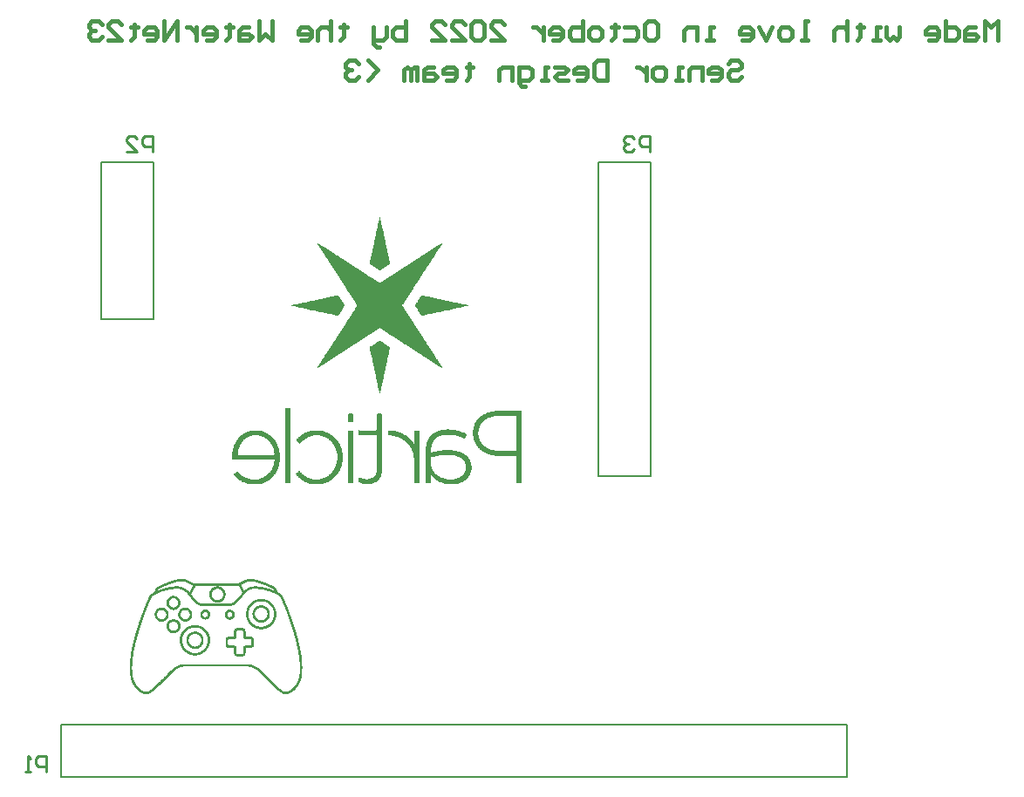
<source format=gbo>
G04*
G04 #@! TF.GenerationSoftware,Altium Limited,Altium Designer,22.9.1 (49)*
G04*
G04 Layer_Color=32896*
%FSLAX24Y24*%
%MOIN*%
G70*
G04*
G04 #@! TF.SameCoordinates,D869CEA3-EDD9-45C0-ACDC-C570693A3B7D*
G04*
G04*
G04 #@! TF.FilePolarity,Positive*
G04*
G01*
G75*
%ADD10C,0.0079*%
%ADD12C,0.0100*%
%ADD13C,0.0150*%
G36*
X31711Y20568D02*
X31776D01*
Y20563D01*
X31804D01*
Y20557D01*
X31837D01*
Y20552D01*
X31865D01*
Y20547D01*
X31881D01*
Y20541D01*
X31914D01*
Y20536D01*
X31930D01*
Y20530D01*
X31953D01*
Y20524D01*
X31969D01*
Y20519D01*
X31991D01*
Y20514D01*
X32008D01*
Y20508D01*
X32024D01*
Y20503D01*
X32046D01*
Y20497D01*
X32057D01*
Y20491D01*
X32079D01*
Y20486D01*
X32095D01*
Y20480D01*
X32106D01*
Y20475D01*
X32129D01*
Y20470D01*
X32139D01*
Y20464D01*
X32156D01*
Y20459D01*
X32167D01*
Y20453D01*
X32183D01*
Y20447D01*
X32200D01*
Y20442D01*
X32211D01*
Y20436D01*
X32233D01*
Y20431D01*
X32244D01*
Y20426D01*
X32260D01*
Y20420D01*
X32271D01*
Y20415D01*
X32283D01*
Y20409D01*
X32299D01*
Y20403D01*
X32310D01*
Y20398D01*
X32327D01*
Y20392D01*
X32338D01*
Y20387D01*
X32348D01*
Y20382D01*
X32365D01*
Y20376D01*
X32376D01*
Y20371D01*
X32392D01*
Y20365D01*
X32398D01*
Y20359D01*
X32415D01*
Y20354D01*
X32425D01*
Y20348D01*
X32436D01*
Y20343D01*
X32453D01*
Y20338D01*
X32459D01*
Y20332D01*
X32475D01*
Y20326D01*
X32486D01*
Y20321D01*
X32503D01*
Y20315D01*
X32513D01*
Y20310D01*
X32524D01*
Y20305D01*
X32536D01*
Y20299D01*
X32547D01*
Y20294D01*
X32557D01*
Y20288D01*
X32569D01*
Y20282D01*
X32580D01*
Y20277D01*
X32590D01*
Y20271D01*
X32601D01*
Y20266D01*
X32613D01*
Y20261D01*
X32618D01*
Y20255D01*
X32629D01*
Y20250D01*
X32634D01*
Y20244D01*
X32640D01*
Y20238D01*
X32645D01*
Y20233D01*
X32651D01*
Y20227D01*
X32657D01*
Y20222D01*
X32662D01*
Y20217D01*
X32668D01*
Y20206D01*
X32673D01*
Y20200D01*
X32678D01*
Y20189D01*
X32684D01*
Y20178D01*
X32689D01*
Y20173D01*
X32695D01*
Y20156D01*
X32701D01*
Y20140D01*
X32706D01*
Y20129D01*
X32712D01*
Y20101D01*
X32717D01*
Y20079D01*
X32722D01*
Y20062D01*
X32728D01*
Y20057D01*
X32739D01*
Y20052D01*
X32750D01*
Y20046D01*
X32761D01*
Y20041D01*
X32772D01*
Y20035D01*
X32778D01*
Y20029D01*
X32794D01*
Y20024D01*
X32799D01*
Y20018D01*
X32810D01*
Y20013D01*
X32822D01*
Y20008D01*
X32833D01*
Y20002D01*
X32838D01*
Y19997D01*
X32849D01*
Y19991D01*
X32860D01*
Y19986D01*
X32866D01*
Y19980D01*
X32877D01*
Y19974D01*
X32887D01*
Y19969D01*
X32893D01*
Y19958D01*
X32898D01*
Y19947D01*
X32904D01*
Y19936D01*
X32910D01*
Y19925D01*
X32915D01*
Y19914D01*
X32920D01*
Y19903D01*
X32926D01*
Y19886D01*
X32931D01*
Y19876D01*
X32937D01*
Y19864D01*
X32943D01*
Y19854D01*
X32948D01*
Y19837D01*
X32954D01*
Y19826D01*
X32959D01*
Y19815D01*
X32964D01*
Y19799D01*
X32970D01*
Y19787D01*
X32975D01*
Y19771D01*
X32981D01*
Y19765D01*
X32987D01*
Y19749D01*
X32992D01*
Y19738D01*
X32998D01*
Y19727D01*
X33003D01*
Y19711D01*
X33008D01*
Y19699D01*
X33014D01*
Y19689D01*
X33019D01*
Y19677D01*
X33025D01*
Y19661D01*
X33031D01*
Y19650D01*
X33036D01*
Y19639D01*
X33042D01*
Y19617D01*
X33047D01*
Y19612D01*
X33052D01*
Y19590D01*
X33058D01*
Y19584D01*
X33063D01*
Y19568D01*
X33069D01*
Y19551D01*
X33075D01*
Y19546D01*
X33080D01*
Y19524D01*
X33085D01*
Y19518D01*
X33091D01*
Y19502D01*
X33096D01*
Y19485D01*
X33102D01*
Y19474D01*
X33108D01*
Y19457D01*
X33113D01*
Y19447D01*
X33119D01*
Y19430D01*
X33124D01*
Y19419D01*
X33129D01*
Y19403D01*
X33135D01*
Y19391D01*
X33140D01*
Y19381D01*
X33146D01*
Y19364D01*
X33152D01*
Y19353D01*
X33157D01*
Y19331D01*
X33163D01*
Y19320D01*
X33168D01*
Y19309D01*
X33173D01*
Y19293D01*
X33179D01*
Y19282D01*
X33184D01*
Y19260D01*
X33190D01*
Y19248D01*
X33196D01*
Y19238D01*
X33201D01*
Y19216D01*
X33207D01*
Y19204D01*
X33212D01*
Y19188D01*
X33217D01*
Y19177D01*
X33223D01*
Y19160D01*
X33228D01*
Y19144D01*
X33234D01*
Y19128D01*
X33240D01*
Y19111D01*
X33245D01*
Y19100D01*
X33251D01*
Y19083D01*
X33256D01*
Y19067D01*
X33261D01*
Y19051D01*
X33267D01*
Y19034D01*
X33273D01*
Y19023D01*
X33278D01*
Y19007D01*
X33284D01*
Y18990D01*
X33289D01*
Y18973D01*
X33294D01*
Y18957D01*
X33300D01*
Y18946D01*
X33305D01*
Y18924D01*
X33311D01*
Y18913D01*
X33317D01*
Y18891D01*
X33322D01*
Y18880D01*
X33328D01*
Y18858D01*
X33333D01*
Y18842D01*
X33338D01*
Y18830D01*
X33344D01*
Y18803D01*
X33349D01*
Y18792D01*
X33355D01*
Y18770D01*
X33361D01*
Y18753D01*
X33366D01*
Y18737D01*
X33372D01*
Y18721D01*
X33377D01*
Y18709D01*
X33382D01*
Y18682D01*
X33388D01*
Y18671D01*
X33393D01*
Y18649D01*
X33399D01*
Y18633D01*
X33405D01*
Y18616D01*
X33410D01*
Y18589D01*
X33416D01*
Y18578D01*
X33421D01*
Y18561D01*
X33426D01*
Y18539D01*
X33432D01*
Y18522D01*
X33438D01*
Y18500D01*
X33443D01*
Y18484D01*
X33449D01*
Y18462D01*
X33454D01*
Y18446D01*
X33459D01*
Y18424D01*
X33465D01*
Y18407D01*
X33470D01*
Y18391D01*
X33476D01*
Y18363D01*
X33482D01*
Y18347D01*
X33487D01*
Y18325D01*
X33493D01*
Y18303D01*
X33498D01*
Y18286D01*
X33503D01*
Y18259D01*
X33509D01*
Y18242D01*
X33514D01*
Y18214D01*
X33520D01*
Y18198D01*
X33526D01*
Y18170D01*
X33531D01*
Y18148D01*
X33537D01*
Y18132D01*
X33542D01*
Y18104D01*
X33547D01*
Y18082D01*
X33553D01*
Y18049D01*
X33558D01*
Y18033D01*
X33564D01*
Y18011D01*
X33570D01*
Y17978D01*
X33575D01*
Y17961D01*
X33581D01*
Y17929D01*
X33586D01*
Y17901D01*
X33591D01*
Y17874D01*
X33597D01*
Y17840D01*
X33602D01*
Y17818D01*
X33608D01*
Y17780D01*
X33614D01*
Y17758D01*
X33619D01*
Y17720D01*
X33624D01*
Y17687D01*
X33630D01*
Y17653D01*
X33635D01*
Y17615D01*
X33641D01*
Y17577D01*
X33647D01*
Y17516D01*
X33652D01*
Y17478D01*
X33658D01*
Y17417D01*
X33663D01*
Y17329D01*
X33668D01*
Y17219D01*
X33674D01*
Y17136D01*
X33668D01*
Y17026D01*
X33663D01*
Y16933D01*
X33658D01*
Y16883D01*
X33652D01*
Y16856D01*
X33647D01*
Y16818D01*
X33641D01*
Y16801D01*
X33635D01*
Y16768D01*
X33630D01*
Y16752D01*
X33624D01*
Y16735D01*
X33619D01*
Y16713D01*
X33614D01*
Y16696D01*
X33608D01*
Y16680D01*
X33602D01*
Y16669D01*
X33597D01*
Y16652D01*
X33591D01*
Y16636D01*
X33586D01*
Y16625D01*
X33581D01*
Y16609D01*
X33575D01*
Y16603D01*
X33570D01*
Y16587D01*
X33564D01*
Y16575D01*
X33558D01*
Y16565D01*
X33553D01*
Y16553D01*
X33547D01*
Y16548D01*
X33542D01*
Y16537D01*
X33537D01*
Y16526D01*
X33531D01*
Y16521D01*
X33526D01*
Y16509D01*
X33520D01*
Y16499D01*
X33514D01*
Y16487D01*
X33509D01*
Y16482D01*
X33503D01*
Y16477D01*
X33498D01*
Y16466D01*
X33493D01*
Y16454D01*
X33487D01*
Y16449D01*
X33482D01*
Y16444D01*
X33476D01*
Y16432D01*
X33470D01*
Y16427D01*
X33465D01*
Y16422D01*
X33459D01*
Y16410D01*
X33454D01*
Y16405D01*
X33449D01*
Y16400D01*
X33443D01*
Y16394D01*
X33438D01*
Y16388D01*
X33432D01*
Y16378D01*
X33426D01*
Y16372D01*
X33421D01*
Y16366D01*
X33416D01*
Y16361D01*
X33410D01*
Y16356D01*
X33405D01*
Y16350D01*
X33399D01*
Y16344D01*
X33393D01*
Y16339D01*
X33388D01*
Y16334D01*
X33382D01*
Y16328D01*
X33377D01*
Y16322D01*
X33372D01*
Y16317D01*
X33366D01*
Y16312D01*
X33361D01*
Y16306D01*
X33355D01*
Y16300D01*
X33349D01*
Y16295D01*
X33338D01*
Y16289D01*
X33333D01*
Y16284D01*
X33328D01*
Y16279D01*
X33322D01*
Y16273D01*
X33317D01*
Y16267D01*
X33305D01*
Y16262D01*
X33300D01*
Y16257D01*
X33294D01*
Y16251D01*
X33284D01*
Y16245D01*
X33273D01*
Y16240D01*
X33267D01*
Y16235D01*
X33256D01*
Y16229D01*
X33251D01*
Y16223D01*
X33240D01*
Y16218D01*
X33228D01*
Y16213D01*
X33223D01*
Y16207D01*
X33212D01*
Y16201D01*
X33201D01*
Y16196D01*
X33190D01*
Y16191D01*
X33173D01*
Y16185D01*
X33163D01*
Y16179D01*
X33140D01*
Y16174D01*
X33119D01*
Y16169D01*
X33091D01*
Y16163D01*
X32992D01*
Y16169D01*
X32970D01*
Y16174D01*
X32954D01*
Y16179D01*
X32931D01*
Y16185D01*
X32926D01*
Y16191D01*
X32910D01*
Y16196D01*
X32898D01*
Y16201D01*
X32893D01*
Y16207D01*
X32877D01*
Y16213D01*
X32871D01*
Y16218D01*
X32860D01*
Y16223D01*
X32854D01*
Y16229D01*
X32843D01*
Y16235D01*
X32838D01*
Y16240D01*
X32827D01*
Y16245D01*
X32822D01*
Y16251D01*
X32810D01*
Y16257D01*
X32805D01*
Y16262D01*
X32799D01*
Y16267D01*
X32789D01*
Y16273D01*
X32783D01*
Y16279D01*
X32778D01*
Y16284D01*
X32772D01*
Y16289D01*
X32761D01*
Y16295D01*
X32755D01*
Y16300D01*
X32750D01*
Y16306D01*
X32745D01*
Y16312D01*
X32739D01*
Y16317D01*
X32734D01*
Y16322D01*
X32722D01*
Y16328D01*
X32717D01*
Y16334D01*
X32712D01*
Y16339D01*
X32706D01*
Y16344D01*
X32701D01*
Y16350D01*
X32695D01*
Y16356D01*
X32689D01*
Y16361D01*
X32678D01*
Y16366D01*
X32673D01*
Y16372D01*
X32668D01*
Y16378D01*
X32662D01*
Y16383D01*
X32657D01*
Y16388D01*
X32651D01*
Y16394D01*
X32645D01*
Y16400D01*
X32640D01*
Y16405D01*
X32634D01*
Y16410D01*
X32629D01*
Y16416D01*
X32618D01*
Y16422D01*
X32613D01*
Y16427D01*
X32607D01*
Y16432D01*
X32601D01*
Y16438D01*
X32596D01*
Y16444D01*
X32590D01*
Y16449D01*
X32585D01*
Y16454D01*
X32580D01*
Y16460D01*
X32574D01*
Y16466D01*
X32569D01*
Y16471D01*
X32563D01*
Y16477D01*
X32557D01*
Y16482D01*
X32547D01*
Y16487D01*
X32541D01*
Y16493D01*
X32536D01*
Y16499D01*
X32530D01*
Y16504D01*
X32524D01*
Y16509D01*
X32519D01*
Y16515D01*
X32513D01*
Y16521D01*
X32508D01*
Y16526D01*
X32503D01*
Y16531D01*
X32497D01*
Y16537D01*
X32492D01*
Y16543D01*
X32486D01*
Y16548D01*
X32480D01*
Y16553D01*
X32475D01*
Y16559D01*
X32469D01*
Y16565D01*
X32464D01*
Y16570D01*
X32459D01*
Y16575D01*
X32448D01*
Y16587D01*
X32436D01*
Y16597D01*
X32431D01*
Y16603D01*
X32420D01*
Y16614D01*
X32409D01*
Y16619D01*
X32404D01*
Y16625D01*
X32398D01*
Y16631D01*
X32392D01*
Y16636D01*
X32387D01*
Y16641D01*
X32381D01*
Y16647D01*
X32376D01*
Y16652D01*
X32371D01*
Y16658D01*
X32365D01*
Y16664D01*
X32359D01*
Y16669D01*
X32354D01*
Y16674D01*
X32348D01*
Y16680D01*
X32343D01*
Y16686D01*
X32338D01*
Y16691D01*
X32332D01*
Y16696D01*
X32327D01*
Y16708D01*
X32315D01*
Y16718D01*
X32304D01*
Y16730D01*
X32299D01*
Y16735D01*
X32288D01*
Y16740D01*
X32283D01*
Y16746D01*
X32277D01*
Y16752D01*
X32271D01*
Y16757D01*
X32266D01*
Y16762D01*
X32260D01*
Y16768D01*
X32255D01*
Y16774D01*
X32250D01*
Y16779D01*
X32244D01*
Y16784D01*
X32239D01*
Y16796D01*
X32233D01*
Y16801D01*
X32227D01*
Y16806D01*
X32222D01*
Y16812D01*
X32216D01*
Y16818D01*
X32211D01*
Y16823D01*
X32206D01*
Y16829D01*
X32200D01*
Y16834D01*
X32194D01*
Y16839D01*
X32189D01*
Y16845D01*
X32183D01*
Y16851D01*
X32178D01*
Y16856D01*
X32173D01*
Y16861D01*
X32167D01*
Y16867D01*
X32162D01*
Y16873D01*
X32156D01*
Y16878D01*
X32150D01*
Y16883D01*
X32145D01*
Y16889D01*
X32139D01*
Y16895D01*
X32134D01*
Y16900D01*
X32129D01*
Y16905D01*
X32123D01*
Y16911D01*
X32118D01*
Y16917D01*
X32112D01*
Y16922D01*
X32106D01*
Y16927D01*
X32101D01*
Y16933D01*
X32095D01*
Y16939D01*
X32090D01*
Y16944D01*
X32085D01*
Y16949D01*
X32079D01*
Y16955D01*
X32074D01*
Y16961D01*
X32068D01*
Y16966D01*
X32062D01*
Y16971D01*
X32057D01*
Y16977D01*
X32051D01*
Y16983D01*
X32046D01*
Y16988D01*
X32041D01*
Y16993D01*
X32035D01*
Y16999D01*
X32030D01*
Y17004D01*
X32024D01*
Y17010D01*
X32018D01*
Y17016D01*
X32013D01*
Y17021D01*
X32008D01*
Y17026D01*
X32002D01*
Y17032D01*
X31997D01*
Y17038D01*
X31985D01*
Y17043D01*
X31980D01*
Y17048D01*
X31974D01*
Y17054D01*
X31969D01*
Y17060D01*
X31964D01*
Y17065D01*
X31958D01*
Y17070D01*
X31953D01*
Y17076D01*
X31941D01*
Y17082D01*
X31936D01*
Y17087D01*
X31925D01*
Y17092D01*
X31920D01*
Y17098D01*
X31914D01*
Y17104D01*
X31903D01*
Y17109D01*
X31897D01*
Y17114D01*
X31886D01*
Y17120D01*
X31876D01*
Y17126D01*
X31865D01*
Y17131D01*
X31859D01*
Y17136D01*
X31848D01*
Y17142D01*
X31837D01*
Y17148D01*
X31826D01*
Y17153D01*
X31809D01*
Y17158D01*
X31799D01*
Y17164D01*
X31788D01*
Y17170D01*
X31771D01*
Y17175D01*
X31765D01*
Y17181D01*
X31744D01*
Y17186D01*
X31732D01*
Y17191D01*
X31711D01*
Y17197D01*
X31694D01*
Y17203D01*
X31672D01*
Y17208D01*
X31650D01*
Y17213D01*
X31634D01*
Y17219D01*
X29109D01*
Y17213D01*
X29093D01*
Y17208D01*
X29065D01*
Y17203D01*
X29049D01*
Y17197D01*
X29032D01*
Y17191D01*
X29016D01*
Y17186D01*
X28999D01*
Y17181D01*
X28983D01*
Y17175D01*
X28972D01*
Y17170D01*
X28960D01*
Y17164D01*
X28944D01*
Y17158D01*
X28939D01*
Y17153D01*
X28922D01*
Y17148D01*
X28916D01*
Y17142D01*
X28905D01*
Y17136D01*
X28895D01*
Y17131D01*
X28884D01*
Y17126D01*
X28872D01*
Y17120D01*
X28867D01*
Y17114D01*
X28856D01*
Y17109D01*
X28851D01*
Y17104D01*
X28839D01*
Y17098D01*
X28834D01*
Y17092D01*
X28823D01*
Y17087D01*
X28818D01*
Y17082D01*
X28812D01*
Y17076D01*
X28801D01*
Y17070D01*
X28795D01*
Y17065D01*
X28790D01*
Y17060D01*
X28779D01*
Y17054D01*
X28774D01*
Y17048D01*
X28768D01*
Y17043D01*
X28763D01*
Y17038D01*
X28751D01*
Y17032D01*
X28746D01*
Y17026D01*
X28740D01*
Y17021D01*
X28735D01*
Y17016D01*
X28730D01*
Y17010D01*
X28724D01*
Y17004D01*
X28719D01*
Y16999D01*
X28713D01*
Y16993D01*
X28707D01*
Y16988D01*
X28702D01*
Y16983D01*
X28696D01*
Y16977D01*
X28691D01*
Y16971D01*
X28686D01*
Y16966D01*
X28680D01*
Y16961D01*
X28674D01*
Y16955D01*
X28669D01*
Y16949D01*
X28663D01*
Y16944D01*
X28658D01*
Y16939D01*
X28653D01*
Y16933D01*
X28647D01*
Y16927D01*
X28642D01*
Y16922D01*
X28636D01*
Y16917D01*
X28630D01*
Y16911D01*
X28625D01*
Y16905D01*
X28619D01*
Y16900D01*
X28614D01*
Y16895D01*
X28609D01*
Y16889D01*
X28603D01*
Y16883D01*
X28598D01*
Y16878D01*
X28592D01*
Y16873D01*
X28586D01*
Y16867D01*
X28581D01*
Y16861D01*
X28575D01*
Y16856D01*
X28570D01*
Y16851D01*
X28565D01*
Y16845D01*
X28559D01*
Y16839D01*
X28554D01*
Y16834D01*
X28548D01*
Y16829D01*
X28542D01*
Y16823D01*
X28537D01*
Y16812D01*
X28526D01*
Y16801D01*
X28515D01*
Y16796D01*
X28510D01*
Y16790D01*
X28504D01*
Y16784D01*
X28498D01*
Y16779D01*
X28493D01*
Y16774D01*
X28488D01*
Y16768D01*
X28482D01*
Y16757D01*
X28477D01*
Y16752D01*
X28471D01*
Y16746D01*
X28465D01*
Y16740D01*
X28460D01*
Y16735D01*
X28454D01*
Y16730D01*
X28449D01*
Y16724D01*
X28444D01*
Y16718D01*
X28438D01*
Y16713D01*
X28433D01*
Y16708D01*
X28427D01*
Y16702D01*
X28421D01*
Y16696D01*
X28416D01*
Y16691D01*
X28410D01*
Y16686D01*
X28405D01*
Y16680D01*
X28400D01*
Y16674D01*
X28394D01*
Y16669D01*
X28389D01*
Y16664D01*
X28383D01*
Y16658D01*
X28377D01*
Y16652D01*
X28372D01*
Y16647D01*
X28366D01*
Y16641D01*
X28361D01*
Y16636D01*
X28356D01*
Y16631D01*
X28350D01*
Y16625D01*
X28345D01*
Y16619D01*
X28339D01*
Y16614D01*
X28333D01*
Y16609D01*
X28328D01*
Y16603D01*
X28323D01*
Y16597D01*
X28317D01*
Y16592D01*
X28312D01*
Y16587D01*
X28306D01*
Y16581D01*
X28300D01*
Y16575D01*
X28295D01*
Y16570D01*
X28289D01*
Y16565D01*
X28284D01*
Y16559D01*
X28279D01*
Y16553D01*
X28273D01*
Y16548D01*
X28262D01*
Y16543D01*
X28256D01*
Y16537D01*
X28251D01*
Y16531D01*
X28245D01*
Y16526D01*
X28240D01*
Y16521D01*
X28235D01*
Y16515D01*
X28229D01*
Y16509D01*
X28224D01*
Y16504D01*
X28218D01*
Y16499D01*
X28212D01*
Y16493D01*
X28207D01*
Y16487D01*
X28201D01*
Y16482D01*
X28191D01*
Y16477D01*
X28185D01*
Y16471D01*
X28180D01*
Y16466D01*
X28174D01*
Y16460D01*
X28168D01*
Y16454D01*
X28163D01*
Y16449D01*
X28157D01*
Y16444D01*
X28152D01*
Y16438D01*
X28147D01*
Y16432D01*
X28141D01*
Y16427D01*
X28135D01*
Y16422D01*
X28130D01*
Y16416D01*
X28124D01*
Y16410D01*
X28119D01*
Y16405D01*
X28114D01*
Y16400D01*
X28103D01*
Y16394D01*
X28097D01*
Y16388D01*
X28091D01*
Y16383D01*
X28086D01*
Y16378D01*
X28080D01*
Y16372D01*
X28075D01*
Y16366D01*
X28070D01*
Y16361D01*
X28064D01*
Y16356D01*
X28059D01*
Y16350D01*
X28053D01*
Y16344D01*
X28042D01*
Y16339D01*
X28036D01*
Y16334D01*
X28031D01*
Y16328D01*
X28026D01*
Y16322D01*
X28020D01*
Y16317D01*
X28015D01*
Y16312D01*
X28003D01*
Y16306D01*
X27998D01*
Y16300D01*
X27992D01*
Y16295D01*
X27982D01*
Y16289D01*
X27976D01*
Y16284D01*
X27970D01*
Y16279D01*
X27965D01*
Y16273D01*
X27959D01*
Y16267D01*
X27949D01*
Y16262D01*
X27943D01*
Y16257D01*
X27932D01*
Y16251D01*
X27926D01*
Y16245D01*
X27921D01*
Y16240D01*
X27910D01*
Y16235D01*
X27905D01*
Y16229D01*
X27894D01*
Y16223D01*
X27888D01*
Y16218D01*
X27877D01*
Y16213D01*
X27871D01*
Y16207D01*
X27861D01*
Y16201D01*
X27850D01*
Y16196D01*
X27838D01*
Y16191D01*
X27827D01*
Y16185D01*
X27817D01*
Y16179D01*
X27800D01*
Y16174D01*
X27784D01*
Y16169D01*
X27756D01*
Y16163D01*
X27652D01*
Y16169D01*
X27624D01*
Y16174D01*
X27608D01*
Y16179D01*
X27585D01*
Y16185D01*
X27575D01*
Y16191D01*
X27558D01*
Y16196D01*
X27547D01*
Y16201D01*
X27536D01*
Y16207D01*
X27525D01*
Y16213D01*
X27514D01*
Y16218D01*
X27503D01*
Y16223D01*
X27497D01*
Y16229D01*
X27487D01*
Y16235D01*
X27481D01*
Y16240D01*
X27470D01*
Y16245D01*
X27464D01*
Y16251D01*
X27459D01*
Y16257D01*
X27448D01*
Y16262D01*
X27443D01*
Y16267D01*
X27437D01*
Y16273D01*
X27426D01*
Y16279D01*
X27420D01*
Y16284D01*
X27415D01*
Y16289D01*
X27410D01*
Y16295D01*
X27404D01*
Y16300D01*
X27393D01*
Y16306D01*
X27387D01*
Y16312D01*
X27382D01*
Y16317D01*
X27376D01*
Y16322D01*
X27371D01*
Y16328D01*
X27366D01*
Y16334D01*
X27360D01*
Y16339D01*
X27355D01*
Y16344D01*
X27349D01*
Y16350D01*
X27343D01*
Y16356D01*
X27338D01*
Y16361D01*
X27332D01*
Y16366D01*
X27327D01*
Y16378D01*
X27322D01*
Y16383D01*
X27316D01*
Y16388D01*
X27311D01*
Y16394D01*
X27305D01*
Y16400D01*
X27299D01*
Y16410D01*
X27294D01*
Y16416D01*
X27288D01*
Y16422D01*
X27283D01*
Y16427D01*
X27278D01*
Y16432D01*
X27272D01*
Y16444D01*
X27266D01*
Y16449D01*
X27261D01*
Y16460D01*
X27255D01*
Y16466D01*
X27250D01*
Y16471D01*
X27245D01*
Y16482D01*
X27239D01*
Y16487D01*
X27234D01*
Y16499D01*
X27228D01*
Y16509D01*
X27222D01*
Y16521D01*
X27217D01*
Y16526D01*
X27211D01*
Y16537D01*
X27206D01*
Y16548D01*
X27201D01*
Y16559D01*
X27195D01*
Y16570D01*
X27190D01*
Y16581D01*
X27184D01*
Y16592D01*
X27178D01*
Y16603D01*
X27173D01*
Y16614D01*
X27167D01*
Y16631D01*
X27162D01*
Y16641D01*
X27157D01*
Y16652D01*
X27151D01*
Y16669D01*
X27146D01*
Y16680D01*
X27140D01*
Y16702D01*
X27134D01*
Y16713D01*
X27129D01*
Y16735D01*
X27123D01*
Y16752D01*
X27118D01*
Y16768D01*
X27113D01*
Y16796D01*
X27107D01*
Y16818D01*
X27102D01*
Y16856D01*
X27096D01*
Y16883D01*
X27090D01*
Y16933D01*
X27085D01*
Y17032D01*
X27080D01*
Y17340D01*
X27085D01*
Y17417D01*
X27090D01*
Y17483D01*
X27096D01*
Y17527D01*
X27102D01*
Y17582D01*
X27107D01*
Y17615D01*
X27113D01*
Y17659D01*
X27118D01*
Y17692D01*
X27123D01*
Y17720D01*
X27129D01*
Y17764D01*
X27134D01*
Y17791D01*
X27140D01*
Y17830D01*
X27146D01*
Y17852D01*
X27151D01*
Y17885D01*
X27157D01*
Y17912D01*
X27162D01*
Y17934D01*
X27167D01*
Y17967D01*
X27173D01*
Y17989D01*
X27178D01*
Y18017D01*
X27184D01*
Y18044D01*
X27190D01*
Y18060D01*
X27195D01*
Y18088D01*
X27201D01*
Y18104D01*
X27206D01*
Y18138D01*
X27211D01*
Y18160D01*
X27217D01*
Y18176D01*
X27222D01*
Y18204D01*
X27228D01*
Y18226D01*
X27234D01*
Y18247D01*
X27239D01*
Y18269D01*
X27245D01*
Y18291D01*
X27250D01*
Y18308D01*
X27255D01*
Y18325D01*
X27261D01*
Y18352D01*
X27266D01*
Y18369D01*
X27272D01*
Y18396D01*
X27278D01*
Y18407D01*
X27283D01*
Y18429D01*
X27288D01*
Y18451D01*
X27294D01*
Y18468D01*
X27299D01*
Y18490D01*
X27305D01*
Y18506D01*
X27311D01*
Y18528D01*
X27316D01*
Y18544D01*
X27322D01*
Y18561D01*
X27327D01*
Y18589D01*
X27332D01*
Y18599D01*
X27338D01*
Y18621D01*
X27343D01*
Y18638D01*
X27349D01*
Y18660D01*
X27355D01*
Y18677D01*
X27360D01*
Y18693D01*
X27366D01*
Y18715D01*
X27371D01*
Y18726D01*
X27376D01*
Y18748D01*
X27382D01*
Y18764D01*
X27387D01*
Y18776D01*
X27393D01*
Y18803D01*
X27399D01*
Y18814D01*
X27404D01*
Y18836D01*
X27410D01*
Y18847D01*
X27415D01*
Y18864D01*
X27420D01*
Y18880D01*
X27426D01*
Y18891D01*
X27431D01*
Y18918D01*
X27437D01*
Y18930D01*
X27443D01*
Y18946D01*
X27448D01*
Y18963D01*
X27453D01*
Y18973D01*
X27459D01*
Y18995D01*
X27464D01*
Y19007D01*
X27470D01*
Y19029D01*
X27476D01*
Y19045D01*
X27481D01*
Y19061D01*
X27487D01*
Y19073D01*
X27492D01*
Y19089D01*
X27497D01*
Y19105D01*
X27503D01*
Y19116D01*
X27508D01*
Y19133D01*
X27514D01*
Y19150D01*
X27520D01*
Y19160D01*
X27525D01*
Y19182D01*
X27531D01*
Y19194D01*
X27536D01*
Y19210D01*
X27541D01*
Y19221D01*
X27547D01*
Y19238D01*
X27552D01*
Y19254D01*
X27558D01*
Y19265D01*
X27564D01*
Y19282D01*
X27569D01*
Y19293D01*
X27575D01*
Y19315D01*
X27580D01*
Y19325D01*
X27585D01*
Y19337D01*
X27591D01*
Y19353D01*
X27596D01*
Y19364D01*
X27602D01*
Y19386D01*
X27608D01*
Y19397D01*
X27613D01*
Y19408D01*
X27619D01*
Y19425D01*
X27624D01*
Y19441D01*
X27629D01*
Y19452D01*
X27635D01*
Y19463D01*
X27641D01*
Y19480D01*
X27646D01*
Y19490D01*
X27652D01*
Y19507D01*
X27657D01*
Y19524D01*
X27662D01*
Y19534D01*
X27668D01*
Y19551D01*
X27673D01*
Y19562D01*
X27679D01*
Y19573D01*
X27685D01*
Y19590D01*
X27690D01*
Y19600D01*
X27696D01*
Y19617D01*
X27701D01*
Y19628D01*
X27706D01*
Y19639D01*
X27712D01*
Y19650D01*
X27717D01*
Y19661D01*
X27723D01*
Y19677D01*
X27729D01*
Y19689D01*
X27734D01*
Y19705D01*
X27740D01*
Y19716D01*
X27745D01*
Y19727D01*
X27750D01*
Y19743D01*
X27756D01*
Y19755D01*
X27761D01*
Y19771D01*
X27767D01*
Y19782D01*
X27773D01*
Y19793D01*
X27778D01*
Y19809D01*
X27784D01*
Y19820D01*
X27789D01*
Y19832D01*
X27794D01*
Y19842D01*
X27800D01*
Y19859D01*
X27806D01*
Y19870D01*
X27811D01*
Y19881D01*
X27817D01*
Y19892D01*
X27822D01*
Y19903D01*
X27827D01*
Y19920D01*
X27833D01*
Y19925D01*
X27838D01*
Y19942D01*
X27844D01*
Y19952D01*
X27850D01*
Y19958D01*
X27855D01*
Y19969D01*
X27861D01*
Y19974D01*
X27871D01*
Y19980D01*
X27882D01*
Y19986D01*
X27888D01*
Y19991D01*
X27899D01*
Y19997D01*
X27910D01*
Y20002D01*
X27921D01*
Y20008D01*
X27926D01*
Y20013D01*
X27938D01*
Y20018D01*
X27949D01*
Y20024D01*
X27954D01*
Y20029D01*
X27970D01*
Y20035D01*
X27976D01*
Y20041D01*
X27987D01*
Y20046D01*
X27998D01*
Y20052D01*
X28009D01*
Y20057D01*
X28020D01*
Y20068D01*
X28026D01*
Y20096D01*
X28031D01*
Y20112D01*
X28036D01*
Y20134D01*
X28042D01*
Y20145D01*
X28047D01*
Y20161D01*
X28053D01*
Y20173D01*
X28059D01*
Y20178D01*
X28064D01*
Y20194D01*
X28070D01*
Y20200D01*
X28075D01*
Y20206D01*
X28080D01*
Y20217D01*
X28086D01*
Y20222D01*
X28091D01*
Y20227D01*
X28097D01*
Y20233D01*
X28103D01*
Y20238D01*
X28108D01*
Y20244D01*
X28114D01*
Y20250D01*
X28119D01*
Y20255D01*
X28130D01*
Y20261D01*
X28135D01*
Y20266D01*
X28147D01*
Y20271D01*
X28157D01*
Y20277D01*
X28168D01*
Y20282D01*
X28180D01*
Y20288D01*
X28185D01*
Y20294D01*
X28201D01*
Y20299D01*
X28207D01*
Y20305D01*
X28224D01*
Y20310D01*
X28235D01*
Y20315D01*
X28245D01*
Y20321D01*
X28256D01*
Y20326D01*
X28268D01*
Y20332D01*
X28279D01*
Y20338D01*
X28289D01*
Y20343D01*
X28306D01*
Y20348D01*
X28317D01*
Y20354D01*
X28328D01*
Y20359D01*
X28345D01*
Y20365D01*
X28350D01*
Y20371D01*
X28366D01*
Y20376D01*
X28377D01*
Y20382D01*
X28394D01*
Y20387D01*
X28405D01*
Y20392D01*
X28416D01*
Y20398D01*
X28433D01*
Y20403D01*
X28444D01*
Y20409D01*
X28460D01*
Y20415D01*
X28471D01*
Y20420D01*
X28482D01*
Y20426D01*
X28504D01*
Y20431D01*
X28510D01*
Y20436D01*
X28526D01*
Y20442D01*
X28542D01*
Y20447D01*
X28554D01*
Y20453D01*
X28570D01*
Y20459D01*
X28581D01*
Y20464D01*
X28603D01*
Y20470D01*
X28614D01*
Y20475D01*
X28630D01*
Y20480D01*
X28647D01*
Y20486D01*
X28658D01*
Y20491D01*
X28680D01*
Y20497D01*
X28696D01*
Y20503D01*
X28713D01*
Y20508D01*
X28730D01*
Y20514D01*
X28751D01*
Y20519D01*
X28768D01*
Y20524D01*
X28784D01*
Y20530D01*
X28812D01*
Y20536D01*
X28828D01*
Y20541D01*
X28856D01*
Y20547D01*
X28878D01*
Y20552D01*
X28900D01*
Y20557D01*
X28939D01*
Y20563D01*
X28966D01*
Y20568D01*
X29032D01*
Y20574D01*
X29104D01*
Y20568D01*
X29142D01*
Y20563D01*
X29158D01*
Y20557D01*
X29186D01*
Y20552D01*
X29202D01*
Y20547D01*
X29225D01*
Y20541D01*
X29241D01*
Y20536D01*
X29258D01*
Y20530D01*
X29274D01*
Y20524D01*
X29285D01*
Y20519D01*
X29296D01*
Y20514D01*
X29313D01*
Y20508D01*
X29318D01*
Y20503D01*
X29334D01*
Y20497D01*
X29340D01*
Y20491D01*
X29351D01*
Y20486D01*
X29362D01*
Y20480D01*
X29373D01*
Y20475D01*
X29378D01*
Y20470D01*
X29390D01*
Y20464D01*
X29400D01*
Y20459D01*
X29406D01*
Y20453D01*
X29417D01*
Y20447D01*
X29434D01*
Y20442D01*
X29439D01*
Y20436D01*
X29455D01*
Y20431D01*
X29467D01*
Y20426D01*
X29488D01*
Y20420D01*
X29499D01*
Y20415D01*
X29522D01*
Y20409D01*
X29538D01*
Y20403D01*
X31205D01*
Y20409D01*
X31226D01*
Y20415D01*
X31243D01*
Y20420D01*
X31254D01*
Y20426D01*
X31276D01*
Y20431D01*
X31287D01*
Y20436D01*
X31298D01*
Y20442D01*
X31309D01*
Y20447D01*
X31320D01*
Y20453D01*
X31331D01*
Y20459D01*
X31342D01*
Y20464D01*
X31353D01*
Y20470D01*
X31364D01*
Y20475D01*
X31370D01*
Y20480D01*
X31381D01*
Y20486D01*
X31391D01*
Y20491D01*
X31402D01*
Y20497D01*
X31408D01*
Y20503D01*
X31425D01*
Y20508D01*
X31435D01*
Y20514D01*
X31446D01*
Y20519D01*
X31463D01*
Y20524D01*
X31469D01*
Y20530D01*
X31490D01*
Y20536D01*
X31502D01*
Y20541D01*
X31523D01*
Y20547D01*
X31540D01*
Y20552D01*
X31556D01*
Y20557D01*
X31584D01*
Y20563D01*
X31606D01*
Y20568D01*
X31700D01*
Y20574D01*
X31711D01*
Y20568D01*
D02*
G37*
G36*
X36647Y34358D02*
X36660D01*
Y34277D01*
X36674D01*
Y34236D01*
X36688D01*
Y34169D01*
X36701D01*
Y34101D01*
X36715D01*
Y34047D01*
X36728D01*
Y33966D01*
X36742D01*
Y33911D01*
X36755D01*
Y33857D01*
X36769D01*
Y33776D01*
X36782D01*
Y33735D01*
X36796D01*
Y33654D01*
X36809D01*
Y33614D01*
X36823D01*
Y33519D01*
X36836D01*
Y33478D01*
X36850D01*
Y33424D01*
X36864D01*
Y33343D01*
X36877D01*
Y33289D01*
X36891D01*
Y33207D01*
X36904D01*
Y33167D01*
X36918D01*
Y33099D01*
X36931D01*
Y33031D01*
X36945D01*
Y32977D01*
X36958D01*
Y32896D01*
X36972D01*
Y32855D01*
X36985D01*
Y32760D01*
X36999D01*
Y32720D01*
X37013D01*
Y32666D01*
X37026D01*
Y32611D01*
X37013D01*
Y32598D01*
X36985D01*
Y32584D01*
X36972D01*
Y32571D01*
X36945D01*
Y32557D01*
X36931D01*
Y32544D01*
X36904D01*
Y32530D01*
X36891D01*
Y32517D01*
X36864D01*
Y32503D01*
X36850D01*
Y32490D01*
X36823D01*
Y32476D01*
X36796D01*
Y32462D01*
X36782D01*
Y32449D01*
X36755D01*
Y32435D01*
X36742D01*
Y32422D01*
X36715D01*
Y32408D01*
X36701D01*
Y32395D01*
X36688D01*
Y32381D01*
X36647D01*
Y32368D01*
X36620D01*
Y32381D01*
X36579D01*
Y32395D01*
X36566D01*
Y32408D01*
X36552D01*
Y32422D01*
X36525D01*
Y32435D01*
X36511D01*
Y32449D01*
X36484D01*
Y32462D01*
X36471D01*
Y32476D01*
X36444D01*
Y32490D01*
X36417D01*
Y32503D01*
X36403D01*
Y32517D01*
X36376D01*
Y32530D01*
X36363D01*
Y32544D01*
X36335D01*
Y32557D01*
X36322D01*
Y32571D01*
X36295D01*
Y32584D01*
X36281D01*
Y32598D01*
X36254D01*
Y32611D01*
X36241D01*
Y32666D01*
X36254D01*
Y32720D01*
X36268D01*
Y32760D01*
X36281D01*
Y32855D01*
X36295D01*
Y32896D01*
X36308D01*
Y32977D01*
X36322D01*
Y33031D01*
X36335D01*
Y33085D01*
X36349D01*
Y33167D01*
X36363D01*
Y33180D01*
Y33207D01*
X36376D01*
Y33289D01*
X36390D01*
Y33329D01*
X36403D01*
Y33424D01*
X36417D01*
Y33465D01*
X36430D01*
Y33532D01*
X36444D01*
Y33614D01*
X36457D01*
Y33654D01*
X36471D01*
Y33735D01*
X36484D01*
Y33776D01*
X36498D01*
Y33857D01*
X36511D01*
Y33911D01*
X36525D01*
Y33966D01*
X36539D01*
Y34047D01*
X36552D01*
Y34101D01*
X36566D01*
Y34169D01*
X36579D01*
Y34236D01*
X36593D01*
Y34277D01*
X36606D01*
Y34358D01*
X36620D01*
Y34385D01*
X36647D01*
Y34358D01*
D02*
G37*
G36*
X39030Y33383D02*
X39017D01*
Y33370D01*
X39003D01*
Y33343D01*
X38990D01*
Y33329D01*
X38976D01*
Y33302D01*
X38963D01*
Y33289D01*
X38949D01*
Y33261D01*
X38935D01*
Y33248D01*
X38922D01*
Y33221D01*
X38908D01*
Y33194D01*
X38895D01*
Y33180D01*
X38881D01*
Y33167D01*
X38868D01*
Y33140D01*
X38854D01*
Y33126D01*
X38841D01*
Y33099D01*
X38827D01*
Y33085D01*
X38814D01*
Y33058D01*
X38800D01*
Y33031D01*
X38786D01*
Y33018D01*
X38773D01*
Y32991D01*
X38759D01*
Y32977D01*
X38746D01*
Y32950D01*
X38732D01*
Y32936D01*
X38719D01*
Y32909D01*
X38705D01*
Y32882D01*
X38692D01*
Y32869D01*
X38678D01*
Y32842D01*
X38665D01*
Y32828D01*
X38651D01*
Y32801D01*
X38637D01*
Y32787D01*
X38624D01*
Y32760D01*
X38610D01*
Y32733D01*
X38597D01*
Y32720D01*
X38583D01*
Y32693D01*
X38570D01*
Y32679D01*
X38556D01*
Y32652D01*
X38543D01*
Y32639D01*
X38529D01*
Y32625D01*
X38516D01*
Y32584D01*
X38502D01*
Y32571D01*
X38489D01*
Y32557D01*
X38475D01*
Y32530D01*
X38461D01*
Y32517D01*
X38448D01*
Y32490D01*
X38434D01*
Y32476D01*
X38421D01*
Y32449D01*
X38407D01*
Y32422D01*
X38394D01*
Y32408D01*
X38380D01*
Y32381D01*
X38367D01*
Y32368D01*
X38353D01*
Y32341D01*
X38340D01*
Y32327D01*
X38326D01*
Y32300D01*
X38312D01*
Y32286D01*
X38299D01*
Y32259D01*
X38285D01*
Y32232D01*
X38272D01*
Y32219D01*
X38258D01*
Y32192D01*
X38245D01*
Y32178D01*
X38231D01*
Y32151D01*
X38218D01*
Y32137D01*
X38204D01*
Y32124D01*
X38191D01*
Y32097D01*
X38177D01*
Y32070D01*
X38164D01*
Y32043D01*
X38150D01*
Y32029D01*
X38136D01*
Y32016D01*
X38123D01*
Y31989D01*
X38109D01*
Y31975D01*
X38096D01*
Y31934D01*
X38082D01*
Y31921D01*
X38069D01*
Y31907D01*
X38055D01*
Y31880D01*
X38042D01*
Y31867D01*
X38028D01*
Y31840D01*
X38015D01*
Y31826D01*
X38001D01*
Y31799D01*
X37987D01*
Y31772D01*
X37974D01*
Y31758D01*
X37960D01*
Y31731D01*
X37947D01*
Y31718D01*
X37933D01*
Y31691D01*
X37920D01*
Y31677D01*
X37906D01*
Y31650D01*
X37893D01*
Y31636D01*
X37879D01*
Y31609D01*
X37866D01*
Y31596D01*
X37852D01*
Y31569D01*
X37839D01*
Y31542D01*
X37825D01*
Y31528D01*
X37811D01*
Y31515D01*
X37798D01*
Y31488D01*
X37784D01*
Y31474D01*
X37771D01*
Y31447D01*
X37757D01*
Y31420D01*
X37744D01*
Y31406D01*
X37730D01*
Y31379D01*
X37717D01*
Y31366D01*
X37703D01*
Y31339D01*
X37690D01*
Y31325D01*
X37676D01*
Y31298D01*
X37662D01*
Y31271D01*
X37649D01*
Y31257D01*
X37635D01*
Y31230D01*
X37622D01*
Y31217D01*
X37608D01*
Y31190D01*
X37595D01*
Y31176D01*
X37581D01*
Y31149D01*
X37568D01*
Y31122D01*
X37554D01*
Y31108D01*
X37541D01*
Y31081D01*
X37527D01*
Y31068D01*
X37514D01*
Y31054D01*
X37500D01*
Y31000D01*
X37514D01*
Y30973D01*
X37527D01*
Y30959D01*
X37541D01*
Y30932D01*
X37554D01*
Y30919D01*
X37568D01*
Y30892D01*
X37581D01*
Y30865D01*
X37595D01*
Y30851D01*
X37608D01*
Y30824D01*
X37622D01*
Y30810D01*
X37635D01*
Y30783D01*
X37649D01*
Y30770D01*
X37662D01*
Y30743D01*
X37676D01*
Y30716D01*
X37690D01*
Y30702D01*
X37703D01*
Y30689D01*
X37717D01*
Y30661D01*
X37730D01*
Y30648D01*
X37744D01*
Y30621D01*
X37757D01*
Y30607D01*
X37771D01*
Y30580D01*
X37784D01*
Y30553D01*
X37798D01*
Y30540D01*
X37811D01*
Y30512D01*
X37825D01*
Y30499D01*
X37839D01*
Y30472D01*
X37852D01*
Y30458D01*
X37866D01*
Y30431D01*
X37879D01*
Y30418D01*
X37893D01*
Y30391D01*
X37906D01*
Y30364D01*
X37920D01*
Y30350D01*
X37933D01*
Y30323D01*
X37947D01*
Y30309D01*
X37960D01*
Y30282D01*
X37974D01*
Y30269D01*
X37987D01*
Y30242D01*
X38001D01*
Y30228D01*
X38015D01*
Y30201D01*
X38028D01*
Y30174D01*
X38042D01*
Y30160D01*
X38055D01*
Y30147D01*
X38069D01*
Y30120D01*
X38082D01*
Y30106D01*
X38096D01*
Y30079D01*
X38109D01*
Y30052D01*
X38123D01*
Y30025D01*
X38136D01*
Y30011D01*
X38150D01*
Y29998D01*
X38164D01*
Y29971D01*
X38177D01*
Y29957D01*
X38191D01*
Y29930D01*
X38204D01*
Y29903D01*
X38218D01*
Y29890D01*
X38231D01*
Y29862D01*
X38245D01*
Y29849D01*
X38258D01*
Y29822D01*
X38272D01*
Y29808D01*
X38285D01*
Y29781D01*
X38299D01*
Y29768D01*
X38312D01*
Y29741D01*
X38326D01*
Y29714D01*
X38340D01*
Y29700D01*
X38353D01*
Y29673D01*
X38367D01*
Y29659D01*
X38380D01*
Y29632D01*
X38394D01*
Y29619D01*
X38407D01*
Y29605D01*
X38421D01*
Y29578D01*
X38434D01*
Y29551D01*
X38448D01*
Y29524D01*
X38461D01*
Y29510D01*
X38475D01*
Y29497D01*
X38489D01*
Y29470D01*
X38502D01*
Y29456D01*
X38516D01*
Y29429D01*
X38529D01*
Y29402D01*
X38543D01*
Y29389D01*
X38556D01*
Y29361D01*
X38570D01*
Y29348D01*
X38583D01*
Y29321D01*
X38597D01*
Y29307D01*
X38610D01*
Y29280D01*
X38624D01*
Y29267D01*
X38637D01*
Y29240D01*
X38651D01*
Y29213D01*
X38665D01*
Y29199D01*
X38678D01*
Y29172D01*
X38692D01*
Y29158D01*
X38705D01*
Y29131D01*
X38719D01*
Y29118D01*
X38732D01*
Y29091D01*
X38746D01*
Y29064D01*
X38759D01*
Y29050D01*
X38773D01*
Y29023D01*
X38786D01*
Y29009D01*
X38800D01*
Y28982D01*
X38814D01*
Y28969D01*
X38827D01*
Y28955D01*
X38841D01*
Y28915D01*
X38854D01*
Y28901D01*
X38868D01*
Y28888D01*
X38881D01*
Y28860D01*
X38895D01*
Y28847D01*
X38908D01*
Y28820D01*
X38922D01*
Y28806D01*
X38935D01*
Y28779D01*
X38949D01*
Y28752D01*
X38963D01*
Y28739D01*
X38976D01*
Y28711D01*
X38990D01*
Y28698D01*
X39003D01*
Y28671D01*
X39017D01*
Y28657D01*
X39030D01*
Y28617D01*
X39003D01*
Y28644D01*
X38976D01*
Y28657D01*
X38949D01*
Y28671D01*
X38935D01*
Y28684D01*
X38908D01*
Y28698D01*
X38895D01*
Y28711D01*
X38868D01*
Y28725D01*
X38854D01*
Y28739D01*
X38827D01*
Y28752D01*
X38814D01*
Y28766D01*
X38786D01*
Y28779D01*
X38759D01*
Y28793D01*
X38746D01*
Y28806D01*
X38719D01*
Y28820D01*
X38705D01*
Y28833D01*
X38678D01*
Y28847D01*
X38665D01*
Y28860D01*
X38637D01*
Y28874D01*
X38610D01*
Y28888D01*
X38597D01*
Y28901D01*
X38570D01*
Y28915D01*
X38556D01*
Y28928D01*
X38529D01*
Y28942D01*
X38516D01*
Y28955D01*
X38489D01*
Y28969D01*
X38461D01*
Y28982D01*
X38448D01*
Y28996D01*
X38434D01*
Y29009D01*
X38407D01*
Y29023D01*
X38394D01*
Y29036D01*
X38367D01*
Y29050D01*
X38353D01*
Y29064D01*
X38326D01*
Y29077D01*
X38299D01*
Y29091D01*
X38285D01*
Y29104D01*
X38258D01*
Y29118D01*
X38245D01*
Y29131D01*
X38218D01*
Y29145D01*
X38204D01*
Y29158D01*
X38177D01*
Y29172D01*
X38164D01*
Y29185D01*
X38136D01*
Y29199D01*
X38109D01*
Y29213D01*
X38096D01*
Y29226D01*
X38069D01*
Y29240D01*
X38055D01*
Y29253D01*
X38028D01*
Y29267D01*
X38015D01*
Y29280D01*
X37987D01*
Y29294D01*
X37960D01*
Y29307D01*
X37947D01*
Y29321D01*
X37920D01*
Y29334D01*
X37906D01*
Y29348D01*
X37893D01*
Y29361D01*
X37866D01*
Y29375D01*
X37852D01*
Y29389D01*
X37825D01*
Y29402D01*
X37798D01*
Y29416D01*
X37784D01*
Y29429D01*
X37757D01*
Y29443D01*
X37744D01*
Y29456D01*
X37717D01*
Y29470D01*
X37703D01*
Y29483D01*
X37676D01*
Y29497D01*
X37649D01*
Y29510D01*
X37635D01*
Y29524D01*
X37608D01*
Y29537D01*
X37595D01*
Y29551D01*
X37568D01*
Y29565D01*
X37554D01*
Y29578D01*
X37527D01*
Y29592D01*
X37514D01*
Y29605D01*
X37486D01*
Y29619D01*
X37459D01*
Y29632D01*
X37446D01*
Y29646D01*
X37419D01*
Y29659D01*
X37405D01*
Y29673D01*
X37378D01*
Y29686D01*
X37365D01*
Y29700D01*
X37338D01*
Y29714D01*
X37324D01*
Y29727D01*
X37297D01*
Y29741D01*
X37283D01*
Y29754D01*
X37256D01*
Y29768D01*
X37243D01*
Y29781D01*
X37216D01*
Y29795D01*
X37202D01*
Y29808D01*
X37175D01*
Y29822D01*
X37148D01*
Y29835D01*
X37134D01*
Y29849D01*
X37107D01*
Y29862D01*
X37094D01*
Y29876D01*
X37067D01*
Y29890D01*
X37053D01*
Y29903D01*
X37026D01*
Y29917D01*
X36999D01*
Y29930D01*
X36985D01*
Y29944D01*
X36958D01*
Y29957D01*
X36945D01*
Y29971D01*
X36918D01*
Y29984D01*
X36904D01*
Y29998D01*
X36877D01*
Y30011D01*
X36850D01*
Y30025D01*
X36836D01*
Y30039D01*
X36809D01*
Y30052D01*
X36796D01*
Y30066D01*
X36782D01*
Y30079D01*
X36755D01*
Y30093D01*
X36728D01*
Y30106D01*
X36715D01*
Y30120D01*
X36688D01*
Y30133D01*
X36674D01*
Y30147D01*
X36647D01*
Y30160D01*
X36620D01*
Y30147D01*
X36593D01*
Y30133D01*
X36579D01*
Y30120D01*
X36552D01*
Y30106D01*
X36539D01*
Y30093D01*
X36511D01*
Y30079D01*
X36484D01*
Y30066D01*
X36471D01*
Y30052D01*
X36457D01*
Y30039D01*
X36430D01*
Y30025D01*
X36417D01*
Y30011D01*
X36390D01*
Y29998D01*
X36363D01*
Y29984D01*
X36349D01*
Y29971D01*
X36322D01*
Y29957D01*
X36308D01*
Y29944D01*
X36281D01*
Y29930D01*
X36268D01*
Y29917D01*
X36241D01*
Y29903D01*
X36214D01*
Y29890D01*
X36200D01*
Y29876D01*
X36173D01*
Y29862D01*
X36159D01*
Y29849D01*
X36132D01*
Y29835D01*
X36119D01*
Y29822D01*
X36092D01*
Y29808D01*
X36065D01*
Y29795D01*
X36051D01*
Y29781D01*
X36024D01*
Y29768D01*
X36010D01*
Y29754D01*
X35983D01*
Y29741D01*
X35970D01*
Y29727D01*
X35943D01*
Y29714D01*
X35916D01*
Y29700D01*
X35902D01*
Y29686D01*
X35889D01*
Y29673D01*
X35861D01*
Y29659D01*
X35848D01*
Y29646D01*
X35821D01*
Y29632D01*
X35807D01*
Y29619D01*
X35780D01*
Y29605D01*
X35753D01*
Y29592D01*
X35740D01*
Y29578D01*
X35712D01*
Y29565D01*
X35699D01*
Y29551D01*
X35672D01*
Y29537D01*
X35658D01*
Y29524D01*
X35631D01*
Y29510D01*
X35618D01*
Y29497D01*
X35591D01*
Y29483D01*
X35564D01*
Y29470D01*
X35550D01*
Y29456D01*
X35523D01*
Y29443D01*
X35509D01*
Y29429D01*
X35482D01*
Y29416D01*
X35469D01*
Y29402D01*
X35442D01*
Y29389D01*
X35415D01*
Y29375D01*
X35401D01*
Y29361D01*
X35374D01*
Y29348D01*
X35360D01*
Y29334D01*
X35347D01*
Y29321D01*
X35320D01*
Y29307D01*
X35306D01*
Y29294D01*
X35279D01*
Y29280D01*
X35252D01*
Y29267D01*
X35239D01*
Y29253D01*
X35211D01*
Y29240D01*
X35198D01*
Y29226D01*
X35171D01*
Y29213D01*
X35157D01*
Y29199D01*
X35130D01*
Y29185D01*
X35103D01*
Y29172D01*
X35090D01*
Y29158D01*
X35062D01*
Y29145D01*
X35049D01*
Y29131D01*
X35022D01*
Y29118D01*
X35008D01*
Y29104D01*
X34981D01*
Y29091D01*
X34968D01*
Y29077D01*
X34941D01*
Y29064D01*
X34914D01*
Y29050D01*
X34900D01*
Y29036D01*
X34873D01*
Y29023D01*
X34859D01*
Y29009D01*
X34832D01*
Y28996D01*
X34819D01*
Y28982D01*
X34805D01*
Y28969D01*
X34765D01*
Y28955D01*
X34751D01*
Y28942D01*
X34738D01*
Y28928D01*
X34710D01*
Y28915D01*
X34697D01*
Y28901D01*
X34670D01*
Y28888D01*
X34656D01*
Y28874D01*
X34629D01*
Y28860D01*
X34602D01*
Y28847D01*
X34589D01*
Y28833D01*
X34561D01*
Y28820D01*
X34548D01*
Y28806D01*
X34521D01*
Y28793D01*
X34507D01*
Y28779D01*
X34480D01*
Y28766D01*
X34453D01*
Y28752D01*
X34440D01*
Y28739D01*
X34413D01*
Y28725D01*
X34399D01*
Y28711D01*
X34372D01*
Y28698D01*
X34358D01*
Y28684D01*
X34331D01*
Y28671D01*
X34318D01*
Y28657D01*
X34291D01*
Y28644D01*
X34264D01*
Y28617D01*
X34236D01*
Y28657D01*
X34250D01*
Y28671D01*
X34264D01*
Y28698D01*
X34277D01*
Y28711D01*
X34291D01*
Y28739D01*
X34304D01*
Y28752D01*
X34318D01*
Y28779D01*
X34331D01*
Y28806D01*
X34345D01*
Y28820D01*
X34358D01*
Y28847D01*
X34372D01*
Y28860D01*
X34385D01*
Y28888D01*
X34399D01*
Y28901D01*
X34413D01*
Y28915D01*
X34426D01*
Y28955D01*
X34440D01*
Y28969D01*
X34453D01*
Y28982D01*
X34467D01*
Y29009D01*
X34480D01*
Y29023D01*
X34494D01*
Y29050D01*
X34507D01*
Y29064D01*
X34521D01*
Y29091D01*
X34534D01*
Y29118D01*
X34548D01*
Y29131D01*
X34561D01*
Y29158D01*
X34575D01*
Y29172D01*
X34589D01*
Y29199D01*
X34602D01*
Y29213D01*
X34616D01*
Y29240D01*
X34629D01*
Y29267D01*
X34643D01*
Y29280D01*
X34656D01*
Y29307D01*
X34670D01*
Y29321D01*
X34683D01*
Y29348D01*
X34697D01*
Y29361D01*
X34710D01*
Y29389D01*
X34724D01*
Y29402D01*
X34738D01*
Y29429D01*
X34751D01*
Y29456D01*
X34765D01*
Y29470D01*
X34778D01*
Y29497D01*
X34792D01*
Y29510D01*
X34805D01*
Y29524D01*
X34819D01*
Y29551D01*
X34832D01*
Y29578D01*
X34846D01*
Y29605D01*
X34859D01*
Y29619D01*
X34873D01*
Y29632D01*
X34886D01*
Y29659D01*
X34900D01*
Y29673D01*
X34914D01*
Y29700D01*
X34927D01*
Y29714D01*
X34941D01*
Y29741D01*
X34954D01*
Y29768D01*
X34968D01*
Y29781D01*
X34981D01*
Y29808D01*
X34995D01*
Y29822D01*
X35008D01*
Y29849D01*
X35022D01*
Y29862D01*
X35035D01*
Y29890D01*
X35049D01*
Y29903D01*
X35062D01*
Y29930D01*
X35076D01*
Y29957D01*
X35090D01*
Y29971D01*
X35103D01*
Y29998D01*
X35117D01*
Y30011D01*
X35130D01*
Y30025D01*
X35144D01*
Y30052D01*
X35157D01*
Y30079D01*
X35171D01*
Y30106D01*
X35184D01*
Y30120D01*
X35198D01*
Y30147D01*
X35211D01*
Y30160D01*
X35225D01*
Y30174D01*
X35239D01*
Y30201D01*
X35252D01*
Y30228D01*
X35266D01*
Y30242D01*
X35279D01*
Y30269D01*
X35293D01*
Y30282D01*
X35306D01*
Y30309D01*
X35320D01*
Y30323D01*
X35333D01*
Y30350D01*
X35347D01*
Y30364D01*
X35360D01*
Y30391D01*
X35374D01*
Y30418D01*
X35387D01*
Y30431D01*
X35401D01*
Y30458D01*
X35415D01*
Y30472D01*
X35428D01*
Y30499D01*
X35442D01*
Y30512D01*
X35455D01*
Y30540D01*
X35469D01*
Y30553D01*
X35482D01*
Y30580D01*
X35496D01*
Y30607D01*
X35509D01*
Y30621D01*
X35523D01*
Y30648D01*
X35536D01*
Y30661D01*
X35550D01*
Y30689D01*
X35564D01*
Y30702D01*
X35577D01*
Y30729D01*
X35591D01*
Y30756D01*
X35604D01*
Y30770D01*
X35618D01*
Y30783D01*
X35631D01*
Y30810D01*
X35645D01*
Y30824D01*
X35658D01*
Y30851D01*
X35672D01*
Y30865D01*
X35685D01*
Y30892D01*
X35699D01*
Y30919D01*
X35712D01*
Y30932D01*
X35726D01*
Y30959D01*
X35740D01*
Y30973D01*
X35753D01*
Y31000D01*
X35767D01*
Y31054D01*
X35753D01*
Y31068D01*
X35740D01*
Y31081D01*
X35726D01*
Y31108D01*
X35712D01*
Y31122D01*
X35699D01*
Y31149D01*
X35685D01*
Y31176D01*
X35672D01*
Y31190D01*
X35658D01*
Y31217D01*
X35645D01*
Y31230D01*
X35631D01*
Y31257D01*
X35618D01*
Y31271D01*
X35604D01*
Y31298D01*
X35591D01*
Y31325D01*
X35577D01*
Y31339D01*
X35564D01*
Y31366D01*
X35550D01*
Y31379D01*
X35536D01*
Y31406D01*
X35523D01*
Y31420D01*
X35509D01*
Y31447D01*
X35496D01*
Y31474D01*
X35482D01*
Y31488D01*
X35469D01*
Y31515D01*
X35455D01*
Y31528D01*
X35442D01*
Y31542D01*
X35428D01*
Y31569D01*
X35415D01*
Y31582D01*
X35401D01*
Y31609D01*
X35387D01*
Y31636D01*
X35374D01*
Y31650D01*
X35360D01*
Y31677D01*
X35347D01*
Y31691D01*
X35333D01*
Y31718D01*
X35320D01*
Y31731D01*
X35306D01*
Y31758D01*
X35293D01*
Y31772D01*
X35279D01*
Y31799D01*
X35266D01*
Y31826D01*
X35252D01*
Y31840D01*
X35239D01*
Y31867D01*
X35225D01*
Y31880D01*
X35211D01*
Y31907D01*
X35198D01*
Y31921D01*
X35184D01*
Y31934D01*
X35171D01*
Y31975D01*
X35157D01*
Y31989D01*
X35144D01*
Y32016D01*
X35130D01*
Y32029D01*
X35117D01*
Y32043D01*
X35103D01*
Y32070D01*
X35090D01*
Y32083D01*
X35076D01*
Y32124D01*
X35062D01*
Y32137D01*
X35049D01*
Y32151D01*
X35035D01*
Y32178D01*
X35022D01*
Y32192D01*
X35008D01*
Y32219D01*
X34995D01*
Y32232D01*
X34981D01*
Y32259D01*
X34968D01*
Y32286D01*
X34954D01*
Y32300D01*
X34941D01*
Y32327D01*
X34927D01*
Y32341D01*
X34914D01*
Y32368D01*
X34900D01*
Y32381D01*
X34886D01*
Y32408D01*
X34873D01*
Y32422D01*
X34859D01*
Y32449D01*
X34846D01*
Y32476D01*
X34832D01*
Y32490D01*
X34819D01*
Y32517D01*
X34805D01*
Y32530D01*
X34792D01*
Y32557D01*
X34778D01*
Y32571D01*
X34765D01*
Y32584D01*
X34751D01*
Y32625D01*
X34738D01*
Y32639D01*
X34724D01*
Y32652D01*
X34710D01*
Y32679D01*
X34697D01*
Y32693D01*
X34683D01*
Y32720D01*
X34670D01*
Y32733D01*
X34656D01*
Y32760D01*
X34643D01*
Y32787D01*
X34629D01*
Y32801D01*
X34616D01*
Y32828D01*
X34602D01*
Y32842D01*
X34589D01*
Y32869D01*
X34575D01*
Y32882D01*
X34561D01*
Y32909D01*
X34548D01*
Y32936D01*
X34534D01*
Y32950D01*
X34521D01*
Y32977D01*
X34507D01*
Y32991D01*
X34494D01*
Y33018D01*
X34480D01*
Y33031D01*
X34467D01*
Y33058D01*
X34453D01*
Y33085D01*
X34440D01*
Y33099D01*
X34426D01*
Y33126D01*
X34413D01*
Y33140D01*
X34399D01*
Y33167D01*
X34385D01*
Y33180D01*
X34372D01*
Y33194D01*
X34358D01*
Y33221D01*
X34345D01*
Y33248D01*
X34331D01*
Y33261D01*
X34318D01*
Y33289D01*
X34304D01*
Y33302D01*
X34291D01*
Y33329D01*
X34277D01*
Y33343D01*
X34264D01*
Y33370D01*
X34250D01*
Y33383D01*
X34236D01*
Y33424D01*
X34264D01*
Y33410D01*
X34277D01*
Y33397D01*
X34291D01*
Y33383D01*
X34318D01*
Y33370D01*
X34331D01*
Y33356D01*
X34358D01*
Y33343D01*
X34385D01*
Y33329D01*
X34399D01*
Y33316D01*
X34426D01*
Y33302D01*
X34440D01*
Y33289D01*
X34467D01*
Y33275D01*
X34480D01*
Y33261D01*
X34507D01*
Y33248D01*
X34534D01*
Y33234D01*
X34548D01*
Y33221D01*
X34575D01*
Y33207D01*
X34589D01*
Y33194D01*
X34616D01*
Y33180D01*
X34629D01*
Y33167D01*
X34656D01*
Y33153D01*
X34683D01*
Y33140D01*
X34697D01*
Y33126D01*
X34724D01*
Y33112D01*
X34738D01*
Y33099D01*
X34751D01*
Y33085D01*
X34778D01*
Y33072D01*
X34792D01*
Y33058D01*
X34819D01*
Y33045D01*
X34832D01*
Y33031D01*
X34859D01*
Y33018D01*
X34886D01*
Y33004D01*
X34900D01*
Y32991D01*
X34927D01*
Y32977D01*
X34941D01*
Y32964D01*
X34968D01*
Y32950D01*
X34981D01*
Y32936D01*
X35008D01*
Y32923D01*
X35035D01*
Y32909D01*
X35049D01*
Y32896D01*
X35076D01*
Y32882D01*
X35090D01*
Y32869D01*
X35117D01*
Y32855D01*
X35130D01*
Y32842D01*
X35157D01*
Y32828D01*
X35184D01*
Y32815D01*
X35198D01*
Y32801D01*
X35225D01*
Y32787D01*
X35239D01*
Y32774D01*
X35266D01*
Y32760D01*
X35279D01*
Y32747D01*
X35306D01*
Y32733D01*
X35333D01*
Y32720D01*
X35347D01*
Y32706D01*
X35360D01*
Y32693D01*
X35387D01*
Y32679D01*
X35401D01*
Y32666D01*
X35428D01*
Y32652D01*
X35442D01*
Y32639D01*
X35469D01*
Y32625D01*
X35496D01*
Y32611D01*
X35509D01*
Y32598D01*
X35536D01*
Y32584D01*
X35550D01*
Y32571D01*
X35577D01*
Y32557D01*
X35591D01*
Y32544D01*
X35618D01*
Y32530D01*
X35645D01*
Y32517D01*
X35658D01*
Y32503D01*
X35685D01*
Y32490D01*
X35699D01*
Y32476D01*
X35726D01*
Y32462D01*
X35740D01*
Y32449D01*
X35767D01*
Y32435D01*
X35780D01*
Y32422D01*
X35807D01*
Y32408D01*
X35834D01*
Y32395D01*
X35848D01*
Y32381D01*
X35875D01*
Y32368D01*
X35889D01*
Y32354D01*
X35902D01*
Y32341D01*
X35929D01*
Y32327D01*
X35943D01*
Y32314D01*
X35983D01*
Y32300D01*
X35997D01*
Y32286D01*
X36010D01*
Y32273D01*
X36037D01*
Y32259D01*
X36051D01*
Y32246D01*
X36078D01*
Y32232D01*
X36092D01*
Y32219D01*
X36119D01*
Y32205D01*
X36146D01*
Y32192D01*
X36159D01*
Y32178D01*
X36186D01*
Y32165D01*
X36200D01*
Y32151D01*
X36227D01*
Y32137D01*
X36241D01*
Y32124D01*
X36268D01*
Y32110D01*
X36295D01*
Y32097D01*
X36308D01*
Y32083D01*
X36335D01*
Y32070D01*
X36349D01*
Y32056D01*
X36376D01*
Y32043D01*
X36390D01*
Y32029D01*
X36417D01*
Y32016D01*
X36430D01*
Y32002D01*
X36444D01*
Y31989D01*
X36484D01*
Y31975D01*
X36498D01*
Y31961D01*
X36525D01*
Y31948D01*
X36539D01*
Y31934D01*
X36552D01*
Y31921D01*
X36579D01*
Y31907D01*
X36593D01*
Y31894D01*
X36674D01*
Y31907D01*
X36688D01*
Y31921D01*
X36715D01*
Y31934D01*
X36728D01*
Y31948D01*
X36742D01*
Y31961D01*
X36769D01*
Y31975D01*
X36782D01*
Y31989D01*
X36823D01*
Y32002D01*
X36836D01*
Y32016D01*
X36850D01*
Y32029D01*
X36877D01*
Y32043D01*
X36891D01*
Y32056D01*
X36918D01*
Y32070D01*
X36931D01*
Y32083D01*
X36958D01*
Y32097D01*
X36972D01*
Y32110D01*
X36999D01*
Y32124D01*
X37026D01*
Y32137D01*
X37040D01*
Y32151D01*
X37067D01*
Y32165D01*
X37080D01*
Y32178D01*
X37107D01*
Y32192D01*
X37121D01*
Y32205D01*
X37148D01*
Y32219D01*
X37175D01*
Y32232D01*
X37189D01*
Y32246D01*
X37216D01*
Y32259D01*
X37229D01*
Y32273D01*
X37256D01*
Y32286D01*
X37270D01*
Y32300D01*
X37283D01*
Y32314D01*
X37324D01*
Y32327D01*
X37338D01*
Y32341D01*
X37365D01*
Y32354D01*
X37378D01*
Y32368D01*
X37392D01*
Y32381D01*
X37419D01*
Y32395D01*
X37432D01*
Y32408D01*
X37459D01*
Y32422D01*
X37486D01*
Y32435D01*
X37500D01*
Y32449D01*
X37527D01*
Y32462D01*
X37541D01*
Y32476D01*
X37568D01*
Y32490D01*
X37581D01*
Y32503D01*
X37608D01*
Y32517D01*
X37622D01*
Y32530D01*
X37649D01*
Y32544D01*
X37676D01*
Y32557D01*
X37690D01*
Y32571D01*
X37717D01*
Y32584D01*
X37730D01*
Y32598D01*
X37757D01*
Y32611D01*
X37771D01*
Y32625D01*
X37798D01*
Y32639D01*
X37825D01*
Y32652D01*
X37839D01*
Y32666D01*
X37866D01*
Y32679D01*
X37879D01*
Y32693D01*
X37906D01*
Y32706D01*
X37920D01*
Y32720D01*
X37933D01*
Y32733D01*
X37960D01*
Y32747D01*
X37987D01*
Y32760D01*
X38001D01*
Y32774D01*
X38028D01*
Y32787D01*
X38042D01*
Y32801D01*
X38069D01*
Y32815D01*
X38082D01*
Y32828D01*
X38109D01*
Y32842D01*
X38136D01*
Y32855D01*
X38150D01*
Y32869D01*
X38177D01*
Y32882D01*
X38191D01*
Y32896D01*
X38218D01*
Y32909D01*
X38231D01*
Y32923D01*
X38258D01*
Y32936D01*
X38285D01*
Y32950D01*
X38299D01*
Y32964D01*
X38326D01*
Y32977D01*
X38340D01*
Y32991D01*
X38367D01*
Y33004D01*
X38380D01*
Y33018D01*
X38407D01*
Y33031D01*
X38434D01*
Y33045D01*
X38448D01*
Y33058D01*
X38475D01*
Y33072D01*
X38489D01*
Y33085D01*
X38516D01*
Y33099D01*
X38529D01*
Y33112D01*
X38543D01*
Y33126D01*
X38570D01*
Y33140D01*
X38583D01*
Y33153D01*
X38610D01*
Y33167D01*
X38637D01*
Y33180D01*
X38651D01*
Y33194D01*
X38678D01*
Y33207D01*
X38692D01*
Y33221D01*
X38719D01*
Y33234D01*
X38732D01*
Y33248D01*
X38759D01*
Y33261D01*
X38786D01*
Y33275D01*
X38800D01*
Y33289D01*
X38827D01*
Y33302D01*
X38841D01*
Y33316D01*
X38868D01*
Y33329D01*
X38881D01*
Y33343D01*
X38908D01*
Y33356D01*
X38935D01*
Y33370D01*
X38949D01*
Y33383D01*
X38976D01*
Y33397D01*
X38990D01*
Y33410D01*
X39003D01*
Y33424D01*
X39030D01*
Y33383D01*
D02*
G37*
G36*
X38312Y31393D02*
X38367D01*
Y31379D01*
X38421D01*
Y31366D01*
X38502D01*
Y31352D01*
X38543D01*
Y31339D01*
X38624D01*
Y31325D01*
X38678D01*
Y31311D01*
X38746D01*
Y31298D01*
X38814D01*
Y31284D01*
X38854D01*
Y31271D01*
X38949D01*
Y31257D01*
X38990D01*
Y31244D01*
X39071D01*
Y31230D01*
X39125D01*
Y31217D01*
X39166D01*
Y31203D01*
X39260D01*
Y31190D01*
X39301D01*
Y31176D01*
X39382D01*
Y31163D01*
X39423D01*
Y31149D01*
X39491D01*
Y31135D01*
X39572D01*
Y31122D01*
X39613D01*
Y31108D01*
X39707D01*
Y31095D01*
X39748D01*
Y31081D01*
X39829D01*
Y31068D01*
X39870D01*
Y31054D01*
X39938D01*
Y31041D01*
X40019D01*
Y31014D01*
X39992D01*
Y31000D01*
X39938D01*
Y30986D01*
X39856D01*
Y30973D01*
X39802D01*
Y30959D01*
X39748D01*
Y30946D01*
X39667D01*
Y30932D01*
X39626D01*
Y30919D01*
X39545D01*
Y30905D01*
X39491D01*
Y30892D01*
X39423D01*
Y30878D01*
X39355D01*
Y30865D01*
X39315D01*
Y30851D01*
X39220D01*
Y30838D01*
X39179D01*
Y30824D01*
X39098D01*
Y30810D01*
X39044D01*
Y30797D01*
X38990D01*
Y30783D01*
X38908D01*
Y30770D01*
X38868D01*
Y30756D01*
X38786D01*
Y30743D01*
X38732D01*
Y30729D01*
X38665D01*
Y30716D01*
X38610D01*
Y30702D01*
X38556D01*
Y30689D01*
X38461D01*
Y30675D01*
X38421D01*
Y30661D01*
X38340D01*
Y30648D01*
X38285D01*
Y30634D01*
X38218D01*
Y30648D01*
X38204D01*
Y30675D01*
X38191D01*
Y30702D01*
X38177D01*
Y30716D01*
X38164D01*
Y30743D01*
X38150D01*
Y30756D01*
X38136D01*
Y30783D01*
X38123D01*
Y30797D01*
X38109D01*
Y30810D01*
X38096D01*
Y30838D01*
X38082D01*
Y30865D01*
X38069D01*
Y30892D01*
X38055D01*
Y30905D01*
X38042D01*
Y30919D01*
X38028D01*
Y30946D01*
X38015D01*
Y30959D01*
X38001D01*
Y30986D01*
X37987D01*
Y31014D01*
X37974D01*
Y31041D01*
X37987D01*
Y31054D01*
X38001D01*
Y31081D01*
X38015D01*
Y31095D01*
X38028D01*
Y31122D01*
X38042D01*
Y31135D01*
X38055D01*
Y31149D01*
X38069D01*
Y31190D01*
X38082D01*
Y31203D01*
X38096D01*
Y31230D01*
X38109D01*
Y31244D01*
X38123D01*
Y31271D01*
X38136D01*
Y31284D01*
X38150D01*
Y31298D01*
X38164D01*
Y31339D01*
X38177D01*
Y31352D01*
X38191D01*
Y31366D01*
X38204D01*
Y31393D01*
X38218D01*
Y31406D01*
X38312D01*
Y31393D01*
D02*
G37*
G36*
X35049D02*
X35062D01*
Y31366D01*
X35076D01*
Y31352D01*
X35090D01*
Y31339D01*
X35103D01*
Y31311D01*
X35117D01*
Y31284D01*
X35130D01*
Y31271D01*
X35144D01*
Y31244D01*
X35157D01*
Y31230D01*
X35171D01*
Y31203D01*
X35184D01*
Y31190D01*
X35198D01*
Y31163D01*
X35211D01*
Y31135D01*
X35225D01*
Y31122D01*
X35239D01*
Y31095D01*
X35252D01*
Y31081D01*
X35266D01*
Y31054D01*
X35279D01*
Y31041D01*
X35293D01*
Y31000D01*
X35279D01*
Y30986D01*
X35266D01*
Y30959D01*
X35252D01*
Y30946D01*
X35239D01*
Y30919D01*
X35225D01*
Y30905D01*
X35211D01*
Y30878D01*
X35198D01*
Y30851D01*
X35184D01*
Y30838D01*
X35171D01*
Y30810D01*
X35157D01*
Y30797D01*
X35144D01*
Y30783D01*
X35130D01*
Y30756D01*
X35117D01*
Y30743D01*
X35103D01*
Y30716D01*
X35090D01*
Y30702D01*
X35076D01*
Y30675D01*
X35062D01*
Y30648D01*
X35049D01*
Y30634D01*
X34981D01*
Y30648D01*
X34927D01*
Y30661D01*
X34846D01*
Y30675D01*
X34805D01*
Y30689D01*
X34710D01*
Y30702D01*
X34656D01*
Y30716D01*
X34602D01*
Y30729D01*
X34534D01*
Y30743D01*
X34480D01*
Y30756D01*
X34399D01*
Y30770D01*
X34358D01*
Y30783D01*
X34277D01*
Y30797D01*
X34223D01*
Y30810D01*
X34169D01*
Y30824D01*
X34088D01*
Y30838D01*
X34047D01*
Y30851D01*
X33952D01*
Y30865D01*
X33911D01*
Y30878D01*
X33844D01*
Y30892D01*
X33776D01*
Y30905D01*
X33722D01*
Y30919D01*
X33641D01*
Y30932D01*
X33600D01*
Y30946D01*
X33519D01*
Y30959D01*
X33465D01*
Y30973D01*
X33410D01*
Y30986D01*
X33329D01*
Y31000D01*
X33275D01*
Y31014D01*
X33248D01*
Y31041D01*
X33329D01*
Y31054D01*
X33397D01*
Y31068D01*
X33438D01*
Y31081D01*
X33519D01*
Y31095D01*
X33559D01*
Y31108D01*
X33654D01*
Y31122D01*
X33695D01*
Y31135D01*
X33776D01*
Y31149D01*
X33844D01*
Y31163D01*
X33884D01*
Y31176D01*
X33966D01*
Y31190D01*
X34006D01*
Y31203D01*
X34101D01*
Y31217D01*
X34142D01*
Y31230D01*
X34196D01*
Y31244D01*
X34277D01*
Y31257D01*
X34318D01*
Y31271D01*
X34413D01*
Y31284D01*
X34453D01*
Y31298D01*
X34521D01*
Y31311D01*
X34589D01*
Y31325D01*
X34643D01*
Y31339D01*
X34724D01*
Y31352D01*
X34765D01*
Y31366D01*
X34846D01*
Y31379D01*
X34900D01*
Y31393D01*
X34954D01*
Y31406D01*
X35049D01*
Y31393D01*
D02*
G37*
G36*
X36660Y29659D02*
X36674D01*
Y29646D01*
X36701D01*
Y29632D01*
X36715D01*
Y29619D01*
X36742D01*
Y29605D01*
X36769D01*
Y29592D01*
X36782D01*
Y29578D01*
X36809D01*
Y29565D01*
X36823D01*
Y29551D01*
X36850D01*
Y29537D01*
X36864D01*
Y29524D01*
X36891D01*
Y29510D01*
X36918D01*
Y29497D01*
X36931D01*
Y29483D01*
X36958D01*
Y29470D01*
X36972D01*
Y29456D01*
X36999D01*
Y29443D01*
X37013D01*
Y29429D01*
X37026D01*
Y29375D01*
X37013D01*
Y29334D01*
X36999D01*
Y29267D01*
X36985D01*
Y29199D01*
X36972D01*
Y29145D01*
X36958D01*
Y29064D01*
X36945D01*
Y29023D01*
X36931D01*
Y28955D01*
X36918D01*
Y28888D01*
X36904D01*
Y28833D01*
X36891D01*
Y28752D01*
X36877D01*
Y28698D01*
X36864D01*
Y28630D01*
X36850D01*
Y28576D01*
X36836D01*
Y28522D01*
X36823D01*
Y28441D01*
X36809D01*
Y28386D01*
X36796D01*
Y28305D01*
X36782D01*
Y28265D01*
X36769D01*
Y28197D01*
X36755D01*
Y28129D01*
X36742D01*
Y28075D01*
X36728D01*
Y27994D01*
X36715D01*
Y27940D01*
X36701D01*
Y27872D01*
X36688D01*
Y27818D01*
X36674D01*
Y27764D01*
X36660D01*
Y27682D01*
X36647D01*
Y27655D01*
X36620D01*
Y27682D01*
X36606D01*
Y27764D01*
X36593D01*
Y27818D01*
X36579D01*
Y27872D01*
X36566D01*
Y27940D01*
X36552D01*
Y27994D01*
X36539D01*
Y28075D01*
X36525D01*
Y28129D01*
X36511D01*
Y28197D01*
X36498D01*
Y28265D01*
X36484D01*
Y28305D01*
X36471D01*
Y28386D01*
X36457D01*
Y28441D01*
X36444D01*
Y28522D01*
X36430D01*
Y28576D01*
X36417D01*
Y28630D01*
X36403D01*
Y28711D01*
X36390D01*
Y28739D01*
Y28752D01*
X36376D01*
Y28833D01*
X36363D01*
Y28888D01*
X36349D01*
Y28955D01*
X36335D01*
Y29023D01*
X36322D01*
Y29064D01*
X36308D01*
Y29145D01*
X36295D01*
Y29199D01*
X36281D01*
Y29267D01*
X36268D01*
Y29334D01*
X36254D01*
Y29375D01*
X36241D01*
Y29429D01*
X36254D01*
Y29443D01*
X36268D01*
Y29456D01*
X36295D01*
Y29470D01*
X36308D01*
Y29483D01*
X36335D01*
Y29497D01*
X36349D01*
Y29510D01*
X36376D01*
Y29524D01*
X36403D01*
Y29537D01*
X36417D01*
Y29551D01*
X36444D01*
Y29565D01*
X36457D01*
Y29578D01*
X36484D01*
Y29592D01*
X36498D01*
Y29605D01*
X36525D01*
Y29619D01*
X36552D01*
Y29632D01*
X36566D01*
Y29646D01*
X36593D01*
Y29659D01*
X36606D01*
Y29673D01*
X36660D01*
Y29659D01*
D02*
G37*
G36*
X35591Y26883D02*
X35604D01*
Y26870D01*
X35618D01*
Y26843D01*
X35604D01*
Y26585D01*
Y26572D01*
X35428D01*
Y26585D01*
X35415D01*
Y26883D01*
X35442D01*
Y26897D01*
X35591D01*
Y26883D01*
D02*
G37*
G36*
X36701D02*
X36728D01*
Y24649D01*
X36715D01*
Y24595D01*
X36701D01*
Y24527D01*
X36688D01*
Y24500D01*
X36674D01*
Y24473D01*
X36660D01*
Y24446D01*
X36647D01*
Y24419D01*
X36633D01*
Y24392D01*
X36620D01*
Y24378D01*
X36606D01*
Y24365D01*
X36593D01*
Y24351D01*
X36579D01*
Y24337D01*
X36566D01*
Y24324D01*
X36552D01*
Y24310D01*
X36525D01*
Y24297D01*
X36511D01*
Y24283D01*
X36484D01*
Y24270D01*
X36471D01*
Y24256D01*
X36430D01*
Y24243D01*
X36403D01*
Y24229D01*
X36363D01*
Y24216D01*
X36295D01*
Y24202D01*
X36241D01*
Y24189D01*
X36078D01*
Y24202D01*
X36010D01*
Y24216D01*
X35943D01*
Y24229D01*
X35902D01*
Y24243D01*
X35875D01*
Y24256D01*
X35834D01*
Y24283D01*
X35821D01*
Y24432D01*
X35834D01*
Y24446D01*
X35889D01*
Y24432D01*
X35902D01*
Y24419D01*
X35956D01*
Y24405D01*
X35997D01*
Y24392D01*
X36092D01*
Y24378D01*
X36173D01*
Y24392D01*
X36254D01*
Y24405D01*
X36295D01*
Y24419D01*
X36335D01*
Y24432D01*
X36363D01*
Y24446D01*
X36390D01*
Y24459D01*
X36403D01*
Y24473D01*
X36417D01*
Y24486D01*
X36430D01*
Y24500D01*
X36444D01*
Y24514D01*
X36457D01*
Y24527D01*
X36471D01*
Y24568D01*
X36484D01*
Y24581D01*
X36498D01*
Y24635D01*
X36511D01*
Y24690D01*
X36525D01*
Y26057D01*
X36511D01*
Y26071D01*
X35821D01*
Y26247D01*
X35834D01*
Y26260D01*
X35861D01*
Y26247D01*
X36498D01*
Y26260D01*
X36525D01*
Y26870D01*
X36539D01*
Y26883D01*
X36552D01*
Y26897D01*
X36701D01*
Y26883D01*
D02*
G37*
G36*
X39288Y26274D02*
X39464D01*
Y26260D01*
X39545D01*
Y26247D01*
X39585D01*
Y26233D01*
X39653D01*
Y26220D01*
X39680D01*
Y26206D01*
X39734D01*
Y26193D01*
X39761D01*
Y26179D01*
X39802D01*
Y26166D01*
X39843D01*
Y26152D01*
X39870D01*
Y26139D01*
X39910D01*
Y26125D01*
X39924D01*
Y26111D01*
X39951D01*
Y26071D01*
X39938D01*
Y26044D01*
X39924D01*
Y26017D01*
X39910D01*
Y25976D01*
X39897D01*
Y25949D01*
X39883D01*
Y25935D01*
X39843D01*
Y25949D01*
X39829D01*
Y25963D01*
X39802D01*
Y25976D01*
X39761D01*
Y25990D01*
X39734D01*
Y26003D01*
X39694D01*
Y26017D01*
X39653D01*
Y26030D01*
X39626D01*
Y26044D01*
X39558D01*
Y26057D01*
X39518D01*
Y26071D01*
X39423D01*
Y26084D01*
X39084D01*
Y26071D01*
X39003D01*
Y26057D01*
X38976D01*
Y26044D01*
X38922D01*
Y26030D01*
X38895D01*
Y26017D01*
X38868D01*
Y26003D01*
X38841D01*
Y25990D01*
X38827D01*
Y25976D01*
X38800D01*
Y25963D01*
X38786D01*
Y25949D01*
X38773D01*
Y25935D01*
X38759D01*
Y25922D01*
X38746D01*
Y25908D01*
X38732D01*
Y25895D01*
X38719D01*
Y25881D01*
X38705D01*
Y25854D01*
X38692D01*
Y25841D01*
X38678D01*
Y25814D01*
X38665D01*
Y25800D01*
X38651D01*
Y25759D01*
X38637D01*
Y25732D01*
X38624D01*
Y25692D01*
X38610D01*
Y25610D01*
X38597D01*
Y25543D01*
X38583D01*
Y25434D01*
X38597D01*
Y25407D01*
X38637D01*
Y25421D01*
X38705D01*
Y25434D01*
X38759D01*
Y25448D01*
X38827D01*
Y25461D01*
X38935D01*
Y25475D01*
X39030D01*
Y25489D01*
X39423D01*
Y25475D01*
X39491D01*
Y25461D01*
X39572D01*
Y25448D01*
X39626D01*
Y25434D01*
X39653D01*
Y25421D01*
X39707D01*
Y25407D01*
X39734D01*
Y25394D01*
X39775D01*
Y25380D01*
X39802D01*
Y25367D01*
X39816D01*
Y25353D01*
X39843D01*
Y25340D01*
X39856D01*
Y25326D01*
X39883D01*
Y25312D01*
X39910D01*
Y25299D01*
X39924D01*
Y25285D01*
X39938D01*
Y25272D01*
X39951D01*
Y25258D01*
X39978D01*
Y25231D01*
X39992D01*
Y25218D01*
X40005D01*
Y25204D01*
X40019D01*
Y25191D01*
X40032D01*
Y25164D01*
X40046D01*
Y25136D01*
X40059D01*
Y25123D01*
X40073D01*
Y25096D01*
X40086D01*
Y25069D01*
X40100D01*
Y25028D01*
X40114D01*
Y24974D01*
X40127D01*
Y24906D01*
X40141D01*
Y24744D01*
X40127D01*
Y24690D01*
X40114D01*
Y24622D01*
X40100D01*
Y24595D01*
X40086D01*
Y24568D01*
X40073D01*
Y24541D01*
X40059D01*
Y24514D01*
X40046D01*
Y24486D01*
X40032D01*
Y24473D01*
X40019D01*
Y24459D01*
X40005D01*
Y24446D01*
X39992D01*
Y24432D01*
X39978D01*
Y24405D01*
X39951D01*
Y24392D01*
X39938D01*
Y24378D01*
X39924D01*
Y24365D01*
X39910D01*
Y24351D01*
X39883D01*
Y24337D01*
X39870D01*
Y24324D01*
X39843D01*
Y24310D01*
X39829D01*
Y24297D01*
X39802D01*
Y24283D01*
X39775D01*
Y24270D01*
X39748D01*
Y24256D01*
X39707D01*
Y24243D01*
X39680D01*
Y24229D01*
X39640D01*
Y24216D01*
X39572D01*
Y24202D01*
X39518D01*
Y24189D01*
X39179D01*
Y24202D01*
X39125D01*
Y24216D01*
X39071D01*
Y24229D01*
X39030D01*
Y24243D01*
X39003D01*
Y24256D01*
X38949D01*
Y24270D01*
X38935D01*
Y24283D01*
X38895D01*
Y24297D01*
X38881D01*
Y24310D01*
X38854D01*
Y24324D01*
X38827D01*
Y24337D01*
X38814D01*
Y24351D01*
X38786D01*
Y24365D01*
X38773D01*
Y24378D01*
X38759D01*
Y24392D01*
X38732D01*
Y24405D01*
X38719D01*
Y24419D01*
X38705D01*
Y24432D01*
X38692D01*
Y24446D01*
X38678D01*
Y24459D01*
X38665D01*
Y24473D01*
X38651D01*
Y24486D01*
X38637D01*
Y24500D01*
X38624D01*
Y24514D01*
X38610D01*
Y24527D01*
X38583D01*
Y24229D01*
X38407D01*
Y24243D01*
X38394D01*
Y25624D01*
X38407D01*
Y25692D01*
X38421D01*
Y25773D01*
X38434D01*
Y25800D01*
X38448D01*
Y25841D01*
X38461D01*
Y25868D01*
X38475D01*
Y25895D01*
X38489D01*
Y25935D01*
X38502D01*
Y25949D01*
X38516D01*
Y25976D01*
X38529D01*
Y25990D01*
X38543D01*
Y26003D01*
X38556D01*
Y26030D01*
X38570D01*
Y26044D01*
X38583D01*
Y26057D01*
X38597D01*
Y26071D01*
X38610D01*
Y26084D01*
X38624D01*
Y26098D01*
X38651D01*
Y26111D01*
X38665D01*
Y26125D01*
X38678D01*
Y26139D01*
X38705D01*
Y26152D01*
X38719D01*
Y26166D01*
X38746D01*
Y26179D01*
X38773D01*
Y26193D01*
X38800D01*
Y26206D01*
X38841D01*
Y26220D01*
X38868D01*
Y26233D01*
X38922D01*
Y26247D01*
X38963D01*
Y26260D01*
X39044D01*
Y26274D01*
X39179D01*
Y26288D01*
X39288D01*
Y26274D01*
D02*
G37*
G36*
X38136Y26233D02*
X38150D01*
Y24229D01*
X37960D01*
Y24243D01*
X37947D01*
Y25191D01*
X37933D01*
Y25299D01*
X37920D01*
Y25340D01*
X37906D01*
Y25407D01*
X37893D01*
Y25434D01*
X37879D01*
Y25461D01*
X37866D01*
Y25502D01*
X37852D01*
Y25516D01*
X37839D01*
Y25556D01*
X37825D01*
Y25570D01*
Y25583D01*
X37811D01*
Y25597D01*
X37798D01*
Y25624D01*
X37784D01*
Y25638D01*
X37771D01*
Y25665D01*
X37757D01*
Y25678D01*
X37744D01*
Y25692D01*
X37730D01*
Y25719D01*
X37717D01*
Y25732D01*
X37703D01*
Y25746D01*
X37690D01*
Y25759D01*
X37676D01*
Y25773D01*
X37662D01*
Y25786D01*
X37649D01*
Y25800D01*
X37635D01*
Y25814D01*
X37622D01*
Y25827D01*
X37608D01*
Y25841D01*
X37581D01*
Y25854D01*
X37568D01*
Y25868D01*
X37554D01*
Y25881D01*
X37527D01*
Y25895D01*
X37514D01*
Y25908D01*
X37486D01*
Y25922D01*
X37473D01*
Y25935D01*
X37446D01*
Y25949D01*
X37405D01*
Y25963D01*
X37392D01*
Y25976D01*
X37351D01*
Y25990D01*
X37324D01*
Y26003D01*
X37283D01*
Y26017D01*
X37229D01*
Y26030D01*
X37189D01*
Y26044D01*
X37080D01*
Y26057D01*
X36972D01*
Y26071D01*
X36958D01*
Y26233D01*
X36972D01*
Y26247D01*
X37067D01*
Y26233D01*
X37189D01*
Y26220D01*
X37243D01*
Y26206D01*
X37310D01*
Y26193D01*
X37338D01*
Y26179D01*
X37378D01*
Y26166D01*
X37419D01*
Y26152D01*
X37446D01*
Y26139D01*
X37486D01*
Y26125D01*
X37514D01*
Y26111D01*
X37541D01*
Y26098D01*
X37568D01*
Y26084D01*
X37581D01*
Y26071D01*
X37608D01*
Y26057D01*
X37635D01*
Y26044D01*
X37649D01*
Y26030D01*
X37676D01*
Y26017D01*
X37690D01*
Y26003D01*
X37703D01*
Y25990D01*
X37717D01*
Y25976D01*
X37744D01*
Y25963D01*
X37757D01*
Y25949D01*
X37771D01*
Y25935D01*
X37784D01*
Y25922D01*
X37798D01*
Y25908D01*
X37811D01*
Y25895D01*
X37825D01*
Y25881D01*
X37839D01*
Y25854D01*
X37852D01*
Y25841D01*
X37866D01*
Y25827D01*
X37879D01*
Y25814D01*
X37893D01*
Y25786D01*
X37906D01*
Y25759D01*
X37933D01*
Y25746D01*
X37947D01*
Y26233D01*
X37974D01*
Y26247D01*
X38136D01*
Y26233D01*
D02*
G37*
G36*
X34345D02*
X34440D01*
Y26220D01*
X34480D01*
Y26206D01*
X34521D01*
Y26193D01*
X34561D01*
Y26179D01*
X34602D01*
Y26166D01*
X34629D01*
Y26152D01*
X34643D01*
Y26139D01*
X34683D01*
Y26125D01*
X34710D01*
Y26111D01*
X34724D01*
Y26098D01*
X34751D01*
Y26084D01*
X34765D01*
Y26071D01*
X34792D01*
Y26057D01*
X34805D01*
Y26044D01*
X34832D01*
Y26030D01*
X34846D01*
Y26017D01*
X34859D01*
Y26003D01*
X34873D01*
Y25990D01*
X34886D01*
Y25976D01*
X34900D01*
Y25963D01*
X34914D01*
Y25949D01*
X34927D01*
Y25935D01*
X34941D01*
Y25922D01*
X34954D01*
Y25908D01*
X34968D01*
Y25895D01*
X34981D01*
Y25881D01*
X34995D01*
Y25854D01*
X35008D01*
Y25841D01*
X35022D01*
Y25827D01*
X35035D01*
Y25800D01*
X35049D01*
Y25786D01*
X35062D01*
Y25759D01*
X35076D01*
Y25732D01*
X35090D01*
Y25719D01*
X35103D01*
Y25678D01*
X35117D01*
Y25665D01*
X35130D01*
Y25638D01*
X35144D01*
Y25583D01*
X35157D01*
Y25556D01*
X35171D01*
Y25543D01*
Y25529D01*
Y25502D01*
X35184D01*
Y25475D01*
X35198D01*
Y25394D01*
X35211D01*
Y25285D01*
X35225D01*
Y25136D01*
X35211D01*
Y25028D01*
X35198D01*
Y24960D01*
X35184D01*
Y24920D01*
X35171D01*
Y24866D01*
X35157D01*
Y24839D01*
X35144D01*
Y24798D01*
X35130D01*
Y24771D01*
X35117D01*
Y24744D01*
X35103D01*
Y24717D01*
X35090D01*
Y24690D01*
X35076D01*
Y24662D01*
X35062D01*
Y24649D01*
X35049D01*
Y24622D01*
X35035D01*
Y24608D01*
X35022D01*
Y24581D01*
X35008D01*
Y24568D01*
X34995D01*
Y24554D01*
X34981D01*
Y24527D01*
X34968D01*
Y24514D01*
X34954D01*
Y24500D01*
X34941D01*
Y24486D01*
X34927D01*
Y24473D01*
X34914D01*
Y24459D01*
X34900D01*
Y24446D01*
X34886D01*
Y24432D01*
X34873D01*
Y24419D01*
X34846D01*
Y24405D01*
X34832D01*
Y24392D01*
X34819D01*
Y24378D01*
X34792D01*
Y24365D01*
X34778D01*
Y24351D01*
X34751D01*
Y24337D01*
X34738D01*
Y24324D01*
X34710D01*
Y24310D01*
X34697D01*
Y24297D01*
X34670D01*
Y24283D01*
X34643D01*
Y24270D01*
X34616D01*
Y24256D01*
X34575D01*
Y24243D01*
X34534D01*
Y24229D01*
X34494D01*
Y24216D01*
X34440D01*
Y24202D01*
X34385D01*
Y24189D01*
X34047D01*
Y24202D01*
X33993D01*
Y24216D01*
X33925D01*
Y24229D01*
X33884D01*
Y24243D01*
X33857D01*
Y24256D01*
X33817D01*
Y24270D01*
X33803D01*
Y24283D01*
X33763D01*
Y24297D01*
X33735D01*
Y24310D01*
X33708D01*
Y24324D01*
X33681D01*
Y24337D01*
X33668D01*
Y24351D01*
X33654D01*
Y24365D01*
X33641D01*
Y24378D01*
X33614D01*
Y24392D01*
X33600D01*
Y24405D01*
X33586D01*
Y24419D01*
X33559D01*
Y24432D01*
X33546D01*
Y24446D01*
X33532D01*
Y24459D01*
X33519D01*
Y24473D01*
X33505D01*
Y24486D01*
X33492D01*
Y24500D01*
X33478D01*
Y24514D01*
X33465D01*
Y24527D01*
X33451D01*
Y24541D01*
X33438D01*
Y24554D01*
X33424D01*
Y24595D01*
X33438D01*
Y24608D01*
X33451D01*
Y24622D01*
X33478D01*
Y24649D01*
X33505D01*
Y24662D01*
X33519D01*
Y24676D01*
X33532D01*
Y24690D01*
X33573D01*
Y24676D01*
X33586D01*
Y24649D01*
X33614D01*
Y24622D01*
X33641D01*
Y24608D01*
X33654D01*
Y24581D01*
X33681D01*
Y24568D01*
X33695D01*
Y24554D01*
X33708D01*
Y24541D01*
X33735D01*
Y24527D01*
X33749D01*
Y24514D01*
X33776D01*
Y24500D01*
X33790D01*
Y24486D01*
X33817D01*
Y24473D01*
X33830D01*
Y24459D01*
X33857D01*
Y24446D01*
X33898D01*
Y24432D01*
X33925D01*
Y24419D01*
X33966D01*
Y24405D01*
X34006D01*
Y24392D01*
X34047D01*
Y24378D01*
X34169D01*
Y24365D01*
X34250D01*
Y24378D01*
X34358D01*
Y24392D01*
X34413D01*
Y24405D01*
X34453D01*
Y24419D01*
X34494D01*
Y24432D01*
X34521D01*
Y24446D01*
X34561D01*
Y24459D01*
X34575D01*
Y24473D01*
X34602D01*
Y24486D01*
X34629D01*
Y24500D01*
X34643D01*
Y24514D01*
X34670D01*
Y24527D01*
X34683D01*
Y24541D01*
X34697D01*
Y24554D01*
X34710D01*
Y24568D01*
X34724D01*
Y24581D01*
X34751D01*
Y24608D01*
X34778D01*
Y24635D01*
X34792D01*
Y24649D01*
X34805D01*
Y24662D01*
X34819D01*
Y24676D01*
X34832D01*
Y24690D01*
X34846D01*
Y24717D01*
X34859D01*
Y24730D01*
X34873D01*
Y24757D01*
X34886D01*
Y24784D01*
X34900D01*
Y24798D01*
X34914D01*
Y24839D01*
X34927D01*
Y24852D01*
X34941D01*
Y24906D01*
X34954D01*
Y24933D01*
X34968D01*
Y24974D01*
X34981D01*
Y25042D01*
X34995D01*
Y25096D01*
X35008D01*
Y25353D01*
X34995D01*
Y25407D01*
X34981D01*
Y25475D01*
X34968D01*
Y25516D01*
X34954D01*
Y25543D01*
X34941D01*
Y25583D01*
X34927D01*
Y25597D01*
X34914D01*
Y25638D01*
X34900D01*
Y25665D01*
X34886D01*
Y25678D01*
X34873D01*
Y25705D01*
X34859D01*
Y25719D01*
X34846D01*
Y25746D01*
X34832D01*
Y25759D01*
X34819D01*
Y25786D01*
X34805D01*
Y25800D01*
X34792D01*
Y25814D01*
X34778D01*
Y25827D01*
X34765D01*
Y25841D01*
X34751D01*
Y25854D01*
X34738D01*
Y25868D01*
X34724D01*
Y25881D01*
X34697D01*
Y25895D01*
X34683D01*
Y25908D01*
X34670D01*
Y25922D01*
X34656D01*
Y25935D01*
X34629D01*
Y25949D01*
X34602D01*
Y25963D01*
X34589D01*
Y25976D01*
X34548D01*
Y25990D01*
X34534D01*
Y26003D01*
X34494D01*
Y26017D01*
X34467D01*
Y26030D01*
X34426D01*
Y26044D01*
X34345D01*
Y26057D01*
X34264D01*
Y26071D01*
X34182D01*
Y26057D01*
X34101D01*
Y26044D01*
X34020D01*
Y26030D01*
X33993D01*
Y26017D01*
X33952D01*
Y26003D01*
X33911D01*
Y25990D01*
X33884D01*
Y25976D01*
X33857D01*
Y25963D01*
X33844D01*
Y25949D01*
X33817D01*
Y25935D01*
X33790D01*
Y25922D01*
X33776D01*
Y25908D01*
X33749D01*
Y25895D01*
X33735D01*
Y25881D01*
X33722D01*
Y25868D01*
X33708D01*
Y25854D01*
X33695D01*
Y25841D01*
X33668D01*
Y25827D01*
X33654D01*
Y25814D01*
X33641D01*
Y25800D01*
X33627D01*
Y25786D01*
X33614D01*
Y25773D01*
X33600D01*
Y25759D01*
X33586D01*
Y25746D01*
X33546D01*
Y25773D01*
X33532D01*
Y25786D01*
X33519D01*
Y25800D01*
X33505D01*
Y25814D01*
X33492D01*
Y25827D01*
X33478D01*
Y25841D01*
X33465D01*
Y25854D01*
X33451D01*
Y25868D01*
X33438D01*
Y25908D01*
X33451D01*
Y25922D01*
X33478D01*
Y25935D01*
X33492D01*
Y25949D01*
X33505D01*
Y25963D01*
X33519D01*
Y25976D01*
X33532D01*
Y25990D01*
X33546D01*
Y26003D01*
X33559D01*
Y26017D01*
X33573D01*
Y26030D01*
X33586D01*
Y26044D01*
X33614D01*
Y26057D01*
X33627D01*
Y26071D01*
X33654D01*
Y26084D01*
X33668D01*
Y26098D01*
X33695D01*
Y26111D01*
X33722D01*
Y26125D01*
X33735D01*
Y26139D01*
X33763D01*
Y26152D01*
X33790D01*
Y26166D01*
X33830D01*
Y26179D01*
X33857D01*
Y26193D01*
X33884D01*
Y26206D01*
X33952D01*
Y26220D01*
X33993D01*
Y26233D01*
X34101D01*
Y26247D01*
X34345D01*
Y26233D01*
D02*
G37*
G36*
X32002D02*
X32097D01*
Y26220D01*
X32137D01*
Y26206D01*
X32192D01*
Y26193D01*
X32219D01*
Y26179D01*
X32246D01*
Y26166D01*
X32286D01*
Y26152D01*
X32300D01*
Y26139D01*
X32341D01*
Y26125D01*
X32354D01*
Y26111D01*
X32381D01*
Y26098D01*
X32395D01*
Y26084D01*
X32408D01*
Y26071D01*
X32435D01*
Y26057D01*
X32449D01*
Y26044D01*
X32462D01*
Y26030D01*
X32476D01*
Y26017D01*
X32490D01*
Y26003D01*
X32517D01*
Y25990D01*
X32530D01*
Y25976D01*
X32544D01*
Y25949D01*
X32557D01*
Y25935D01*
X32571D01*
Y25922D01*
X32584D01*
Y25908D01*
X32598D01*
Y25895D01*
X32611D01*
Y25868D01*
X32625D01*
Y25854D01*
X32639D01*
Y25827D01*
X32652D01*
Y25814D01*
X32666D01*
Y25786D01*
X32679D01*
Y25773D01*
X32693D01*
Y25746D01*
X32706D01*
Y25719D01*
X32720D01*
Y25692D01*
X32733D01*
Y25651D01*
X32747D01*
Y25624D01*
X32760D01*
Y25570D01*
X32774D01*
Y25529D01*
X32787D01*
Y25489D01*
X32801D01*
Y25394D01*
X32815D01*
Y25312D01*
X32828D01*
Y25123D01*
X32815D01*
Y25028D01*
X32801D01*
Y24947D01*
X32787D01*
Y24893D01*
X32774D01*
Y24852D01*
X32760D01*
Y24811D01*
X32747D01*
Y24784D01*
X32733D01*
Y24744D01*
X32720D01*
Y24717D01*
X32706D01*
Y24690D01*
X32693D01*
Y24662D01*
X32679D01*
Y24649D01*
X32666D01*
Y24622D01*
X32652D01*
Y24608D01*
X32639D01*
Y24581D01*
X32625D01*
Y24568D01*
X32611D01*
Y24554D01*
X32598D01*
Y24527D01*
X32584D01*
Y24514D01*
X32571D01*
Y24486D01*
X32544D01*
Y24473D01*
X32530D01*
Y24446D01*
X32503D01*
Y24419D01*
X32476D01*
Y24405D01*
X32462D01*
Y24392D01*
X32449D01*
Y24378D01*
X32422D01*
Y24365D01*
X32408D01*
Y24351D01*
X32381D01*
Y24337D01*
X32368D01*
Y24324D01*
X32341D01*
Y24310D01*
X32327D01*
Y24297D01*
X32300D01*
Y24283D01*
X32259D01*
Y24270D01*
X32246D01*
Y24256D01*
X32205D01*
Y24243D01*
X32178D01*
Y24229D01*
X32137D01*
Y24216D01*
X32070D01*
Y24202D01*
X32016D01*
Y24189D01*
X31664D01*
Y24202D01*
X31623D01*
Y24216D01*
X31555D01*
Y24229D01*
X31515D01*
Y24243D01*
X31474D01*
Y24256D01*
X31433D01*
Y24270D01*
X31420D01*
Y24283D01*
X31366D01*
Y24297D01*
X31352D01*
Y24310D01*
X31339D01*
Y24324D01*
X31311D01*
Y24337D01*
X31284D01*
Y24351D01*
X31257D01*
Y24365D01*
X31244D01*
Y24378D01*
X31230D01*
Y24392D01*
X31203D01*
Y24405D01*
X31190D01*
Y24419D01*
X31176D01*
Y24432D01*
X31163D01*
Y24446D01*
X31149D01*
Y24459D01*
X31135D01*
Y24473D01*
X31122D01*
Y24486D01*
X31108D01*
Y24500D01*
X31095D01*
Y24514D01*
X31081D01*
Y24527D01*
X31068D01*
Y24541D01*
X31054D01*
Y24581D01*
X31068D01*
Y24595D01*
X31081D01*
Y24608D01*
X31108D01*
Y24622D01*
X31122D01*
Y24635D01*
X31135D01*
Y24649D01*
X31149D01*
Y24662D01*
X31163D01*
Y24676D01*
X31190D01*
Y24662D01*
X31203D01*
Y24649D01*
X31217D01*
Y24635D01*
X31230D01*
Y24622D01*
X31244D01*
Y24608D01*
X31257D01*
Y24595D01*
X31271D01*
Y24581D01*
X31298D01*
Y24568D01*
X31311D01*
Y24554D01*
X31325D01*
Y24541D01*
X31339D01*
Y24527D01*
X31366D01*
Y24514D01*
X31393D01*
Y24500D01*
X31406D01*
Y24486D01*
X31433D01*
Y24473D01*
X31447D01*
Y24459D01*
X31474D01*
Y24446D01*
X31515D01*
Y24432D01*
X31528D01*
Y24419D01*
X31582D01*
Y24405D01*
X31623D01*
Y24392D01*
X31677D01*
Y24378D01*
X31799D01*
Y24365D01*
X31880D01*
Y24378D01*
X32002D01*
Y24392D01*
X32056D01*
Y24405D01*
X32097D01*
Y24419D01*
X32137D01*
Y24432D01*
X32151D01*
Y24446D01*
X32192D01*
Y24459D01*
X32219D01*
Y24473D01*
X32232D01*
Y24486D01*
X32259D01*
Y24500D01*
X32273D01*
Y24514D01*
X32300D01*
Y24527D01*
X32314D01*
Y24541D01*
X32327D01*
Y24554D01*
X32341D01*
Y24568D01*
X32354D01*
Y24581D01*
X32368D01*
Y24595D01*
X32381D01*
Y24608D01*
X32395D01*
Y24622D01*
X32408D01*
Y24635D01*
X32422D01*
Y24649D01*
X32435D01*
Y24662D01*
X32449D01*
Y24676D01*
X32462D01*
Y24703D01*
X32476D01*
Y24730D01*
X32490D01*
Y24744D01*
X32503D01*
Y24771D01*
X32517D01*
Y24798D01*
X32530D01*
Y24825D01*
X32544D01*
Y24866D01*
X32557D01*
Y24893D01*
X32571D01*
Y24947D01*
X32584D01*
Y24974D01*
X32598D01*
Y25069D01*
X32611D01*
Y25123D01*
X32598D01*
Y25136D01*
X31000D01*
Y25150D01*
X30986D01*
Y25340D01*
X31000D01*
Y25448D01*
X31014D01*
Y25529D01*
X31027D01*
Y25570D01*
X31041D01*
Y25624D01*
X31054D01*
Y25665D01*
X31068D01*
Y25692D01*
X31081D01*
Y25732D01*
X31095D01*
Y25746D01*
X31108D01*
Y25786D01*
X31122D01*
Y25800D01*
X31135D01*
Y25827D01*
X31149D01*
Y25854D01*
X31163D01*
Y25868D01*
X31176D01*
Y25895D01*
X31190D01*
Y25908D01*
X31203D01*
Y25935D01*
X31217D01*
Y25949D01*
X31230D01*
Y25963D01*
X31244D01*
Y25976D01*
X31257D01*
Y25990D01*
X31271D01*
Y26003D01*
X31284D01*
Y26017D01*
X31298D01*
Y26030D01*
X31311D01*
Y26044D01*
X31325D01*
Y26057D01*
X31339D01*
Y26071D01*
X31366D01*
Y26084D01*
X31379D01*
Y26098D01*
X31393D01*
Y26111D01*
X31420D01*
Y26125D01*
X31433D01*
Y26139D01*
X31474D01*
Y26152D01*
X31488D01*
Y26166D01*
X31515D01*
Y26179D01*
X31555D01*
Y26193D01*
X31582D01*
Y26206D01*
X31636D01*
Y26220D01*
X31664D01*
Y26233D01*
X31772D01*
Y26247D01*
X32002D01*
Y26233D01*
D02*
G37*
G36*
X42050Y26992D02*
X42064D01*
Y24229D01*
X41860D01*
Y24839D01*
Y24852D01*
Y25258D01*
X41116D01*
Y25272D01*
X41034D01*
Y25285D01*
X40953D01*
Y25299D01*
X40885D01*
Y25312D01*
X40858D01*
Y25326D01*
X40791D01*
Y25340D01*
X40764D01*
Y25353D01*
X40723D01*
Y25367D01*
X40696D01*
Y25380D01*
X40669D01*
Y25394D01*
X40642D01*
Y25407D01*
X40628D01*
Y25421D01*
X40588D01*
Y25434D01*
X40574D01*
Y25448D01*
X40547D01*
Y25461D01*
X40533D01*
Y25475D01*
X40520D01*
Y25489D01*
X40493D01*
Y25502D01*
X40479D01*
Y25516D01*
X40466D01*
Y25529D01*
X40452D01*
Y25543D01*
X40439D01*
Y25556D01*
X40425D01*
Y25570D01*
X40411D01*
Y25583D01*
X40398D01*
Y25597D01*
X40384D01*
Y25610D01*
X40371D01*
Y25624D01*
X40357D01*
Y25638D01*
X40344D01*
Y25665D01*
X40330D01*
Y25678D01*
X40317D01*
Y25705D01*
X40303D01*
Y25732D01*
X40290D01*
Y25746D01*
X40276D01*
Y25786D01*
X40262D01*
Y25814D01*
X40249D01*
Y25841D01*
X40235D01*
Y25881D01*
X40222D01*
Y25922D01*
X40208D01*
Y26030D01*
X40195D01*
Y26260D01*
X40208D01*
Y26369D01*
X40222D01*
Y26409D01*
X40235D01*
Y26464D01*
X40249D01*
Y26491D01*
X40262D01*
Y26518D01*
X40276D01*
Y26545D01*
X40290D01*
Y26558D01*
X40303D01*
Y26599D01*
X40317D01*
Y26613D01*
X40330D01*
Y26626D01*
X40344D01*
Y26653D01*
X40357D01*
Y26667D01*
X40371D01*
Y26680D01*
X40384D01*
Y26694D01*
X40398D01*
Y26707D01*
X40411D01*
Y26721D01*
X40425D01*
Y26734D01*
X40439D01*
Y26748D01*
X40452D01*
Y26761D01*
X40466D01*
Y26775D01*
X40479D01*
Y26789D01*
X40506D01*
Y26802D01*
X40520D01*
Y26816D01*
X40547D01*
Y26829D01*
X40560D01*
Y26843D01*
X40574D01*
Y26856D01*
X40615D01*
Y26870D01*
X40628D01*
Y26883D01*
X40669D01*
Y26897D01*
X40696D01*
Y26910D01*
X40723D01*
Y26924D01*
X40764D01*
Y26937D01*
X40791D01*
Y26951D01*
X40858D01*
Y26965D01*
X40912D01*
Y26978D01*
X41007D01*
Y26992D01*
X41116D01*
Y27005D01*
X42050D01*
Y26992D01*
D02*
G37*
G36*
X35604Y24229D02*
X35428D01*
Y24243D01*
X35415D01*
Y25394D01*
Y25407D01*
Y26233D01*
X35428D01*
Y26247D01*
X35604D01*
Y24229D01*
D02*
G37*
G36*
X33207Y27100D02*
X33221D01*
Y24256D01*
X33207D01*
Y24229D01*
X33031D01*
Y24243D01*
X33018D01*
Y25651D01*
Y25665D01*
Y27100D01*
X33031D01*
Y27114D01*
X33207D01*
Y27100D01*
D02*
G37*
%LPC*%
G36*
X31755Y20475D02*
X31634D01*
Y20470D01*
X31611D01*
Y20464D01*
X31584D01*
Y20459D01*
X31567D01*
Y20453D01*
X31546D01*
Y20447D01*
X31535D01*
Y20442D01*
X31518D01*
Y20436D01*
X31502D01*
Y20431D01*
X31490D01*
Y20426D01*
X31479D01*
Y20420D01*
X31469D01*
Y20415D01*
X31458D01*
Y20409D01*
X31446D01*
Y20403D01*
X31441D01*
Y20398D01*
X31425D01*
Y20392D01*
X31419D01*
Y20387D01*
X31408D01*
Y20382D01*
X31397D01*
Y20376D01*
X31391D01*
Y20371D01*
X31375D01*
Y20365D01*
X31370D01*
Y20359D01*
X31353D01*
Y20354D01*
X31342D01*
Y20348D01*
X31337D01*
Y20326D01*
X31342D01*
Y20315D01*
X31347D01*
Y20310D01*
X31353D01*
Y20294D01*
X31358D01*
Y20288D01*
X31364D01*
Y20277D01*
X31370D01*
Y20266D01*
X31375D01*
Y20255D01*
X31381D01*
Y20244D01*
X31386D01*
Y20238D01*
X31391D01*
Y20222D01*
X31397D01*
Y20217D01*
X31402D01*
Y20206D01*
X31408D01*
Y20194D01*
X31414D01*
Y20183D01*
X31419D01*
Y20173D01*
X31425D01*
Y20167D01*
X31430D01*
Y20150D01*
X31435D01*
Y20145D01*
X31441D01*
Y20134D01*
X31446D01*
Y20123D01*
X31458D01*
Y20129D01*
X31463D01*
Y20134D01*
X31469D01*
Y20140D01*
X31479D01*
Y20145D01*
X31485D01*
Y20150D01*
X31490D01*
Y20156D01*
X31496D01*
Y20161D01*
X31507D01*
Y20167D01*
X31512D01*
Y20173D01*
X31518D01*
Y20178D01*
X31529D01*
Y20183D01*
X31535D01*
Y20189D01*
X31546D01*
Y20194D01*
X31551D01*
Y20200D01*
X31562D01*
Y20206D01*
X31567D01*
Y20211D01*
X31579D01*
Y20217D01*
X31590D01*
Y20222D01*
X31600D01*
Y20227D01*
X31617D01*
Y20233D01*
X31623D01*
Y20238D01*
X31639D01*
Y20244D01*
X31650D01*
Y20250D01*
X31661D01*
Y20255D01*
X31683D01*
Y20261D01*
X31694D01*
Y20266D01*
X31721D01*
Y20271D01*
X31744D01*
Y20277D01*
X31765D01*
Y20282D01*
X31809D01*
Y20288D01*
X31936D01*
Y20282D01*
X31997D01*
Y20277D01*
X32046D01*
Y20271D01*
X32079D01*
Y20266D01*
X32123D01*
Y20261D01*
X32150D01*
Y20255D01*
X32189D01*
Y20250D01*
X32211D01*
Y20244D01*
X32233D01*
Y20238D01*
X32266D01*
Y20233D01*
X32283D01*
Y20227D01*
X32310D01*
Y20222D01*
X32327D01*
Y20217D01*
X32348D01*
Y20211D01*
X32365D01*
Y20206D01*
X32381D01*
Y20200D01*
X32404D01*
Y20194D01*
X32415D01*
Y20189D01*
X32436D01*
Y20183D01*
X32448D01*
Y20178D01*
X32459D01*
Y20173D01*
X32480D01*
Y20167D01*
X32492D01*
Y20161D01*
X32508D01*
Y20156D01*
X32519D01*
Y20150D01*
X32536D01*
Y20145D01*
X32547D01*
Y20140D01*
X32557D01*
Y20134D01*
X32574D01*
Y20129D01*
X32585D01*
Y20123D01*
X32607D01*
Y20134D01*
X32601D01*
Y20140D01*
X32596D01*
Y20150D01*
X32590D01*
Y20156D01*
X32585D01*
Y20161D01*
X32580D01*
Y20167D01*
X32574D01*
Y20173D01*
X32569D01*
Y20178D01*
X32563D01*
Y20183D01*
X32552D01*
Y20189D01*
X32541D01*
Y20194D01*
X32536D01*
Y20200D01*
X32519D01*
Y20206D01*
X32513D01*
Y20211D01*
X32497D01*
Y20217D01*
X32486D01*
Y20222D01*
X32480D01*
Y20227D01*
X32464D01*
Y20233D01*
X32459D01*
Y20238D01*
X32442D01*
Y20244D01*
X32431D01*
Y20250D01*
X32420D01*
Y20255D01*
X32409D01*
Y20261D01*
X32398D01*
Y20266D01*
X32381D01*
Y20271D01*
X32371D01*
Y20277D01*
X32359D01*
Y20282D01*
X32343D01*
Y20288D01*
X32338D01*
Y20294D01*
X32321D01*
Y20299D01*
X32310D01*
Y20305D01*
X32294D01*
Y20310D01*
X32283D01*
Y20315D01*
X32271D01*
Y20321D01*
X32255D01*
Y20326D01*
X32244D01*
Y20332D01*
X32222D01*
Y20338D01*
X32211D01*
Y20343D01*
X32194D01*
Y20348D01*
X32183D01*
Y20354D01*
X32173D01*
Y20359D01*
X32150D01*
Y20365D01*
X32139D01*
Y20371D01*
X32123D01*
Y20376D01*
X32106D01*
Y20382D01*
X32095D01*
Y20387D01*
X32074D01*
Y20392D01*
X32062D01*
Y20398D01*
X32041D01*
Y20403D01*
X32030D01*
Y20409D01*
X32008D01*
Y20415D01*
X31991D01*
Y20420D01*
X31980D01*
Y20426D01*
X31953D01*
Y20431D01*
X31941D01*
Y20436D01*
X31914D01*
Y20442D01*
X31897D01*
Y20447D01*
X31876D01*
Y20453D01*
X31848D01*
Y20459D01*
X31826D01*
Y20464D01*
X31788D01*
Y20470D01*
X31755D01*
Y20475D01*
D02*
G37*
G36*
X29081Y20480D02*
X29027D01*
Y20475D01*
X28977D01*
Y20470D01*
X28949D01*
Y20464D01*
X28911D01*
Y20459D01*
X28895D01*
Y20453D01*
X28861D01*
Y20447D01*
X28845D01*
Y20442D01*
X28828D01*
Y20436D01*
X28801D01*
Y20431D01*
X28790D01*
Y20426D01*
X28763D01*
Y20420D01*
X28751D01*
Y20415D01*
X28735D01*
Y20409D01*
X28713D01*
Y20403D01*
X28702D01*
Y20398D01*
X28680D01*
Y20392D01*
X28669D01*
Y20387D01*
X28647D01*
Y20382D01*
X28636D01*
Y20376D01*
X28619D01*
Y20371D01*
X28603D01*
Y20365D01*
X28592D01*
Y20359D01*
X28575D01*
Y20354D01*
X28565D01*
Y20348D01*
X28548D01*
Y20343D01*
X28531D01*
Y20338D01*
X28521D01*
Y20332D01*
X28504D01*
Y20326D01*
X28493D01*
Y20321D01*
X28477D01*
Y20315D01*
X28465D01*
Y20310D01*
X28454D01*
Y20305D01*
X28438D01*
Y20299D01*
X28427D01*
Y20294D01*
X28410D01*
Y20288D01*
X28400D01*
Y20282D01*
X28389D01*
Y20277D01*
X28377D01*
Y20271D01*
X28366D01*
Y20266D01*
X28350D01*
Y20261D01*
X28339D01*
Y20255D01*
X28328D01*
Y20250D01*
X28312D01*
Y20244D01*
X28306D01*
Y20238D01*
X28289D01*
Y20233D01*
X28279D01*
Y20227D01*
X28268D01*
Y20222D01*
X28256D01*
Y20217D01*
X28245D01*
Y20211D01*
X28235D01*
Y20206D01*
X28224D01*
Y20200D01*
X28212D01*
Y20194D01*
X28207D01*
Y20189D01*
X28191D01*
Y20183D01*
X28185D01*
Y20178D01*
X28180D01*
Y20173D01*
X28174D01*
Y20167D01*
X28168D01*
Y20161D01*
X28163D01*
Y20156D01*
X28157D01*
Y20145D01*
X28152D01*
Y20140D01*
X28147D01*
Y20123D01*
X28157D01*
Y20129D01*
X28168D01*
Y20134D01*
X28185D01*
Y20140D01*
X28196D01*
Y20145D01*
X28207D01*
Y20150D01*
X28224D01*
Y20156D01*
X28235D01*
Y20161D01*
X28256D01*
Y20167D01*
X28268D01*
Y20173D01*
X28284D01*
Y20178D01*
X28295D01*
Y20183D01*
X28312D01*
Y20189D01*
X28328D01*
Y20194D01*
X28339D01*
Y20200D01*
X28366D01*
Y20206D01*
X28377D01*
Y20211D01*
X28394D01*
Y20217D01*
X28416D01*
Y20222D01*
X28433D01*
Y20227D01*
X28460D01*
Y20233D01*
X28477D01*
Y20238D01*
X28504D01*
Y20244D01*
X28526D01*
Y20250D01*
X28554D01*
Y20255D01*
X28592D01*
Y20261D01*
X28614D01*
Y20266D01*
X28663D01*
Y20271D01*
X28691D01*
Y20277D01*
X28740D01*
Y20282D01*
X28790D01*
Y20288D01*
X28828D01*
Y20294D01*
X28928D01*
Y20288D01*
X28960D01*
Y20282D01*
X28999D01*
Y20277D01*
X29027D01*
Y20271D01*
X29037D01*
Y20266D01*
X29065D01*
Y20261D01*
X29076D01*
Y20255D01*
X29093D01*
Y20250D01*
X29104D01*
Y20244D01*
X29120D01*
Y20238D01*
X29131D01*
Y20233D01*
X29142D01*
Y20227D01*
X29153D01*
Y20222D01*
X29164D01*
Y20217D01*
X29175D01*
Y20211D01*
X29186D01*
Y20206D01*
X29192D01*
Y20200D01*
X29202D01*
Y20194D01*
X29208D01*
Y20189D01*
X29219D01*
Y20183D01*
X29225D01*
Y20178D01*
X29235D01*
Y20173D01*
X29241D01*
Y20167D01*
X29252D01*
Y20161D01*
X29258D01*
Y20156D01*
X29263D01*
Y20150D01*
X29274D01*
Y20145D01*
X29279D01*
Y20140D01*
X29285D01*
Y20134D01*
X29290D01*
Y20129D01*
X29296D01*
Y20123D01*
X29302D01*
Y20117D01*
X29307D01*
Y20112D01*
X29313D01*
Y20106D01*
X29318D01*
Y20101D01*
X29323D01*
Y20096D01*
X29329D01*
Y20090D01*
X29334D01*
Y20085D01*
X29340D01*
Y20079D01*
X29346D01*
Y20068D01*
X29362D01*
Y20073D01*
X29367D01*
Y20079D01*
X29373D01*
Y20090D01*
X29378D01*
Y20101D01*
X29384D01*
Y20112D01*
X29390D01*
Y20117D01*
X29395D01*
Y20134D01*
X29400D01*
Y20140D01*
X29406D01*
Y20150D01*
X29411D01*
Y20161D01*
X29417D01*
Y20173D01*
X29423D01*
Y20183D01*
X29428D01*
Y20194D01*
X29434D01*
Y20200D01*
X29439D01*
Y20217D01*
X29444D01*
Y20222D01*
X29450D01*
Y20233D01*
X29455D01*
Y20244D01*
X29461D01*
Y20255D01*
X29467D01*
Y20266D01*
X29472D01*
Y20271D01*
X29478D01*
Y20282D01*
X29483D01*
Y20294D01*
X29488D01*
Y20305D01*
X29494D01*
Y20321D01*
X29483D01*
Y20326D01*
X29472D01*
Y20332D01*
X29450D01*
Y20338D01*
X29439D01*
Y20343D01*
X29423D01*
Y20348D01*
X29406D01*
Y20354D01*
X29395D01*
Y20359D01*
X29384D01*
Y20365D01*
X29373D01*
Y20371D01*
X29362D01*
Y20376D01*
X29351D01*
Y20382D01*
X29346D01*
Y20387D01*
X29334D01*
Y20392D01*
X29329D01*
Y20398D01*
X29313D01*
Y20403D01*
X29307D01*
Y20409D01*
X29296D01*
Y20415D01*
X29285D01*
Y20420D01*
X29279D01*
Y20426D01*
X29263D01*
Y20431D01*
X29252D01*
Y20436D01*
X29235D01*
Y20442D01*
X29219D01*
Y20447D01*
X29208D01*
Y20453D01*
X29186D01*
Y20459D01*
X29169D01*
Y20464D01*
X29142D01*
Y20470D01*
X29125D01*
Y20475D01*
X29081D01*
Y20480D01*
D02*
G37*
G36*
X31243Y20310D02*
X31221D01*
Y20305D01*
X29593D01*
Y20294D01*
X29588D01*
Y20282D01*
X29582D01*
Y20271D01*
X29576D01*
Y20261D01*
X29571D01*
Y20250D01*
X29565D01*
Y20244D01*
X29560D01*
Y20233D01*
X29555D01*
Y20222D01*
X29549D01*
Y20211D01*
X29543D01*
Y20200D01*
X29538D01*
Y20189D01*
X29532D01*
Y20178D01*
X29527D01*
Y20167D01*
X29522D01*
Y20161D01*
X29516D01*
Y20150D01*
X29511D01*
Y20145D01*
X29505D01*
Y20129D01*
X29499D01*
Y20123D01*
X29494D01*
Y20112D01*
X29488D01*
Y20101D01*
X29483D01*
Y20090D01*
X29478D01*
Y20079D01*
X29472D01*
Y20073D01*
X29467D01*
Y20062D01*
X29461D01*
Y20052D01*
X29455D01*
Y20041D01*
X29450D01*
Y20029D01*
X29444D01*
Y20018D01*
X29439D01*
Y20008D01*
X29434D01*
Y19997D01*
X29428D01*
Y19991D01*
X29423D01*
Y19969D01*
X29428D01*
Y19964D01*
X29434D01*
Y19958D01*
X29439D01*
Y19952D01*
X29444D01*
Y19947D01*
X29450D01*
Y19942D01*
X29455D01*
Y19936D01*
X29461D01*
Y19925D01*
X29467D01*
Y19920D01*
X29472D01*
Y19914D01*
X29478D01*
Y19908D01*
X29483D01*
Y19903D01*
X29488D01*
Y19898D01*
X29494D01*
Y19886D01*
X29499D01*
Y19881D01*
X29505D01*
Y19876D01*
X29511D01*
Y19870D01*
X29516D01*
Y19864D01*
X29522D01*
Y19859D01*
X29527D01*
Y19854D01*
X29532D01*
Y19848D01*
X29538D01*
Y19842D01*
X29543D01*
Y19832D01*
X29549D01*
Y19826D01*
X29555D01*
Y19820D01*
X29560D01*
Y19815D01*
X29565D01*
Y19809D01*
X29571D01*
Y19804D01*
X29576D01*
Y19799D01*
X29582D01*
Y19793D01*
X29588D01*
Y19787D01*
X29593D01*
Y19782D01*
X29599D01*
Y19777D01*
X29604D01*
Y19765D01*
X29609D01*
Y19760D01*
X29615D01*
Y19755D01*
X29620D01*
Y19749D01*
X29626D01*
Y19743D01*
X29632D01*
Y19738D01*
X29637D01*
Y19733D01*
X29643D01*
Y19727D01*
X29648D01*
Y19721D01*
X29659D01*
Y19716D01*
X29664D01*
Y19711D01*
X29670D01*
Y19705D01*
X29676D01*
Y19699D01*
X29681D01*
Y19694D01*
X29687D01*
Y19689D01*
X29692D01*
Y19683D01*
X29703D01*
Y19677D01*
X29708D01*
Y19672D01*
X29720D01*
Y19667D01*
X29725D01*
Y19661D01*
X29741D01*
Y19655D01*
X29747D01*
Y19650D01*
X29764D01*
Y19645D01*
X29791D01*
Y19639D01*
X29813D01*
Y19634D01*
X30913D01*
Y19639D01*
X30946D01*
Y19645D01*
X30973D01*
Y19650D01*
X30990D01*
Y19655D01*
X31007D01*
Y19661D01*
X31017D01*
Y19667D01*
X31028D01*
Y19672D01*
X31040D01*
Y19677D01*
X31045D01*
Y19683D01*
X31051D01*
Y19689D01*
X31061D01*
Y19694D01*
X31067D01*
Y19699D01*
X31072D01*
Y19705D01*
X31078D01*
Y19711D01*
X31084D01*
Y19716D01*
X31089D01*
Y19721D01*
X31095D01*
Y19727D01*
X31100D01*
Y19733D01*
X31105D01*
Y19738D01*
X31111D01*
Y19743D01*
X31116D01*
Y19749D01*
X31128D01*
Y19755D01*
X31133D01*
Y19760D01*
X31139D01*
Y19771D01*
X31144D01*
Y19777D01*
X31149D01*
Y19782D01*
X31155D01*
Y19787D01*
X31161D01*
Y19793D01*
X31166D01*
Y19799D01*
X31172D01*
Y19804D01*
X31177D01*
Y19809D01*
X31182D01*
Y19815D01*
X31188D01*
Y19820D01*
X31193D01*
Y19826D01*
X31199D01*
Y19832D01*
X31205D01*
Y19837D01*
X31210D01*
Y19842D01*
X31216D01*
Y19848D01*
X31221D01*
Y19859D01*
X31226D01*
Y19864D01*
X31232D01*
Y19870D01*
X31237D01*
Y19876D01*
X31243D01*
Y19881D01*
X31249D01*
Y19886D01*
X31254D01*
Y19892D01*
X31260D01*
Y19903D01*
X31265D01*
Y19908D01*
X31270D01*
Y19914D01*
X31276D01*
Y19920D01*
X31281D01*
Y19925D01*
X31287D01*
Y19930D01*
X31293D01*
Y19936D01*
X31298D01*
Y19947D01*
X31304D01*
Y19952D01*
X31309D01*
Y19958D01*
X31314D01*
Y19964D01*
X31320D01*
Y19969D01*
X31326D01*
Y19974D01*
X31331D01*
Y19980D01*
X31337D01*
Y19991D01*
X31342D01*
Y19997D01*
X31347D01*
Y20002D01*
X31353D01*
Y20008D01*
X31358D01*
Y20018D01*
X31364D01*
Y20024D01*
X31370D01*
Y20029D01*
X31375D01*
Y20035D01*
X31381D01*
Y20057D01*
X31375D01*
Y20068D01*
X31370D01*
Y20073D01*
X31364D01*
Y20090D01*
X31358D01*
Y20096D01*
X31353D01*
Y20106D01*
X31347D01*
Y20117D01*
X31342D01*
Y20129D01*
X31337D01*
Y20140D01*
X31331D01*
Y20145D01*
X31326D01*
Y20161D01*
X31320D01*
Y20173D01*
X31314D01*
Y20178D01*
X31309D01*
Y20189D01*
X31304D01*
Y20200D01*
X31298D01*
Y20211D01*
X31293D01*
Y20222D01*
X31287D01*
Y20233D01*
X31281D01*
Y20244D01*
X31276D01*
Y20250D01*
X31270D01*
Y20261D01*
X31265D01*
Y20271D01*
X31260D01*
Y20282D01*
X31254D01*
Y20294D01*
X31249D01*
Y20299D01*
X31243D01*
Y20310D01*
D02*
G37*
G36*
X31892Y20200D02*
X31853D01*
Y20194D01*
X31804D01*
Y20189D01*
X31765D01*
Y20183D01*
X31744D01*
Y20178D01*
X31727D01*
Y20173D01*
X31705D01*
Y20167D01*
X31700D01*
Y20161D01*
X31677D01*
Y20156D01*
X31667D01*
Y20150D01*
X31655D01*
Y20145D01*
X31644D01*
Y20140D01*
X31634D01*
Y20134D01*
X31623D01*
Y20129D01*
X31611D01*
Y20123D01*
X31600D01*
Y20117D01*
X31595D01*
Y20112D01*
X31590D01*
Y20106D01*
X31579D01*
Y20101D01*
X31573D01*
Y20096D01*
X31562D01*
Y20090D01*
X31556D01*
Y20085D01*
X31551D01*
Y20079D01*
X31540D01*
Y20073D01*
X31535D01*
Y20068D01*
X31529D01*
Y20062D01*
X31523D01*
Y20057D01*
X31518D01*
Y20052D01*
X31512D01*
Y20046D01*
X31507D01*
Y20041D01*
X31502D01*
Y20035D01*
X31496D01*
Y20029D01*
X31490D01*
Y20024D01*
X31485D01*
Y20018D01*
X31479D01*
Y20013D01*
X31474D01*
Y20002D01*
X31469D01*
Y19997D01*
X31463D01*
Y19991D01*
X31458D01*
Y19986D01*
X31452D01*
Y19980D01*
X31446D01*
Y19969D01*
X31441D01*
Y19964D01*
X31435D01*
Y19958D01*
X31430D01*
Y19952D01*
X31425D01*
Y19947D01*
X31419D01*
Y19936D01*
X31414D01*
Y19930D01*
X31408D01*
Y19925D01*
X31402D01*
Y19920D01*
X31397D01*
Y19914D01*
X31391D01*
Y19903D01*
X31386D01*
Y19898D01*
X31381D01*
Y19892D01*
X31375D01*
Y19886D01*
X31370D01*
Y19881D01*
X31364D01*
Y19876D01*
X31358D01*
Y19870D01*
X31353D01*
Y19859D01*
X31347D01*
Y19854D01*
X31342D01*
Y19848D01*
X31337D01*
Y19842D01*
X31331D01*
Y19837D01*
X31326D01*
Y19832D01*
X31320D01*
Y19826D01*
X31314D01*
Y19815D01*
X31309D01*
Y19809D01*
X31304D01*
Y19804D01*
X31298D01*
Y19799D01*
X31293D01*
Y19793D01*
X31287D01*
Y19787D01*
X31281D01*
Y19782D01*
X31276D01*
Y19777D01*
X31270D01*
Y19765D01*
X31265D01*
Y19760D01*
X31260D01*
Y19755D01*
X31254D01*
Y19749D01*
X31249D01*
Y19743D01*
X31243D01*
Y19738D01*
X31237D01*
Y19733D01*
X31232D01*
Y19727D01*
X31226D01*
Y19721D01*
X31221D01*
Y19716D01*
X31216D01*
Y19711D01*
X31210D01*
Y19705D01*
X31205D01*
Y19699D01*
X31199D01*
Y19689D01*
X31193D01*
Y19683D01*
X31188D01*
Y19677D01*
X31182D01*
Y19672D01*
X31172D01*
Y19667D01*
X31166D01*
Y19661D01*
X31161D01*
Y19655D01*
X31155D01*
Y19650D01*
X31149D01*
Y19645D01*
X31144D01*
Y19639D01*
X31139D01*
Y19634D01*
X31133D01*
Y19628D01*
X31128D01*
Y19622D01*
X31122D01*
Y19617D01*
X31111D01*
Y19612D01*
X31105D01*
Y19606D01*
X31100D01*
Y19600D01*
X31089D01*
Y19595D01*
X31084D01*
Y19590D01*
X31072D01*
Y19584D01*
X31061D01*
Y19578D01*
X31051D01*
Y19573D01*
X31040D01*
Y19568D01*
X31023D01*
Y19562D01*
X31012D01*
Y19556D01*
X30984D01*
Y19551D01*
X30957D01*
Y19546D01*
X30924D01*
Y19540D01*
X30721D01*
Y19534D01*
X30660D01*
Y19540D01*
X29818D01*
Y19546D01*
X29785D01*
Y19551D01*
X29758D01*
Y19556D01*
X29736D01*
Y19562D01*
X29725D01*
Y19568D01*
X29703D01*
Y19573D01*
X29697D01*
Y19578D01*
X29681D01*
Y19584D01*
X29676D01*
Y19590D01*
X29664D01*
Y19595D01*
X29653D01*
Y19600D01*
X29648D01*
Y19606D01*
X29643D01*
Y19612D01*
X29632D01*
Y19617D01*
X29626D01*
Y19622D01*
X29620D01*
Y19628D01*
X29615D01*
Y19634D01*
X29609D01*
Y19639D01*
X29604D01*
Y19645D01*
X29599D01*
Y19650D01*
X29593D01*
Y19655D01*
X29588D01*
Y19661D01*
X29576D01*
Y19667D01*
X29571D01*
Y19672D01*
X29565D01*
Y19677D01*
X29560D01*
Y19683D01*
X29555D01*
Y19689D01*
X29549D01*
Y19694D01*
X29543D01*
Y19699D01*
X29538D01*
Y19705D01*
X29532D01*
Y19711D01*
X29527D01*
Y19721D01*
X29522D01*
Y19727D01*
X29516D01*
Y19733D01*
X29511D01*
Y19738D01*
X29505D01*
Y19743D01*
X29499D01*
Y19749D01*
X29494D01*
Y19755D01*
X29488D01*
Y19760D01*
X29483D01*
Y19765D01*
X29478D01*
Y19771D01*
X29472D01*
Y19777D01*
X29467D01*
Y19782D01*
X29461D01*
Y19793D01*
X29455D01*
Y19799D01*
X29450D01*
Y19804D01*
X29444D01*
Y19809D01*
X29439D01*
Y19815D01*
X29434D01*
Y19820D01*
X29428D01*
Y19826D01*
X29423D01*
Y19832D01*
X29417D01*
Y19842D01*
X29411D01*
Y19848D01*
X29406D01*
Y19854D01*
X29400D01*
Y19859D01*
X29395D01*
Y19864D01*
X29390D01*
Y19870D01*
X29384D01*
Y19881D01*
X29378D01*
Y19886D01*
X29373D01*
Y19892D01*
X29367D01*
Y19898D01*
X29362D01*
Y19903D01*
X29357D01*
Y19914D01*
X29351D01*
Y19920D01*
X29346D01*
Y19925D01*
X29340D01*
Y19930D01*
X29334D01*
Y19936D01*
X29329D01*
Y19947D01*
X29323D01*
Y19952D01*
X29318D01*
Y19958D01*
X29313D01*
Y19964D01*
X29307D01*
Y19969D01*
X29302D01*
Y19974D01*
X29296D01*
Y19980D01*
X29290D01*
Y19991D01*
X29285D01*
Y19997D01*
X29279D01*
Y20002D01*
X29274D01*
Y20008D01*
X29269D01*
Y20018D01*
X29263D01*
Y20024D01*
X29258D01*
Y20029D01*
X29252D01*
Y20035D01*
X29246D01*
Y20041D01*
X29241D01*
Y20046D01*
X29235D01*
Y20052D01*
X29230D01*
Y20057D01*
X29225D01*
Y20062D01*
X29219D01*
Y20068D01*
X29214D01*
Y20073D01*
X29208D01*
Y20079D01*
X29197D01*
Y20085D01*
X29192D01*
Y20090D01*
X29186D01*
Y20096D01*
X29175D01*
Y20101D01*
X29169D01*
Y20106D01*
X29158D01*
Y20112D01*
X29153D01*
Y20117D01*
X29142D01*
Y20123D01*
X29131D01*
Y20129D01*
X29125D01*
Y20134D01*
X29114D01*
Y20140D01*
X29104D01*
Y20145D01*
X29093D01*
Y20150D01*
X29076D01*
Y20156D01*
X29070D01*
Y20161D01*
X29049D01*
Y20167D01*
X29037D01*
Y20173D01*
X29016D01*
Y20178D01*
X28999D01*
Y20183D01*
X28972D01*
Y20189D01*
X28933D01*
Y20194D01*
X28812D01*
Y20189D01*
X28746D01*
Y20183D01*
X28707D01*
Y20178D01*
X28669D01*
Y20173D01*
X28625D01*
Y20167D01*
X28603D01*
Y20161D01*
X28565D01*
Y20156D01*
X28542D01*
Y20150D01*
X28515D01*
Y20145D01*
X28493D01*
Y20140D01*
X28477D01*
Y20134D01*
X28449D01*
Y20129D01*
X28438D01*
Y20123D01*
X28416D01*
Y20117D01*
X28400D01*
Y20112D01*
X28383D01*
Y20106D01*
X28361D01*
Y20101D01*
X28350D01*
Y20096D01*
X28328D01*
Y20090D01*
X28317D01*
Y20085D01*
X28300D01*
Y20079D01*
X28284D01*
Y20073D01*
X28273D01*
Y20068D01*
X28256D01*
Y20062D01*
X28245D01*
Y20057D01*
X28229D01*
Y20052D01*
X28218D01*
Y20046D01*
X28207D01*
Y20041D01*
X28191D01*
Y20035D01*
X28185D01*
Y20029D01*
X28168D01*
Y20024D01*
X28157D01*
Y20018D01*
X28147D01*
Y20013D01*
X28130D01*
Y20008D01*
X28124D01*
Y20002D01*
X28108D01*
Y19997D01*
X28097D01*
Y19991D01*
X28086D01*
Y19986D01*
X28075D01*
Y19980D01*
X28064D01*
Y19974D01*
X28053D01*
Y19969D01*
X28042D01*
Y19964D01*
X28031D01*
Y19958D01*
X28020D01*
Y19952D01*
X28015D01*
Y19947D01*
X28003D01*
Y19942D01*
X27992D01*
Y19936D01*
X27982D01*
Y19930D01*
X27970D01*
Y19925D01*
X27959D01*
Y19920D01*
X27954D01*
Y19914D01*
X27943D01*
Y19908D01*
X27932D01*
Y19898D01*
X27926D01*
Y19892D01*
X27921D01*
Y19876D01*
X27915D01*
Y19864D01*
X27910D01*
Y19854D01*
X27905D01*
Y19842D01*
X27899D01*
Y19832D01*
X27894D01*
Y19815D01*
X27888D01*
Y19804D01*
X27882D01*
Y19793D01*
X27877D01*
Y19782D01*
X27871D01*
Y19771D01*
X27866D01*
Y19755D01*
X27861D01*
Y19743D01*
X27855D01*
Y19727D01*
X27850D01*
Y19716D01*
X27844D01*
Y19705D01*
X27838D01*
Y19694D01*
X27833D01*
Y19683D01*
X27827D01*
Y19667D01*
X27822D01*
Y19655D01*
X27817D01*
Y19645D01*
X27811D01*
Y19628D01*
X27806D01*
Y19622D01*
X27800D01*
Y19600D01*
X27794D01*
Y19595D01*
X27789D01*
Y19578D01*
X27784D01*
Y19568D01*
X27778D01*
Y19556D01*
X27773D01*
Y19534D01*
X27767D01*
Y19529D01*
X27761D01*
Y19512D01*
X27756D01*
Y19502D01*
X27750D01*
Y19485D01*
X27745D01*
Y19468D01*
X27740D01*
Y19463D01*
X27734D01*
Y19441D01*
X27729D01*
Y19430D01*
X27723D01*
Y19413D01*
X27717D01*
Y19403D01*
X27712D01*
Y19391D01*
X27706D01*
Y19375D01*
X27701D01*
Y19364D01*
X27696D01*
Y19347D01*
X27690D01*
Y19337D01*
X27685D01*
Y19320D01*
X27679D01*
Y19303D01*
X27673D01*
Y19293D01*
X27668D01*
Y19276D01*
X27662D01*
Y19265D01*
X27657D01*
Y19248D01*
X27652D01*
Y19232D01*
X27646D01*
Y19221D01*
X27641D01*
Y19204D01*
X27635D01*
Y19194D01*
X27629D01*
Y19172D01*
X27624D01*
Y19160D01*
X27619D01*
Y19144D01*
X27613D01*
Y19128D01*
X27608D01*
Y19116D01*
X27602D01*
Y19095D01*
X27596D01*
Y19083D01*
X27591D01*
Y19067D01*
X27585D01*
Y19051D01*
X27580D01*
Y19039D01*
X27575D01*
Y19017D01*
X27569D01*
Y19007D01*
X27564D01*
Y18985D01*
X27558D01*
Y18973D01*
X27552D01*
Y18957D01*
X27547D01*
Y18935D01*
X27541D01*
Y18924D01*
X27536D01*
Y18902D01*
X27531D01*
Y18891D01*
X27525D01*
Y18874D01*
X27520D01*
Y18858D01*
X27514D01*
Y18842D01*
X27508D01*
Y18825D01*
X27503D01*
Y18814D01*
X27497D01*
Y18786D01*
X27492D01*
Y18776D01*
X27487D01*
Y18759D01*
X27481D01*
Y18737D01*
X27476D01*
Y18726D01*
X27470D01*
Y18704D01*
X27464D01*
Y18687D01*
X27459D01*
Y18665D01*
X27453D01*
Y18649D01*
X27448D01*
Y18638D01*
X27443D01*
Y18616D01*
X27437D01*
Y18599D01*
X27431D01*
Y18578D01*
X27426D01*
Y18566D01*
X27420D01*
Y18544D01*
X27415D01*
Y18522D01*
X27410D01*
Y18512D01*
X27404D01*
Y18484D01*
X27399D01*
Y18473D01*
X27393D01*
Y18451D01*
X27387D01*
Y18434D01*
X27382D01*
Y18418D01*
X27376D01*
Y18391D01*
X27371D01*
Y18374D01*
X27366D01*
Y18352D01*
X27360D01*
Y18335D01*
X27355D01*
Y18313D01*
X27349D01*
Y18291D01*
X27343D01*
Y18275D01*
X27338D01*
Y18247D01*
X27332D01*
Y18231D01*
X27327D01*
Y18204D01*
X27322D01*
Y18182D01*
X27316D01*
Y18165D01*
X27311D01*
Y18138D01*
X27305D01*
Y18121D01*
X27299D01*
Y18088D01*
X27294D01*
Y18072D01*
X27288D01*
Y18049D01*
X27283D01*
Y18022D01*
X27278D01*
Y18005D01*
X27272D01*
Y17973D01*
X27266D01*
Y17951D01*
X27261D01*
Y17917D01*
X27255D01*
Y17895D01*
X27250D01*
Y17874D01*
X27245D01*
Y17835D01*
X27239D01*
Y17818D01*
X27234D01*
Y17774D01*
X27228D01*
Y17747D01*
X27222D01*
Y17714D01*
X27217D01*
Y17675D01*
X27211D01*
Y17648D01*
X27206D01*
Y17599D01*
X27201D01*
Y17571D01*
X27195D01*
Y17510D01*
X27190D01*
Y17466D01*
X27184D01*
Y17417D01*
X27178D01*
Y17313D01*
X27173D01*
Y17219D01*
X27167D01*
Y17114D01*
X27173D01*
Y17021D01*
X27178D01*
Y16922D01*
X27184D01*
Y16889D01*
X27190D01*
Y16861D01*
X27195D01*
Y16823D01*
X27201D01*
Y16806D01*
X27206D01*
Y16779D01*
X27211D01*
Y16762D01*
X27217D01*
Y16746D01*
X27222D01*
Y16730D01*
X27228D01*
Y16718D01*
X27234D01*
Y16696D01*
X27239D01*
Y16686D01*
X27245D01*
Y16669D01*
X27250D01*
Y16658D01*
X27255D01*
Y16647D01*
X27261D01*
Y16636D01*
X27266D01*
Y16625D01*
X27272D01*
Y16609D01*
X27278D01*
Y16603D01*
X27283D01*
Y16592D01*
X27288D01*
Y16581D01*
X27294D01*
Y16575D01*
X27299D01*
Y16559D01*
X27305D01*
Y16553D01*
X27311D01*
Y16543D01*
X27316D01*
Y16537D01*
X27322D01*
Y16526D01*
X27327D01*
Y16521D01*
X27332D01*
Y16515D01*
X27338D01*
Y16504D01*
X27343D01*
Y16499D01*
X27349D01*
Y16487D01*
X27355D01*
Y16482D01*
X27360D01*
Y16477D01*
X27366D01*
Y16466D01*
X27371D01*
Y16460D01*
X27376D01*
Y16454D01*
X27382D01*
Y16449D01*
X27387D01*
Y16444D01*
X27393D01*
Y16432D01*
X27399D01*
Y16427D01*
X27404D01*
Y16422D01*
X27410D01*
Y16416D01*
X27415D01*
Y16410D01*
X27420D01*
Y16405D01*
X27426D01*
Y16400D01*
X27431D01*
Y16394D01*
X27437D01*
Y16388D01*
X27443D01*
Y16383D01*
X27448D01*
Y16378D01*
X27453D01*
Y16372D01*
X27459D01*
Y16366D01*
X27470D01*
Y16361D01*
X27476D01*
Y16356D01*
X27481D01*
Y16350D01*
X27492D01*
Y16344D01*
X27497D01*
Y16339D01*
X27503D01*
Y16334D01*
X27514D01*
Y16328D01*
X27520D01*
Y16322D01*
X27531D01*
Y16317D01*
X27536D01*
Y16312D01*
X27547D01*
Y16306D01*
X27552D01*
Y16300D01*
X27564D01*
Y16295D01*
X27575D01*
Y16289D01*
X27585D01*
Y16284D01*
X27602D01*
Y16279D01*
X27613D01*
Y16273D01*
X27629D01*
Y16267D01*
X27652D01*
Y16262D01*
X27668D01*
Y16257D01*
X27745D01*
Y16262D01*
X27761D01*
Y16267D01*
X27778D01*
Y16273D01*
X27789D01*
Y16279D01*
X27800D01*
Y16284D01*
X27811D01*
Y16289D01*
X27822D01*
Y16295D01*
X27833D01*
Y16300D01*
X27838D01*
Y16306D01*
X27850D01*
Y16312D01*
X27855D01*
Y16317D01*
X27861D01*
Y16322D01*
X27871D01*
Y16328D01*
X27877D01*
Y16334D01*
X27888D01*
Y16339D01*
X27894D01*
Y16344D01*
X27899D01*
Y16350D01*
X27910D01*
Y16356D01*
X27915D01*
Y16361D01*
X27921D01*
Y16366D01*
X27926D01*
Y16372D01*
X27932D01*
Y16378D01*
X27943D01*
Y16383D01*
X27949D01*
Y16388D01*
X27954D01*
Y16394D01*
X27959D01*
Y16400D01*
X27965D01*
Y16405D01*
X27970D01*
Y16410D01*
X27976D01*
Y16416D01*
X27987D01*
Y16422D01*
X27992D01*
Y16427D01*
X27998D01*
Y16432D01*
X28003D01*
Y16438D01*
X28009D01*
Y16444D01*
X28015D01*
Y16449D01*
X28020D01*
Y16454D01*
X28031D01*
Y16460D01*
X28036D01*
Y16466D01*
X28042D01*
Y16471D01*
X28047D01*
Y16477D01*
X28053D01*
Y16482D01*
X28059D01*
Y16487D01*
X28064D01*
Y16493D01*
X28070D01*
Y16499D01*
X28075D01*
Y16504D01*
X28080D01*
Y16509D01*
X28091D01*
Y16515D01*
X28097D01*
Y16521D01*
X28103D01*
Y16526D01*
X28108D01*
Y16531D01*
X28114D01*
Y16537D01*
X28119D01*
Y16543D01*
X28124D01*
Y16548D01*
X28130D01*
Y16553D01*
X28135D01*
Y16559D01*
X28141D01*
Y16565D01*
X28147D01*
Y16570D01*
X28152D01*
Y16575D01*
X28163D01*
Y16581D01*
X28168D01*
Y16587D01*
X28174D01*
Y16592D01*
X28180D01*
Y16597D01*
X28185D01*
Y16603D01*
X28191D01*
Y16609D01*
X28196D01*
Y16614D01*
X28201D01*
Y16619D01*
X28207D01*
Y16625D01*
X28212D01*
Y16631D01*
X28218D01*
Y16636D01*
X28224D01*
Y16641D01*
X28229D01*
Y16647D01*
X28235D01*
Y16652D01*
X28240D01*
Y16658D01*
X28245D01*
Y16664D01*
X28251D01*
Y16669D01*
X28256D01*
Y16674D01*
X28262D01*
Y16680D01*
X28268D01*
Y16686D01*
X28273D01*
Y16691D01*
X28279D01*
Y16696D01*
X28284D01*
Y16702D01*
X28289D01*
Y16708D01*
X28295D01*
Y16713D01*
X28300D01*
Y16718D01*
X28306D01*
Y16724D01*
X28312D01*
Y16730D01*
X28317D01*
Y16735D01*
X28328D01*
Y16746D01*
X28339D01*
Y16757D01*
X28345D01*
Y16762D01*
X28350D01*
Y16768D01*
X28356D01*
Y16774D01*
X28366D01*
Y16784D01*
X28372D01*
Y16790D01*
X28377D01*
Y16796D01*
X28383D01*
Y16801D01*
X28389D01*
Y16806D01*
X28394D01*
Y16812D01*
X28400D01*
Y16818D01*
X28405D01*
Y16823D01*
X28410D01*
Y16829D01*
X28416D01*
Y16834D01*
X28421D01*
Y16839D01*
X28427D01*
Y16845D01*
X28433D01*
Y16851D01*
X28438D01*
Y16856D01*
X28444D01*
Y16861D01*
X28449D01*
Y16867D01*
X28454D01*
Y16873D01*
X28460D01*
Y16878D01*
X28465D01*
Y16883D01*
X28471D01*
Y16889D01*
X28477D01*
Y16895D01*
X28482D01*
Y16900D01*
X28488D01*
Y16905D01*
X28493D01*
Y16911D01*
X28498D01*
Y16917D01*
X28504D01*
Y16922D01*
X28510D01*
Y16927D01*
X28515D01*
Y16933D01*
X28521D01*
Y16939D01*
X28526D01*
Y16944D01*
X28531D01*
Y16955D01*
X28537D01*
Y16961D01*
X28542D01*
Y16966D01*
X28548D01*
Y16971D01*
X28554D01*
Y16977D01*
X28559D01*
Y16983D01*
X28565D01*
Y16988D01*
X28570D01*
Y16993D01*
X28575D01*
Y16999D01*
X28581D01*
Y17004D01*
X28586D01*
Y17010D01*
X28592D01*
Y17016D01*
X28598D01*
Y17021D01*
X28603D01*
Y17026D01*
X28609D01*
Y17032D01*
X28614D01*
Y17038D01*
X28619D01*
Y17043D01*
X28625D01*
Y17048D01*
X28630D01*
Y17054D01*
X28636D01*
Y17060D01*
X28642D01*
Y17065D01*
X28647D01*
Y17070D01*
X28653D01*
Y17076D01*
X28663D01*
Y17082D01*
X28669D01*
Y17087D01*
X28674D01*
Y17092D01*
X28680D01*
Y17098D01*
X28686D01*
Y17104D01*
X28691D01*
Y17109D01*
X28696D01*
Y17114D01*
X28707D01*
Y17120D01*
X28713D01*
Y17126D01*
X28719D01*
Y17131D01*
X28724D01*
Y17136D01*
X28730D01*
Y17142D01*
X28740D01*
Y17148D01*
X28746D01*
Y17153D01*
X28751D01*
Y17158D01*
X28757D01*
Y17164D01*
X28768D01*
Y17170D01*
X28774D01*
Y17175D01*
X28784D01*
Y17181D01*
X28790D01*
Y17186D01*
X28795D01*
Y17191D01*
X28807D01*
Y17197D01*
X28818D01*
Y17203D01*
X28823D01*
Y17208D01*
X28839D01*
Y17213D01*
X28845D01*
Y17219D01*
X28856D01*
Y17225D01*
X28867D01*
Y17230D01*
X28878D01*
Y17235D01*
X28889D01*
Y17241D01*
X28900D01*
Y17247D01*
X28916D01*
Y17252D01*
X28928D01*
Y17257D01*
X28944D01*
Y17263D01*
X28955D01*
Y17269D01*
X28972D01*
Y17274D01*
X28988D01*
Y17279D01*
X28999D01*
Y17285D01*
X29027D01*
Y17291D01*
X29037D01*
Y17296D01*
X29060D01*
Y17301D01*
X29081D01*
Y17307D01*
X29104D01*
Y17313D01*
X31639D01*
Y17307D01*
X31661D01*
Y17301D01*
X31688D01*
Y17296D01*
X31711D01*
Y17291D01*
X31727D01*
Y17285D01*
X31749D01*
Y17279D01*
X31760D01*
Y17274D01*
X31782D01*
Y17269D01*
X31793D01*
Y17263D01*
X31809D01*
Y17257D01*
X31820D01*
Y17252D01*
X31832D01*
Y17247D01*
X31848D01*
Y17241D01*
X31853D01*
Y17235D01*
X31865D01*
Y17230D01*
X31876D01*
Y17225D01*
X31886D01*
Y17219D01*
X31897D01*
Y17213D01*
X31909D01*
Y17208D01*
X31920D01*
Y17203D01*
X31925D01*
Y17197D01*
X31936D01*
Y17191D01*
X31947D01*
Y17186D01*
X31953D01*
Y17181D01*
X31964D01*
Y17175D01*
X31969D01*
Y17170D01*
X31980D01*
Y17164D01*
X31985D01*
Y17158D01*
X31991D01*
Y17153D01*
X32002D01*
Y17148D01*
X32008D01*
Y17142D01*
X32018D01*
Y17136D01*
X32024D01*
Y17131D01*
X32030D01*
Y17126D01*
X32035D01*
Y17120D01*
X32041D01*
Y17114D01*
X32051D01*
Y17104D01*
X32062D01*
Y17098D01*
X32068D01*
Y17092D01*
X32074D01*
Y17087D01*
X32079D01*
Y17082D01*
X32085D01*
Y17076D01*
X32090D01*
Y17070D01*
X32095D01*
Y17065D01*
X32101D01*
Y17060D01*
X32106D01*
Y17054D01*
X32112D01*
Y17048D01*
X32118D01*
Y17043D01*
X32123D01*
Y17038D01*
X32129D01*
Y17032D01*
X32134D01*
Y17026D01*
X32139D01*
Y17021D01*
X32145D01*
Y17016D01*
X32150D01*
Y17010D01*
X32156D01*
Y17004D01*
X32162D01*
Y16999D01*
X32167D01*
Y16993D01*
X32173D01*
Y16988D01*
X32178D01*
Y16983D01*
X32183D01*
Y16977D01*
X32189D01*
Y16971D01*
X32194D01*
Y16966D01*
X32200D01*
Y16961D01*
X32206D01*
Y16955D01*
X32211D01*
Y16949D01*
X32216D01*
Y16944D01*
X32222D01*
Y16939D01*
X32227D01*
Y16933D01*
X32233D01*
Y16927D01*
X32239D01*
Y16922D01*
X32244D01*
Y16917D01*
X32250D01*
Y16911D01*
X32255D01*
Y16905D01*
X32260D01*
Y16900D01*
X32266D01*
Y16895D01*
X32271D01*
Y16889D01*
X32277D01*
Y16883D01*
X32283D01*
Y16878D01*
X32288D01*
Y16873D01*
X32294D01*
Y16867D01*
X32299D01*
Y16861D01*
X32304D01*
Y16856D01*
X32310D01*
Y16851D01*
X32315D01*
Y16845D01*
X32321D01*
Y16839D01*
X32327D01*
Y16834D01*
X32332D01*
Y16829D01*
X32338D01*
Y16823D01*
X32343D01*
Y16812D01*
X32354D01*
Y16801D01*
X32365D01*
Y16796D01*
X32371D01*
Y16784D01*
X32381D01*
Y16774D01*
X32387D01*
Y16768D01*
X32392D01*
Y16762D01*
X32398D01*
Y16757D01*
X32404D01*
Y16752D01*
X32409D01*
Y16746D01*
X32415D01*
Y16740D01*
X32420D01*
Y16735D01*
X32425D01*
Y16730D01*
X32431D01*
Y16724D01*
X32436D01*
Y16718D01*
X32442D01*
Y16713D01*
X32448D01*
Y16708D01*
X32453D01*
Y16702D01*
X32459D01*
Y16696D01*
X32464D01*
Y16691D01*
X32469D01*
Y16686D01*
X32475D01*
Y16680D01*
X32480D01*
Y16674D01*
X32486D01*
Y16669D01*
X32497D01*
Y16664D01*
X32503D01*
Y16652D01*
X32513D01*
Y16641D01*
X32524D01*
Y16636D01*
X32530D01*
Y16631D01*
X32536D01*
Y16625D01*
X32541D01*
Y16619D01*
X32547D01*
Y16614D01*
X32552D01*
Y16609D01*
X32557D01*
Y16603D01*
X32563D01*
Y16597D01*
X32569D01*
Y16592D01*
X32574D01*
Y16587D01*
X32580D01*
Y16581D01*
X32585D01*
Y16575D01*
X32590D01*
Y16570D01*
X32596D01*
Y16565D01*
X32607D01*
Y16559D01*
X32613D01*
Y16553D01*
X32618D01*
Y16548D01*
X32624D01*
Y16543D01*
X32629D01*
Y16537D01*
X32634D01*
Y16531D01*
X32640D01*
Y16526D01*
X32645D01*
Y16521D01*
X32651D01*
Y16515D01*
X32657D01*
Y16509D01*
X32662D01*
Y16504D01*
X32673D01*
Y16499D01*
X32678D01*
Y16493D01*
X32684D01*
Y16487D01*
X32689D01*
Y16482D01*
X32695D01*
Y16477D01*
X32701D01*
Y16471D01*
X32706D01*
Y16466D01*
X32712D01*
Y16460D01*
X32717D01*
Y16454D01*
X32722D01*
Y16449D01*
X32728D01*
Y16444D01*
X32734D01*
Y16438D01*
X32739D01*
Y16432D01*
X32750D01*
Y16427D01*
X32755D01*
Y16422D01*
X32761D01*
Y16416D01*
X32766D01*
Y16410D01*
X32772D01*
Y16405D01*
X32783D01*
Y16400D01*
X32789D01*
Y16394D01*
X32794D01*
Y16388D01*
X32799D01*
Y16383D01*
X32805D01*
Y16378D01*
X32810D01*
Y16372D01*
X32816D01*
Y16366D01*
X32827D01*
Y16361D01*
X32833D01*
Y16356D01*
X32838D01*
Y16350D01*
X32849D01*
Y16344D01*
X32854D01*
Y16339D01*
X32860D01*
Y16334D01*
X32866D01*
Y16328D01*
X32877D01*
Y16322D01*
X32882D01*
Y16317D01*
X32887D01*
Y16312D01*
X32898D01*
Y16306D01*
X32910D01*
Y16300D01*
X32915D01*
Y16295D01*
X32926D01*
Y16289D01*
X32931D01*
Y16284D01*
X32948D01*
Y16279D01*
X32954D01*
Y16273D01*
X32970D01*
Y16267D01*
X32987D01*
Y16262D01*
X33003D01*
Y16257D01*
X33080D01*
Y16262D01*
X33096D01*
Y16267D01*
X33119D01*
Y16273D01*
X33135D01*
Y16279D01*
X33146D01*
Y16284D01*
X33163D01*
Y16289D01*
X33173D01*
Y16295D01*
X33184D01*
Y16300D01*
X33190D01*
Y16306D01*
X33201D01*
Y16312D01*
X33212D01*
Y16317D01*
X33217D01*
Y16322D01*
X33228D01*
Y16328D01*
X33234D01*
Y16334D01*
X33245D01*
Y16339D01*
X33251D01*
Y16344D01*
X33256D01*
Y16350D01*
X33267D01*
Y16356D01*
X33273D01*
Y16361D01*
X33278D01*
Y16366D01*
X33284D01*
Y16372D01*
X33289D01*
Y16378D01*
X33294D01*
Y16383D01*
X33300D01*
Y16388D01*
X33305D01*
Y16394D01*
X33311D01*
Y16400D01*
X33317D01*
Y16405D01*
X33322D01*
Y16410D01*
X33328D01*
Y16416D01*
X33333D01*
Y16422D01*
X33338D01*
Y16427D01*
X33344D01*
Y16432D01*
X33349D01*
Y16438D01*
X33355D01*
Y16444D01*
X33361D01*
Y16449D01*
X33366D01*
Y16454D01*
X33372D01*
Y16466D01*
X33377D01*
Y16471D01*
X33382D01*
Y16477D01*
X33388D01*
Y16482D01*
X33393D01*
Y16493D01*
X33399D01*
Y16499D01*
X33405D01*
Y16504D01*
X33410D01*
Y16515D01*
X33416D01*
Y16521D01*
X33421D01*
Y16531D01*
X33426D01*
Y16537D01*
X33432D01*
Y16548D01*
X33438D01*
Y16559D01*
X33443D01*
Y16565D01*
X33449D01*
Y16575D01*
X33454D01*
Y16581D01*
X33459D01*
Y16592D01*
X33465D01*
Y16603D01*
X33470D01*
Y16614D01*
X33476D01*
Y16625D01*
X33482D01*
Y16636D01*
X33487D01*
Y16652D01*
X33493D01*
Y16664D01*
X33498D01*
Y16674D01*
X33503D01*
Y16691D01*
X33509D01*
Y16702D01*
X33514D01*
Y16718D01*
X33520D01*
Y16735D01*
X33526D01*
Y16752D01*
X33531D01*
Y16774D01*
X33537D01*
Y16784D01*
X33542D01*
Y16818D01*
X33547D01*
Y16834D01*
X33553D01*
Y16867D01*
X33558D01*
Y16900D01*
X33564D01*
Y16939D01*
X33570D01*
Y17070D01*
X33575D01*
Y17285D01*
X33570D01*
Y17400D01*
X33564D01*
Y17450D01*
X33558D01*
Y17505D01*
X33553D01*
Y17555D01*
X33547D01*
Y17587D01*
X33542D01*
Y17643D01*
X33537D01*
Y17670D01*
X33531D01*
Y17708D01*
X33526D01*
Y17742D01*
X33520D01*
Y17769D01*
X33514D01*
Y17808D01*
X33509D01*
Y17824D01*
X33503D01*
Y17862D01*
X33498D01*
Y17890D01*
X33493D01*
Y17912D01*
X33487D01*
Y17945D01*
X33482D01*
Y17961D01*
X33476D01*
Y17995D01*
X33470D01*
Y18017D01*
X33465D01*
Y18044D01*
X33459D01*
Y18072D01*
X33454D01*
Y18088D01*
X33449D01*
Y18121D01*
X33443D01*
Y18138D01*
X33438D01*
Y18165D01*
X33432D01*
Y18182D01*
X33426D01*
Y18204D01*
X33421D01*
Y18231D01*
X33416D01*
Y18247D01*
X33410D01*
Y18275D01*
X33405D01*
Y18291D01*
X33399D01*
Y18313D01*
X33393D01*
Y18330D01*
X33388D01*
Y18347D01*
X33382D01*
Y18374D01*
X33377D01*
Y18385D01*
X33372D01*
Y18412D01*
X33366D01*
Y18429D01*
X33361D01*
Y18446D01*
X33355D01*
Y18468D01*
X33349D01*
Y18484D01*
X33344D01*
Y18512D01*
X33338D01*
Y18522D01*
X33333D01*
Y18544D01*
X33328D01*
Y18561D01*
X33322D01*
Y18578D01*
X33317D01*
Y18605D01*
X33311D01*
Y18616D01*
X33305D01*
Y18638D01*
X33300D01*
Y18655D01*
X33294D01*
Y18671D01*
X33289D01*
Y18693D01*
X33284D01*
Y18704D01*
X33278D01*
Y18726D01*
X33273D01*
Y18737D01*
X33267D01*
Y18759D01*
X33261D01*
Y18776D01*
X33256D01*
Y18786D01*
X33251D01*
Y18808D01*
X33245D01*
Y18820D01*
X33240D01*
Y18842D01*
X33234D01*
Y18858D01*
X33228D01*
Y18874D01*
X33223D01*
Y18896D01*
X33217D01*
Y18908D01*
X33212D01*
Y18930D01*
X33207D01*
Y18941D01*
X33201D01*
Y18957D01*
X33196D01*
Y18973D01*
X33190D01*
Y18985D01*
X33184D01*
Y19007D01*
X33179D01*
Y19017D01*
X33173D01*
Y19039D01*
X33168D01*
Y19051D01*
X33163D01*
Y19067D01*
X33157D01*
Y19083D01*
X33152D01*
Y19095D01*
X33146D01*
Y19116D01*
X33140D01*
Y19128D01*
X33135D01*
Y19144D01*
X33129D01*
Y19160D01*
X33124D01*
Y19172D01*
X33119D01*
Y19188D01*
X33113D01*
Y19199D01*
X33108D01*
Y19221D01*
X33102D01*
Y19232D01*
X33096D01*
Y19243D01*
X33091D01*
Y19265D01*
X33085D01*
Y19270D01*
X33080D01*
Y19293D01*
X33075D01*
Y19303D01*
X33069D01*
Y19320D01*
X33063D01*
Y19337D01*
X33058D01*
Y19347D01*
X33052D01*
Y19364D01*
X33047D01*
Y19375D01*
X33042D01*
Y19391D01*
X33036D01*
Y19403D01*
X33031D01*
Y19419D01*
X33025D01*
Y19435D01*
X33019D01*
Y19441D01*
X33014D01*
Y19463D01*
X33008D01*
Y19468D01*
X33003D01*
Y19485D01*
X32998D01*
Y19502D01*
X32992D01*
Y19512D01*
X32987D01*
Y19529D01*
X32981D01*
Y19534D01*
X32975D01*
Y19551D01*
X32970D01*
Y19568D01*
X32964D01*
Y19578D01*
X32959D01*
Y19595D01*
X32954D01*
Y19600D01*
X32948D01*
Y19617D01*
X32943D01*
Y19628D01*
X32937D01*
Y19645D01*
X32931D01*
Y19655D01*
X32926D01*
Y19667D01*
X32920D01*
Y19683D01*
X32915D01*
Y19694D01*
X32910D01*
Y19711D01*
X32904D01*
Y19721D01*
X32898D01*
Y19733D01*
X32893D01*
Y19749D01*
X32887D01*
Y19755D01*
X32882D01*
Y19771D01*
X32877D01*
Y19782D01*
X32871D01*
Y19799D01*
X32866D01*
Y19809D01*
X32860D01*
Y19820D01*
X32854D01*
Y19832D01*
X32849D01*
Y19842D01*
X32843D01*
Y19859D01*
X32838D01*
Y19870D01*
X32833D01*
Y19881D01*
X32827D01*
Y19892D01*
X32822D01*
Y19898D01*
X32816D01*
Y19908D01*
X32805D01*
Y19914D01*
X32794D01*
Y19920D01*
X32789D01*
Y19925D01*
X32778D01*
Y19930D01*
X32772D01*
Y19936D01*
X32755D01*
Y19942D01*
X32750D01*
Y19947D01*
X32739D01*
Y19952D01*
X32728D01*
Y19958D01*
X32722D01*
Y19964D01*
X32706D01*
Y19969D01*
X32701D01*
Y19974D01*
X32684D01*
Y19980D01*
X32673D01*
Y19986D01*
X32668D01*
Y19991D01*
X32651D01*
Y19997D01*
X32645D01*
Y20002D01*
X32629D01*
Y20008D01*
X32618D01*
Y20013D01*
X32607D01*
Y20018D01*
X32590D01*
Y20024D01*
X32585D01*
Y20029D01*
X32569D01*
Y20035D01*
X32557D01*
Y20041D01*
X32541D01*
Y20046D01*
X32530D01*
Y20052D01*
X32519D01*
Y20057D01*
X32503D01*
Y20062D01*
X32492D01*
Y20068D01*
X32469D01*
Y20073D01*
X32464D01*
Y20079D01*
X32448D01*
Y20085D01*
X32431D01*
Y20090D01*
X32420D01*
Y20096D01*
X32398D01*
Y20101D01*
X32381D01*
Y20106D01*
X32365D01*
Y20112D01*
X32348D01*
Y20117D01*
X32332D01*
Y20123D01*
X32310D01*
Y20129D01*
X32294D01*
Y20134D01*
X32271D01*
Y20140D01*
X32255D01*
Y20145D01*
X32227D01*
Y20150D01*
X32206D01*
Y20156D01*
X32183D01*
Y20161D01*
X32145D01*
Y20167D01*
X32118D01*
Y20173D01*
X32074D01*
Y20178D01*
X32035D01*
Y20183D01*
X31997D01*
Y20189D01*
X31941D01*
Y20194D01*
X31892D01*
Y20200D01*
D02*
G37*
%LPD*%
G36*
X30473Y20282D02*
X30501D01*
Y20277D01*
X30522D01*
Y20271D01*
X30533D01*
Y20266D01*
X30550D01*
Y20261D01*
X30561D01*
Y20255D01*
X30572D01*
Y20250D01*
X30583D01*
Y20244D01*
X30589D01*
Y20238D01*
X30600D01*
Y20233D01*
X30605D01*
Y20227D01*
X30616D01*
Y20222D01*
X30622D01*
Y20217D01*
X30627D01*
Y20211D01*
X30638D01*
Y20200D01*
X30649D01*
Y20189D01*
X30654D01*
Y20183D01*
X30660D01*
Y20178D01*
X30666D01*
Y20173D01*
X30671D01*
Y20167D01*
X30677D01*
Y20156D01*
X30682D01*
Y20150D01*
X30687D01*
Y20145D01*
X30693D01*
Y20134D01*
X30698D01*
Y20129D01*
X30704D01*
Y20112D01*
X30710D01*
Y20101D01*
X30715D01*
Y20090D01*
X30721D01*
Y20073D01*
X30726D01*
Y20057D01*
X30731D01*
Y20024D01*
X30737D01*
Y19930D01*
X30731D01*
Y19898D01*
X30726D01*
Y19881D01*
X30721D01*
Y19864D01*
X30715D01*
Y19854D01*
X30710D01*
Y19842D01*
X30704D01*
Y19826D01*
X30698D01*
Y19820D01*
X30693D01*
Y19809D01*
X30687D01*
Y19804D01*
X30682D01*
Y19793D01*
X30677D01*
Y19787D01*
X30671D01*
Y19782D01*
X30666D01*
Y19771D01*
X30660D01*
Y19765D01*
X30654D01*
Y19760D01*
X30649D01*
Y19755D01*
X30643D01*
Y19749D01*
X30638D01*
Y19743D01*
X30633D01*
Y19738D01*
X30627D01*
Y19733D01*
X30622D01*
Y19727D01*
X30610D01*
Y19721D01*
X30605D01*
Y19716D01*
X30594D01*
Y19711D01*
X30583D01*
Y19705D01*
X30577D01*
Y19699D01*
X30566D01*
Y19694D01*
X30556D01*
Y19689D01*
X30545D01*
Y19683D01*
X30528D01*
Y19677D01*
X30512D01*
Y19672D01*
X30478D01*
Y19667D01*
X30451D01*
Y19661D01*
X30401D01*
Y19667D01*
X30374D01*
Y19672D01*
X30341D01*
Y19677D01*
X30330D01*
Y19683D01*
X30313D01*
Y19689D01*
X30297D01*
Y19694D01*
X30286D01*
Y19699D01*
X30275D01*
Y19705D01*
X30269D01*
Y19711D01*
X30259D01*
Y19716D01*
X30247D01*
Y19721D01*
X30242D01*
Y19727D01*
X30231D01*
Y19733D01*
X30226D01*
Y19738D01*
X30220D01*
Y19743D01*
X30215D01*
Y19749D01*
X30209D01*
Y19755D01*
X30203D01*
Y19760D01*
X30198D01*
Y19765D01*
X30192D01*
Y19771D01*
X30187D01*
Y19777D01*
X30182D01*
Y19782D01*
X30176D01*
Y19793D01*
X30171D01*
Y19799D01*
X30165D01*
Y19809D01*
X30159D01*
Y19820D01*
X30154D01*
Y19826D01*
X30148D01*
Y19837D01*
X30143D01*
Y19848D01*
X30138D01*
Y19864D01*
X30132D01*
Y19881D01*
X30127D01*
Y19898D01*
X30121D01*
Y19925D01*
X30115D01*
Y19964D01*
X30110D01*
Y19986D01*
X30115D01*
Y20029D01*
X30121D01*
Y20057D01*
X30127D01*
Y20073D01*
X30132D01*
Y20090D01*
X30138D01*
Y20106D01*
X30143D01*
Y20112D01*
X30148D01*
Y20129D01*
X30154D01*
Y20134D01*
X30159D01*
Y20145D01*
X30165D01*
Y20150D01*
X30171D01*
Y20161D01*
X30176D01*
Y20167D01*
X30182D01*
Y20173D01*
X30187D01*
Y20178D01*
X30192D01*
Y20189D01*
X30198D01*
Y20194D01*
X30203D01*
Y20200D01*
X30215D01*
Y20211D01*
X30226D01*
Y20217D01*
X30231D01*
Y20222D01*
X30236D01*
Y20227D01*
X30247D01*
Y20233D01*
X30253D01*
Y20238D01*
X30264D01*
Y20244D01*
X30269D01*
Y20250D01*
X30280D01*
Y20255D01*
X30292D01*
Y20261D01*
X30303D01*
Y20266D01*
X30319D01*
Y20271D01*
X30336D01*
Y20277D01*
X30352D01*
Y20282D01*
X30385D01*
Y20288D01*
X30473D01*
Y20282D01*
D02*
G37*
%LPC*%
G36*
Y20189D02*
X30380D01*
Y20183D01*
X30357D01*
Y20178D01*
X30347D01*
Y20173D01*
X30330D01*
Y20167D01*
X30324D01*
Y20161D01*
X30313D01*
Y20156D01*
X30303D01*
Y20150D01*
X30297D01*
Y20145D01*
X30292D01*
Y20140D01*
X30280D01*
Y20134D01*
X30275D01*
Y20129D01*
X30269D01*
Y20123D01*
X30264D01*
Y20117D01*
X30259D01*
Y20106D01*
X30253D01*
Y20101D01*
X30247D01*
Y20096D01*
X30242D01*
Y20085D01*
X30236D01*
Y20073D01*
X30231D01*
Y20062D01*
X30226D01*
Y20052D01*
X30220D01*
Y20041D01*
X30215D01*
Y20008D01*
X30209D01*
Y19942D01*
X30215D01*
Y19908D01*
X30220D01*
Y19898D01*
X30226D01*
Y19881D01*
X30231D01*
Y19870D01*
X30236D01*
Y19864D01*
X30242D01*
Y19854D01*
X30247D01*
Y19848D01*
X30253D01*
Y19837D01*
X30259D01*
Y19832D01*
X30264D01*
Y19826D01*
X30269D01*
Y19820D01*
X30275D01*
Y19815D01*
X30280D01*
Y19809D01*
X30286D01*
Y19804D01*
X30292D01*
Y19799D01*
X30297D01*
Y19793D01*
X30308D01*
Y19787D01*
X30319D01*
Y19782D01*
X30330D01*
Y19777D01*
X30341D01*
Y19771D01*
X30352D01*
Y19765D01*
X30380D01*
Y19760D01*
X30401D01*
Y19755D01*
X30451D01*
Y19760D01*
X30473D01*
Y19765D01*
X30501D01*
Y19771D01*
X30512D01*
Y19777D01*
X30522D01*
Y19782D01*
X30533D01*
Y19787D01*
X30539D01*
Y19793D01*
X30550D01*
Y19799D01*
X30556D01*
Y19804D01*
X30566D01*
Y19809D01*
X30572D01*
Y19815D01*
X30577D01*
Y19820D01*
X30583D01*
Y19826D01*
X30589D01*
Y19832D01*
X30594D01*
Y19837D01*
X30600D01*
Y19848D01*
X30605D01*
Y19854D01*
X30610D01*
Y19864D01*
X30616D01*
Y19876D01*
X30622D01*
Y19886D01*
X30627D01*
Y19898D01*
X30633D01*
Y19908D01*
X30638D01*
Y19947D01*
X30643D01*
Y20002D01*
X30638D01*
Y20035D01*
X30633D01*
Y20052D01*
X30627D01*
Y20062D01*
X30622D01*
Y20073D01*
X30616D01*
Y20085D01*
X30610D01*
Y20096D01*
X30605D01*
Y20101D01*
X30600D01*
Y20106D01*
X30594D01*
Y20117D01*
X30589D01*
Y20123D01*
X30583D01*
Y20129D01*
X30577D01*
Y20134D01*
X30572D01*
Y20140D01*
X30561D01*
Y20145D01*
X30556D01*
Y20150D01*
X30550D01*
Y20156D01*
X30539D01*
Y20161D01*
X30528D01*
Y20167D01*
X30522D01*
Y20173D01*
X30506D01*
Y20178D01*
X30489D01*
Y20183D01*
X30473D01*
Y20189D01*
D02*
G37*
%LPD*%
G36*
X28779Y19920D02*
X28801D01*
Y19914D01*
X28823D01*
Y19908D01*
X28845D01*
Y19903D01*
X28856D01*
Y19898D01*
X28872D01*
Y19892D01*
X28878D01*
Y19886D01*
X28889D01*
Y19881D01*
X28900D01*
Y19876D01*
X28905D01*
Y19870D01*
X28916D01*
Y19864D01*
X28922D01*
Y19859D01*
X28928D01*
Y19854D01*
X28933D01*
Y19848D01*
X28939D01*
Y19842D01*
X28944D01*
Y19837D01*
X28949D01*
Y19832D01*
X28955D01*
Y19826D01*
X28960D01*
Y19815D01*
X28966D01*
Y19809D01*
X28972D01*
Y19804D01*
X28977D01*
Y19793D01*
X28983D01*
Y19787D01*
X28988D01*
Y19777D01*
X28993D01*
Y19765D01*
X28999D01*
Y19749D01*
X29004D01*
Y19738D01*
X29010D01*
Y19721D01*
X29016D01*
Y19683D01*
X29021D01*
Y19628D01*
X29016D01*
Y19595D01*
Y19590D01*
Y19584D01*
X29010D01*
Y19573D01*
X29004D01*
Y19556D01*
X28999D01*
Y19540D01*
X28993D01*
Y19529D01*
X28988D01*
Y19518D01*
X28983D01*
Y19512D01*
X28977D01*
Y19502D01*
X28972D01*
Y19496D01*
X28966D01*
Y19485D01*
X28960D01*
Y19480D01*
X28955D01*
Y19474D01*
X28949D01*
Y19468D01*
X28944D01*
Y19463D01*
X28939D01*
Y19457D01*
X28933D01*
Y19452D01*
X28928D01*
Y19447D01*
X28922D01*
Y19441D01*
X28916D01*
Y19435D01*
X28905D01*
Y19430D01*
X28900D01*
Y19425D01*
X28889D01*
Y19419D01*
X28878D01*
Y19413D01*
X28872D01*
Y19408D01*
X28856D01*
Y19403D01*
X28845D01*
Y19397D01*
X28823D01*
Y19391D01*
X28807D01*
Y19386D01*
X28779D01*
Y19381D01*
X28719D01*
Y19386D01*
X28691D01*
Y19391D01*
X28674D01*
Y19397D01*
X28653D01*
Y19403D01*
X28642D01*
Y19408D01*
X28630D01*
Y19413D01*
X28619D01*
Y19419D01*
X28609D01*
Y19425D01*
X28603D01*
Y19430D01*
X28592D01*
Y19435D01*
X28586D01*
Y19441D01*
X28581D01*
Y19447D01*
X28570D01*
Y19452D01*
X28565D01*
Y19457D01*
X28559D01*
Y19463D01*
X28554D01*
Y19468D01*
X28548D01*
Y19474D01*
X28542D01*
Y19485D01*
X28537D01*
Y19490D01*
X28531D01*
Y19496D01*
X28526D01*
Y19507D01*
X28521D01*
Y19518D01*
X28515D01*
Y19524D01*
X28510D01*
Y19534D01*
X28504D01*
Y19546D01*
X28498D01*
Y19568D01*
X28493D01*
Y19578D01*
X28488D01*
Y19606D01*
X28482D01*
Y19699D01*
X28488D01*
Y19727D01*
X28493D01*
Y19738D01*
X28498D01*
Y19760D01*
X28504D01*
Y19771D01*
X28510D01*
Y19782D01*
X28515D01*
Y19787D01*
X28521D01*
Y19799D01*
X28526D01*
Y19804D01*
X28531D01*
Y19815D01*
X28537D01*
Y19820D01*
X28542D01*
Y19826D01*
X28548D01*
Y19832D01*
X28554D01*
Y19842D01*
X28565D01*
Y19848D01*
X28570D01*
Y19854D01*
X28575D01*
Y19859D01*
X28581D01*
Y19864D01*
X28586D01*
Y19870D01*
X28598D01*
Y19876D01*
X28603D01*
Y19881D01*
X28614D01*
Y19886D01*
X28625D01*
Y19892D01*
X28630D01*
Y19898D01*
X28647D01*
Y19903D01*
X28653D01*
Y19908D01*
X28674D01*
Y19914D01*
X28696D01*
Y19920D01*
X28719D01*
Y19925D01*
X28779D01*
Y19920D01*
D02*
G37*
G36*
X30935Y19391D02*
X30951D01*
Y19386D01*
X30968D01*
Y19381D01*
X30984D01*
Y19375D01*
X30996D01*
Y19369D01*
X31007D01*
Y19364D01*
X31012D01*
Y19359D01*
X31017D01*
Y19353D01*
X31023D01*
Y19347D01*
X31034D01*
Y19342D01*
X31040D01*
Y19331D01*
X31045D01*
Y19325D01*
X31051D01*
Y19320D01*
X31056D01*
Y19315D01*
X31061D01*
Y19303D01*
X31067D01*
Y19298D01*
X31072D01*
Y19282D01*
X31078D01*
Y19270D01*
X31084D01*
Y19248D01*
X31089D01*
Y19166D01*
X31084D01*
Y19144D01*
X31078D01*
Y19133D01*
X31072D01*
Y19116D01*
X31067D01*
Y19111D01*
X31061D01*
Y19100D01*
X31056D01*
Y19095D01*
X31051D01*
Y19089D01*
X31045D01*
Y19078D01*
X31034D01*
Y19067D01*
X31023D01*
Y19061D01*
X31017D01*
Y19056D01*
X31012D01*
Y19051D01*
X31001D01*
Y19045D01*
X30996D01*
Y19039D01*
X30984D01*
Y19034D01*
X30973D01*
Y19029D01*
X30957D01*
Y19023D01*
X30935D01*
Y19017D01*
X30863D01*
Y19023D01*
X30842D01*
Y19029D01*
X30825D01*
Y19034D01*
X30814D01*
Y19039D01*
X30803D01*
Y19045D01*
X30798D01*
Y19051D01*
X30786D01*
Y19056D01*
X30781D01*
Y19061D01*
X30775D01*
Y19067D01*
X30770D01*
Y19073D01*
X30765D01*
Y19078D01*
X30759D01*
Y19083D01*
X30754D01*
Y19089D01*
X30748D01*
Y19095D01*
X30742D01*
Y19105D01*
X30737D01*
Y19111D01*
X30731D01*
Y19128D01*
X30726D01*
Y19138D01*
X30721D01*
Y19150D01*
X30715D01*
Y19182D01*
X30710D01*
Y19238D01*
X30715D01*
Y19265D01*
X30721D01*
Y19276D01*
X30726D01*
Y19287D01*
X30731D01*
Y19303D01*
X30737D01*
Y19309D01*
X30742D01*
Y19320D01*
X30748D01*
Y19325D01*
X30754D01*
Y19331D01*
X30759D01*
Y19337D01*
X30765D01*
Y19342D01*
X30770D01*
Y19347D01*
X30775D01*
Y19353D01*
X30781D01*
Y19359D01*
X30786D01*
Y19364D01*
X30798D01*
Y19369D01*
X30808D01*
Y19375D01*
X30814D01*
Y19381D01*
X30825D01*
Y19386D01*
X30842D01*
Y19391D01*
X30858D01*
Y19397D01*
X30935D01*
Y19391D01*
D02*
G37*
G36*
X30011D02*
X30022D01*
Y19386D01*
X30038D01*
Y19381D01*
X30050D01*
Y19375D01*
X30061D01*
Y19369D01*
X30071D01*
Y19364D01*
X30077D01*
Y19359D01*
X30082D01*
Y19353D01*
X30088D01*
Y19347D01*
X30094D01*
Y19342D01*
X30099D01*
Y19337D01*
X30104D01*
Y19331D01*
X30110D01*
Y19325D01*
X30115D01*
Y19315D01*
X30121D01*
Y19309D01*
X30127D01*
Y19298D01*
X30132D01*
Y19287D01*
X30138D01*
Y19270D01*
X30143D01*
Y19260D01*
X30148D01*
Y19160D01*
X30143D01*
Y19150D01*
X30138D01*
Y19128D01*
X30132D01*
Y19122D01*
X30127D01*
Y19111D01*
X30121D01*
Y19100D01*
X30115D01*
Y19095D01*
X30110D01*
Y19083D01*
X30104D01*
Y19078D01*
X30099D01*
Y19073D01*
X30094D01*
Y19067D01*
X30082D01*
Y19061D01*
X30077D01*
Y19056D01*
X30071D01*
Y19051D01*
X30061D01*
Y19045D01*
X30055D01*
Y19039D01*
X30038D01*
Y19034D01*
X30027D01*
Y19029D01*
X30006D01*
Y19023D01*
X29978D01*
Y19017D01*
X29945D01*
Y19023D01*
X29912D01*
Y19029D01*
X29890D01*
Y19034D01*
X29885D01*
Y19039D01*
X29868D01*
Y19045D01*
X29862D01*
Y19051D01*
X29852D01*
Y19056D01*
X29846D01*
Y19061D01*
X29835D01*
Y19067D01*
X29829D01*
Y19073D01*
X29824D01*
Y19078D01*
X29818D01*
Y19083D01*
X29813D01*
Y19095D01*
X29808D01*
Y19100D01*
X29802D01*
Y19105D01*
X29797D01*
Y19116D01*
X29791D01*
Y19133D01*
X29785D01*
Y19138D01*
X29780D01*
Y19166D01*
X29774D01*
Y19188D01*
X29769D01*
Y19232D01*
X29774D01*
Y19254D01*
X29780D01*
Y19276D01*
X29785D01*
Y19287D01*
X29791D01*
Y19298D01*
X29797D01*
Y19309D01*
X29802D01*
Y19315D01*
X29808D01*
Y19325D01*
X29813D01*
Y19331D01*
X29818D01*
Y19337D01*
X29824D01*
Y19342D01*
X29829D01*
Y19347D01*
X29835D01*
Y19353D01*
X29841D01*
Y19359D01*
X29846D01*
Y19364D01*
X29852D01*
Y19369D01*
X29862D01*
Y19375D01*
X29873D01*
Y19381D01*
X29885D01*
Y19386D01*
X29901D01*
Y19391D01*
X29912D01*
Y19397D01*
X30011D01*
Y19391D01*
D02*
G37*
G36*
X29258Y19468D02*
X29274D01*
Y19463D01*
X29296D01*
Y19457D01*
X29307D01*
Y19452D01*
X29318D01*
Y19447D01*
X29329D01*
Y19441D01*
X29334D01*
Y19435D01*
X29346D01*
Y19430D01*
X29351D01*
Y19425D01*
X29362D01*
Y19419D01*
X29367D01*
Y19413D01*
X29373D01*
Y19408D01*
X29378D01*
Y19403D01*
X29384D01*
Y19397D01*
X29390D01*
Y19391D01*
X29395D01*
Y19386D01*
X29400D01*
Y19381D01*
X29406D01*
Y19375D01*
X29411D01*
Y19369D01*
X29417D01*
Y19364D01*
X29423D01*
Y19353D01*
X29428D01*
Y19342D01*
X29434D01*
Y19337D01*
X29439D01*
Y19325D01*
X29444D01*
Y19315D01*
X29450D01*
Y19298D01*
X29455D01*
Y19282D01*
X29461D01*
Y19260D01*
X29467D01*
Y19155D01*
X29461D01*
Y19133D01*
X29455D01*
Y19116D01*
X29450D01*
Y19100D01*
X29444D01*
Y19095D01*
X29439D01*
Y19078D01*
X29434D01*
Y19073D01*
X29428D01*
Y19061D01*
X29423D01*
Y19051D01*
X29417D01*
Y19045D01*
X29411D01*
Y19039D01*
X29406D01*
Y19034D01*
X29400D01*
Y19029D01*
X29395D01*
Y19017D01*
X29390D01*
Y19012D01*
X29384D01*
Y19007D01*
X29378D01*
Y19001D01*
X29367D01*
Y18995D01*
X29362D01*
Y18990D01*
X29357D01*
Y18985D01*
X29346D01*
Y18979D01*
X29340D01*
Y18973D01*
X29329D01*
Y18968D01*
X29318D01*
Y18963D01*
X29307D01*
Y18957D01*
X29290D01*
Y18951D01*
X29279D01*
Y18946D01*
X29252D01*
Y18941D01*
X29230D01*
Y18935D01*
X29164D01*
Y18941D01*
X29142D01*
Y18946D01*
X29114D01*
Y18951D01*
X29104D01*
Y18957D01*
X29093D01*
Y18963D01*
X29076D01*
Y18968D01*
X29070D01*
Y18973D01*
X29060D01*
Y18979D01*
X29049D01*
Y18985D01*
X29043D01*
Y18990D01*
X29032D01*
Y18995D01*
X29027D01*
Y19001D01*
X29021D01*
Y19007D01*
X29016D01*
Y19012D01*
X29010D01*
Y19017D01*
X29004D01*
Y19023D01*
X28999D01*
Y19029D01*
X28993D01*
Y19034D01*
X28988D01*
Y19045D01*
X28983D01*
Y19051D01*
X28977D01*
Y19056D01*
X28972D01*
Y19067D01*
X28966D01*
Y19073D01*
X28960D01*
Y19089D01*
X28955D01*
Y19095D01*
X28949D01*
Y19111D01*
X28944D01*
Y19122D01*
X28939D01*
Y19138D01*
X28933D01*
Y19177D01*
X28928D01*
Y19238D01*
X28933D01*
Y19276D01*
X28939D01*
Y19287D01*
X28944D01*
Y19303D01*
X28949D01*
Y19320D01*
X28955D01*
Y19325D01*
X28960D01*
Y19342D01*
X28966D01*
Y19347D01*
X28972D01*
Y19359D01*
X28977D01*
Y19364D01*
X28983D01*
Y19369D01*
X28988D01*
Y19381D01*
X28993D01*
Y19386D01*
X28999D01*
Y19391D01*
X29004D01*
Y19397D01*
X29010D01*
Y19403D01*
X29016D01*
Y19408D01*
X29021D01*
Y19413D01*
X29027D01*
Y19419D01*
X29037D01*
Y19425D01*
X29043D01*
Y19430D01*
X29049D01*
Y19435D01*
X29060D01*
Y19441D01*
X29070D01*
Y19447D01*
X29081D01*
Y19452D01*
X29093D01*
Y19457D01*
X29104D01*
Y19463D01*
X29125D01*
Y19468D01*
X29137D01*
Y19474D01*
X29258D01*
Y19468D01*
D02*
G37*
G36*
X28356D02*
X28372D01*
Y19463D01*
X28394D01*
Y19457D01*
X28405D01*
Y19452D01*
X28416D01*
Y19447D01*
X28427D01*
Y19441D01*
X28433D01*
Y19435D01*
X28444D01*
Y19430D01*
X28449D01*
Y19425D01*
X28460D01*
Y19419D01*
X28465D01*
Y19413D01*
X28471D01*
Y19408D01*
X28482D01*
Y19403D01*
X28488D01*
Y19397D01*
X28493D01*
Y19391D01*
X28498D01*
Y19381D01*
X28504D01*
Y19375D01*
X28510D01*
Y19369D01*
X28515D01*
Y19364D01*
X28521D01*
Y19353D01*
X28526D01*
Y19342D01*
X28531D01*
Y19337D01*
X28537D01*
Y19325D01*
X28542D01*
Y19315D01*
X28548D01*
Y19303D01*
X28554D01*
Y19282D01*
X28559D01*
Y19265D01*
X28565D01*
Y19150D01*
X28559D01*
Y19133D01*
X28554D01*
Y19111D01*
X28548D01*
Y19100D01*
X28542D01*
Y19089D01*
X28537D01*
Y19078D01*
X28531D01*
Y19067D01*
X28526D01*
Y19056D01*
X28521D01*
Y19051D01*
X28515D01*
Y19045D01*
X28510D01*
Y19039D01*
X28504D01*
Y19034D01*
X28498D01*
Y19023D01*
X28493D01*
Y19017D01*
X28488D01*
Y19012D01*
X28477D01*
Y19007D01*
X28471D01*
Y19001D01*
X28465D01*
Y18995D01*
X28460D01*
Y18990D01*
X28454D01*
Y18985D01*
X28444D01*
Y18979D01*
X28438D01*
Y18973D01*
X28427D01*
Y18968D01*
X28416D01*
Y18963D01*
X28405D01*
Y18957D01*
X28389D01*
Y18951D01*
X28377D01*
Y18946D01*
X28350D01*
Y18941D01*
X28323D01*
Y18935D01*
X28268D01*
Y18941D01*
X28240D01*
Y18946D01*
X28212D01*
Y18951D01*
X28201D01*
Y18957D01*
X28191D01*
Y18963D01*
X28174D01*
Y18968D01*
X28168D01*
Y18973D01*
X28157D01*
Y18979D01*
X28147D01*
Y18985D01*
X28141D01*
Y18990D01*
X28130D01*
Y18995D01*
X28124D01*
Y19001D01*
X28119D01*
Y19007D01*
X28114D01*
Y19012D01*
X28108D01*
Y19017D01*
X28103D01*
Y19023D01*
X28097D01*
Y19029D01*
X28091D01*
Y19034D01*
X28086D01*
Y19039D01*
X28080D01*
Y19051D01*
X28075D01*
Y19056D01*
X28070D01*
Y19067D01*
X28064D01*
Y19078D01*
X28059D01*
Y19083D01*
X28053D01*
Y19100D01*
X28047D01*
Y19111D01*
X28042D01*
Y19128D01*
X28036D01*
Y19155D01*
X28031D01*
Y19177D01*
X28026D01*
Y19238D01*
X28031D01*
Y19260D01*
X28036D01*
Y19287D01*
X28042D01*
Y19303D01*
X28047D01*
Y19315D01*
X28053D01*
Y19325D01*
X28059D01*
Y19337D01*
X28064D01*
Y19347D01*
X28070D01*
Y19353D01*
X28075D01*
Y19364D01*
X28080D01*
Y19369D01*
X28086D01*
Y19381D01*
X28091D01*
Y19386D01*
X28097D01*
Y19391D01*
X28103D01*
Y19397D01*
X28108D01*
Y19403D01*
X28114D01*
Y19408D01*
X28119D01*
Y19413D01*
X28124D01*
Y19419D01*
X28135D01*
Y19425D01*
X28141D01*
Y19430D01*
X28147D01*
Y19435D01*
X28157D01*
Y19441D01*
X28168D01*
Y19447D01*
X28180D01*
Y19452D01*
X28191D01*
Y19457D01*
X28201D01*
Y19463D01*
X28224D01*
Y19468D01*
X28235D01*
Y19474D01*
X28356D01*
Y19468D01*
D02*
G37*
G36*
X32106Y19804D02*
X32189D01*
Y19799D01*
X32211D01*
Y19793D01*
X32244D01*
Y19787D01*
X32260D01*
Y19782D01*
X32277D01*
Y19777D01*
X32299D01*
Y19771D01*
X32304D01*
Y19765D01*
X32327D01*
Y19760D01*
X32332D01*
Y19755D01*
X32348D01*
Y19749D01*
X32359D01*
Y19743D01*
X32371D01*
Y19738D01*
X32381D01*
Y19733D01*
X32387D01*
Y19727D01*
X32398D01*
Y19721D01*
X32409D01*
Y19716D01*
X32415D01*
Y19711D01*
X32425D01*
Y19705D01*
X32431D01*
Y19699D01*
X32442D01*
Y19694D01*
X32448D01*
Y19689D01*
X32453D01*
Y19683D01*
X32464D01*
Y19677D01*
X32469D01*
Y19672D01*
X32475D01*
Y19667D01*
X32480D01*
Y19661D01*
X32492D01*
Y19655D01*
X32497D01*
Y19650D01*
X32503D01*
Y19645D01*
X32508D01*
Y19639D01*
X32513D01*
Y19634D01*
X32519D01*
Y19628D01*
X32524D01*
Y19617D01*
X32530D01*
Y19612D01*
X32536D01*
Y19606D01*
X32541D01*
Y19600D01*
X32547D01*
Y19595D01*
X32552D01*
Y19584D01*
X32557D01*
Y19578D01*
X32563D01*
Y19573D01*
X32569D01*
Y19568D01*
X32574D01*
Y19556D01*
X32580D01*
Y19551D01*
X32585D01*
Y19540D01*
X32590D01*
Y19534D01*
X32596D01*
Y19524D01*
X32601D01*
Y19512D01*
X32607D01*
Y19502D01*
X32613D01*
Y19496D01*
X32618D01*
Y19480D01*
X32624D01*
Y19474D01*
X32629D01*
Y19457D01*
X32634D01*
Y19447D01*
X32640D01*
Y19435D01*
X32645D01*
Y19419D01*
X32651D01*
Y19403D01*
X32657D01*
Y19381D01*
X32662D01*
Y19364D01*
X32668D01*
Y19342D01*
X32673D01*
Y19303D01*
X32678D01*
Y19265D01*
X32684D01*
Y19188D01*
X32678D01*
Y19144D01*
X32673D01*
Y19105D01*
X32668D01*
Y19089D01*
X32662D01*
Y19073D01*
X32657D01*
Y19045D01*
X32651D01*
Y19034D01*
X32645D01*
Y19017D01*
X32640D01*
Y19007D01*
X32634D01*
Y18990D01*
X32629D01*
Y18979D01*
X32624D01*
Y18968D01*
X32618D01*
Y18957D01*
X32613D01*
Y18946D01*
X32607D01*
Y18935D01*
X32601D01*
Y18930D01*
X32596D01*
Y18918D01*
X32590D01*
Y18908D01*
X32585D01*
Y18902D01*
X32580D01*
Y18891D01*
X32574D01*
Y18886D01*
X32569D01*
Y18880D01*
X32563D01*
Y18869D01*
X32557D01*
Y18864D01*
X32552D01*
Y18858D01*
X32547D01*
Y18852D01*
X32541D01*
Y18842D01*
X32536D01*
Y18836D01*
X32530D01*
Y18830D01*
X32524D01*
Y18825D01*
X32519D01*
Y18820D01*
X32513D01*
Y18814D01*
X32508D01*
Y18808D01*
X32503D01*
Y18803D01*
X32497D01*
Y18798D01*
X32492D01*
Y18792D01*
X32486D01*
Y18786D01*
X32475D01*
Y18781D01*
X32469D01*
Y18776D01*
X32464D01*
Y18770D01*
X32459D01*
Y18764D01*
X32448D01*
Y18759D01*
X32442D01*
Y18753D01*
X32436D01*
Y18748D01*
X32425D01*
Y18743D01*
X32420D01*
Y18737D01*
X32409D01*
Y18731D01*
X32404D01*
Y18726D01*
X32392D01*
Y18721D01*
X32381D01*
Y18715D01*
X32376D01*
Y18709D01*
X32359D01*
Y18704D01*
X32354D01*
Y18699D01*
X32338D01*
Y18693D01*
X32327D01*
Y18687D01*
X32315D01*
Y18682D01*
X32299D01*
Y18677D01*
X32288D01*
Y18671D01*
X32260D01*
Y18665D01*
X32250D01*
Y18660D01*
X32222D01*
Y18655D01*
X32194D01*
Y18649D01*
X32162D01*
Y18643D01*
X32041D01*
Y18649D01*
X32008D01*
Y18655D01*
X31980D01*
Y18660D01*
X31953D01*
Y18665D01*
X31941D01*
Y18671D01*
X31920D01*
Y18677D01*
X31909D01*
Y18682D01*
X31886D01*
Y18687D01*
X31876D01*
Y18693D01*
X31865D01*
Y18699D01*
X31848D01*
Y18704D01*
X31843D01*
Y18709D01*
X31832D01*
Y18715D01*
X31820D01*
Y18721D01*
X31809D01*
Y18726D01*
X31799D01*
Y18731D01*
X31793D01*
Y18737D01*
X31782D01*
Y18743D01*
X31776D01*
Y18748D01*
X31765D01*
Y18753D01*
X31760D01*
Y18759D01*
X31755D01*
Y18764D01*
X31744D01*
Y18770D01*
X31738D01*
Y18776D01*
X31732D01*
Y18781D01*
X31727D01*
Y18786D01*
X31716D01*
Y18792D01*
X31711D01*
Y18798D01*
X31705D01*
Y18803D01*
X31700D01*
Y18808D01*
X31694D01*
Y18814D01*
X31688D01*
Y18820D01*
X31683D01*
Y18825D01*
X31677D01*
Y18830D01*
X31672D01*
Y18836D01*
X31667D01*
Y18842D01*
X31661D01*
Y18852D01*
X31655D01*
Y18858D01*
X31650D01*
Y18864D01*
X31644D01*
Y18869D01*
X31639D01*
Y18880D01*
X31634D01*
Y18886D01*
X31628D01*
Y18891D01*
X31623D01*
Y18902D01*
X31617D01*
Y18908D01*
X31611D01*
Y18918D01*
X31606D01*
Y18924D01*
X31600D01*
Y18935D01*
X31595D01*
Y18946D01*
X31590D01*
Y18957D01*
X31584D01*
Y18968D01*
X31579D01*
Y18979D01*
X31573D01*
Y18990D01*
X31567D01*
Y19001D01*
X31562D01*
Y19017D01*
X31556D01*
Y19029D01*
X31551D01*
Y19051D01*
X31546D01*
Y19067D01*
X31540D01*
Y19083D01*
X31535D01*
Y19111D01*
X31529D01*
Y19133D01*
X31523D01*
Y19194D01*
X31518D01*
Y19265D01*
X31523D01*
Y19325D01*
X31529D01*
Y19347D01*
X31535D01*
Y19375D01*
X31540D01*
Y19391D01*
X31546D01*
Y19408D01*
X31551D01*
Y19430D01*
X31556D01*
Y19441D01*
X31562D01*
Y19457D01*
X31567D01*
Y19468D01*
X31573D01*
Y19480D01*
X31579D01*
Y19490D01*
X31584D01*
Y19502D01*
X31590D01*
Y19512D01*
X31595D01*
Y19524D01*
X31600D01*
Y19534D01*
X31606D01*
Y19540D01*
X31611D01*
Y19551D01*
X31617D01*
Y19556D01*
X31623D01*
Y19562D01*
X31628D01*
Y19573D01*
X31634D01*
Y19578D01*
X31639D01*
Y19590D01*
X31644D01*
Y19595D01*
X31650D01*
Y19600D01*
X31655D01*
Y19606D01*
X31661D01*
Y19612D01*
X31667D01*
Y19617D01*
X31672D01*
Y19622D01*
X31677D01*
Y19634D01*
X31683D01*
Y19639D01*
X31688D01*
Y19645D01*
X31700D01*
Y19650D01*
X31705D01*
Y19655D01*
X31711D01*
Y19661D01*
X31716D01*
Y19667D01*
X31721D01*
Y19672D01*
X31727D01*
Y19677D01*
X31732D01*
Y19683D01*
X31744D01*
Y19689D01*
X31749D01*
Y19694D01*
X31755D01*
Y19699D01*
X31765D01*
Y19705D01*
X31771D01*
Y19711D01*
X31782D01*
Y19716D01*
X31788D01*
Y19721D01*
X31799D01*
Y19727D01*
X31809D01*
Y19733D01*
X31815D01*
Y19738D01*
X31826D01*
Y19743D01*
X31837D01*
Y19749D01*
X31848D01*
Y19755D01*
X31865D01*
Y19760D01*
X31870D01*
Y19765D01*
X31892D01*
Y19771D01*
X31903D01*
Y19777D01*
X31920D01*
Y19782D01*
X31936D01*
Y19787D01*
X31953D01*
Y19793D01*
X31985D01*
Y19799D01*
X32002D01*
Y19804D01*
X32085D01*
Y19809D01*
X32106D01*
Y19804D01*
D02*
G37*
G36*
X28807Y19023D02*
X28828D01*
Y19017D01*
X28839D01*
Y19012D01*
X28856D01*
Y19007D01*
X28867D01*
Y19001D01*
X28878D01*
Y18995D01*
X28889D01*
Y18990D01*
X28895D01*
Y18985D01*
X28905D01*
Y18979D01*
X28911D01*
Y18973D01*
X28922D01*
Y18968D01*
X28928D01*
Y18963D01*
X28933D01*
Y18957D01*
X28939D01*
Y18951D01*
X28944D01*
Y18946D01*
X28949D01*
Y18941D01*
X28955D01*
Y18935D01*
X28960D01*
Y18924D01*
X28966D01*
Y18918D01*
X28972D01*
Y18913D01*
X28977D01*
Y18902D01*
X28983D01*
Y18896D01*
X28988D01*
Y18880D01*
X28993D01*
Y18874D01*
X28999D01*
Y18858D01*
X29004D01*
Y18842D01*
X29010D01*
Y18830D01*
X29016D01*
Y18792D01*
X29021D01*
Y18731D01*
X29016D01*
Y18693D01*
X29010D01*
Y18677D01*
X29004D01*
Y18660D01*
X28999D01*
Y18649D01*
X28993D01*
Y18638D01*
X28988D01*
Y18627D01*
X28983D01*
Y18621D01*
X28977D01*
Y18611D01*
X28972D01*
Y18605D01*
X28966D01*
Y18594D01*
X28960D01*
Y18589D01*
X28955D01*
Y18583D01*
X28949D01*
Y18578D01*
X28944D01*
Y18572D01*
X28939D01*
Y18566D01*
X28933D01*
Y18561D01*
X28928D01*
Y18556D01*
X28922D01*
Y18550D01*
X28911D01*
Y18544D01*
X28905D01*
Y18539D01*
X28895D01*
Y18534D01*
X28889D01*
Y18528D01*
X28878D01*
Y18522D01*
X28867D01*
Y18517D01*
X28856D01*
Y18512D01*
X28839D01*
Y18506D01*
X28828D01*
Y18500D01*
X28801D01*
Y18495D01*
X28774D01*
Y18490D01*
X28730D01*
Y18495D01*
X28696D01*
Y18500D01*
X28669D01*
Y18506D01*
X28658D01*
Y18512D01*
X28642D01*
Y18517D01*
X28630D01*
Y18522D01*
X28619D01*
Y18528D01*
X28609D01*
Y18534D01*
X28603D01*
Y18539D01*
X28592D01*
Y18544D01*
X28586D01*
Y18550D01*
X28581D01*
Y18556D01*
X28570D01*
Y18561D01*
X28565D01*
Y18566D01*
X28559D01*
Y18572D01*
X28554D01*
Y18578D01*
X28548D01*
Y18589D01*
X28542D01*
Y18594D01*
X28537D01*
Y18599D01*
X28531D01*
Y18605D01*
X28526D01*
Y18616D01*
X28521D01*
Y18621D01*
X28515D01*
Y18633D01*
X28510D01*
Y18643D01*
X28504D01*
Y18655D01*
X28498D01*
Y18671D01*
X28493D01*
Y18687D01*
X28488D01*
Y18715D01*
X28482D01*
Y18808D01*
X28488D01*
Y18836D01*
X28493D01*
Y18847D01*
X28498D01*
Y18869D01*
X28504D01*
Y18874D01*
X28510D01*
Y18886D01*
X28515D01*
Y18896D01*
X28521D01*
Y18908D01*
X28526D01*
Y18918D01*
X28531D01*
Y18924D01*
X28537D01*
Y18930D01*
X28542D01*
Y18935D01*
X28548D01*
Y18941D01*
X28554D01*
Y18946D01*
X28559D01*
Y18951D01*
X28565D01*
Y18957D01*
X28570D01*
Y18963D01*
X28575D01*
Y18968D01*
X28581D01*
Y18973D01*
X28586D01*
Y18979D01*
X28592D01*
Y18985D01*
X28603D01*
Y18990D01*
X28614D01*
Y18995D01*
X28619D01*
Y19001D01*
X28636D01*
Y19007D01*
X28642D01*
Y19012D01*
X28658D01*
Y19017D01*
X28674D01*
Y19023D01*
X28691D01*
Y19029D01*
X28807D01*
Y19023D01*
D02*
G37*
G36*
X29576Y18803D02*
X29659D01*
Y18798D01*
X29681D01*
Y18792D01*
X29708D01*
Y18786D01*
X29731D01*
Y18781D01*
X29747D01*
Y18776D01*
X29769D01*
Y18770D01*
X29780D01*
Y18764D01*
X29797D01*
Y18759D01*
X29808D01*
Y18753D01*
X29818D01*
Y18748D01*
X29829D01*
Y18743D01*
X29841D01*
Y18737D01*
X29852D01*
Y18731D01*
X29862D01*
Y18726D01*
X29873D01*
Y18721D01*
X29879D01*
Y18715D01*
X29890D01*
Y18709D01*
X29896D01*
Y18704D01*
X29901D01*
Y18699D01*
X29912D01*
Y18693D01*
X29918D01*
Y18687D01*
X29929D01*
Y18682D01*
X29934D01*
Y18677D01*
X29939D01*
Y18671D01*
X29950D01*
Y18660D01*
X29962D01*
Y18655D01*
X29967D01*
Y18649D01*
X29973D01*
Y18643D01*
X29978D01*
Y18638D01*
X29983D01*
Y18633D01*
X29989D01*
Y18627D01*
X29994D01*
Y18621D01*
X30000D01*
Y18616D01*
X30006D01*
Y18605D01*
X30011D01*
Y18599D01*
X30017D01*
Y18594D01*
X30022D01*
Y18589D01*
X30027D01*
Y18583D01*
X30033D01*
Y18572D01*
X30038D01*
Y18566D01*
X30044D01*
Y18556D01*
X30050D01*
Y18550D01*
X30055D01*
Y18539D01*
X30061D01*
Y18534D01*
X30066D01*
Y18522D01*
X30071D01*
Y18512D01*
X30077D01*
Y18506D01*
X30082D01*
Y18490D01*
X30088D01*
Y18484D01*
X30094D01*
Y18473D01*
X30099D01*
Y18456D01*
X30104D01*
Y18446D01*
X30110D01*
Y18429D01*
X30115D01*
Y18418D01*
X30121D01*
Y18396D01*
X30127D01*
Y18379D01*
X30132D01*
Y18363D01*
X30138D01*
Y18325D01*
X30143D01*
Y18297D01*
X30148D01*
Y18160D01*
X30143D01*
Y18132D01*
X30138D01*
Y18094D01*
X30132D01*
Y18077D01*
X30127D01*
Y18060D01*
X30121D01*
Y18039D01*
X30115D01*
Y18027D01*
X30110D01*
Y18005D01*
X30104D01*
Y18000D01*
X30099D01*
Y17983D01*
X30094D01*
Y17973D01*
X30088D01*
Y17961D01*
X30082D01*
Y17951D01*
X30077D01*
Y17945D01*
X30071D01*
Y17929D01*
X30066D01*
Y17923D01*
X30061D01*
Y17912D01*
X30055D01*
Y17907D01*
X30050D01*
Y17901D01*
X30044D01*
Y17890D01*
X30038D01*
Y17885D01*
X30033D01*
Y17874D01*
X30027D01*
Y17868D01*
X30022D01*
Y17862D01*
X30017D01*
Y17852D01*
X30011D01*
Y17846D01*
X30006D01*
Y17840D01*
X30000D01*
Y17835D01*
X29994D01*
Y17830D01*
X29989D01*
Y17824D01*
X29983D01*
Y17818D01*
X29978D01*
Y17813D01*
X29973D01*
Y17808D01*
X29967D01*
Y17802D01*
X29962D01*
Y17796D01*
X29956D01*
Y17791D01*
X29950D01*
Y17786D01*
X29945D01*
Y17780D01*
X29939D01*
Y17774D01*
X29929D01*
Y17769D01*
X29923D01*
Y17764D01*
X29918D01*
Y17758D01*
X29906D01*
Y17752D01*
X29901D01*
Y17747D01*
X29890D01*
Y17742D01*
X29885D01*
Y17736D01*
X29873D01*
Y17730D01*
X29868D01*
Y17725D01*
X29857D01*
Y17720D01*
X29846D01*
Y17714D01*
X29841D01*
Y17708D01*
X29824D01*
Y17703D01*
X29813D01*
Y17697D01*
X29802D01*
Y17692D01*
X29791D01*
Y17687D01*
X29780D01*
Y17681D01*
X29758D01*
Y17675D01*
X29747D01*
Y17670D01*
X29725D01*
Y17665D01*
X29708D01*
Y17659D01*
X29687D01*
Y17653D01*
X29643D01*
Y17648D01*
X29599D01*
Y17643D01*
X29527D01*
Y17648D01*
X29488D01*
Y17653D01*
X29450D01*
Y17659D01*
X29428D01*
Y17665D01*
X29406D01*
Y17670D01*
X29390D01*
Y17675D01*
X29378D01*
Y17681D01*
X29357D01*
Y17687D01*
X29346D01*
Y17692D01*
X29329D01*
Y17697D01*
X29323D01*
Y17703D01*
X29313D01*
Y17708D01*
X29296D01*
Y17714D01*
X29290D01*
Y17720D01*
X29279D01*
Y17725D01*
X29269D01*
Y17730D01*
X29263D01*
Y17736D01*
X29252D01*
Y17742D01*
X29246D01*
Y17747D01*
X29235D01*
Y17752D01*
X29230D01*
Y17758D01*
X29219D01*
Y17764D01*
X29214D01*
Y17769D01*
X29208D01*
Y17774D01*
X29202D01*
Y17780D01*
X29197D01*
Y17786D01*
X29186D01*
Y17791D01*
X29181D01*
Y17796D01*
X29175D01*
Y17802D01*
X29169D01*
Y17808D01*
X29164D01*
Y17813D01*
X29158D01*
Y17818D01*
X29153D01*
Y17824D01*
X29148D01*
Y17830D01*
X29142D01*
Y17835D01*
X29137D01*
Y17840D01*
X29131D01*
Y17846D01*
X29125D01*
Y17852D01*
X29120D01*
Y17862D01*
X29114D01*
Y17868D01*
X29109D01*
Y17874D01*
X29104D01*
Y17879D01*
X29098D01*
Y17890D01*
X29093D01*
Y17895D01*
X29087D01*
Y17907D01*
X29081D01*
Y17912D01*
X29076D01*
Y17923D01*
X29070D01*
Y17929D01*
X29065D01*
Y17939D01*
X29060D01*
Y17945D01*
Y17951D01*
X29054D01*
Y17961D01*
X29049D01*
Y17973D01*
X29043D01*
Y17983D01*
X29037D01*
Y17995D01*
X29032D01*
Y18005D01*
X29027D01*
Y18027D01*
X29021D01*
Y18039D01*
X29016D01*
Y18055D01*
X29010D01*
Y18072D01*
X29004D01*
Y18094D01*
X28999D01*
Y18126D01*
X28993D01*
Y18148D01*
X28988D01*
Y18303D01*
X28993D01*
Y18325D01*
X28999D01*
Y18357D01*
X29004D01*
Y18379D01*
X29010D01*
Y18391D01*
X29016D01*
Y18412D01*
X29021D01*
Y18424D01*
X29027D01*
Y18446D01*
X29032D01*
Y18456D01*
X29037D01*
Y18468D01*
X29043D01*
Y18478D01*
X29049D01*
Y18490D01*
X29054D01*
Y18500D01*
X29060D01*
Y18512D01*
X29065D01*
Y18522D01*
X29070D01*
Y18528D01*
X29076D01*
Y18539D01*
X29081D01*
Y18550D01*
X29087D01*
Y18556D01*
X29093D01*
Y18561D01*
X29098D01*
Y18572D01*
X29104D01*
Y18578D01*
X29109D01*
Y18583D01*
X29114D01*
Y18589D01*
X29120D01*
Y18599D01*
X29125D01*
Y18605D01*
X29131D01*
Y18611D01*
X29137D01*
Y18616D01*
X29142D01*
Y18621D01*
X29148D01*
Y18627D01*
X29153D01*
Y18633D01*
X29158D01*
Y18638D01*
X29164D01*
Y18643D01*
X29169D01*
Y18649D01*
X29175D01*
Y18655D01*
X29181D01*
Y18660D01*
X29186D01*
Y18665D01*
X29192D01*
Y18671D01*
X29202D01*
Y18677D01*
X29208D01*
Y18682D01*
X29214D01*
Y18687D01*
X29225D01*
Y18693D01*
X29230D01*
Y18699D01*
X29235D01*
Y18704D01*
X29246D01*
Y18709D01*
X29252D01*
Y18715D01*
X29263D01*
Y18721D01*
X29269D01*
Y18726D01*
X29279D01*
Y18731D01*
X29290D01*
Y18737D01*
X29302D01*
Y18743D01*
X29307D01*
Y18748D01*
X29323D01*
Y18753D01*
X29334D01*
Y18759D01*
X29346D01*
Y18764D01*
X29362D01*
Y18770D01*
X29373D01*
Y18776D01*
X29395D01*
Y18781D01*
X29406D01*
Y18786D01*
X29428D01*
Y18792D01*
X29455D01*
Y18798D01*
X29478D01*
Y18803D01*
X29560D01*
Y18808D01*
X29576D01*
Y18803D01*
D02*
G37*
G36*
X31397Y18687D02*
X31414D01*
Y18682D01*
X31430D01*
Y18677D01*
X31435D01*
Y18671D01*
X31446D01*
Y18665D01*
X31452D01*
Y18660D01*
X31458D01*
Y18655D01*
X31469D01*
Y18643D01*
X31474D01*
Y18638D01*
X31479D01*
Y18633D01*
X31485D01*
Y18616D01*
X31490D01*
Y18611D01*
X31496D01*
Y18583D01*
X31502D01*
Y18369D01*
X31716D01*
Y18363D01*
X31738D01*
Y18357D01*
X31749D01*
Y18352D01*
X31765D01*
Y18347D01*
X31771D01*
Y18341D01*
X31782D01*
Y18335D01*
X31788D01*
Y18330D01*
X31793D01*
Y18325D01*
X31799D01*
Y18313D01*
X31804D01*
Y18308D01*
X31809D01*
Y18297D01*
X31815D01*
Y18286D01*
X31820D01*
Y18275D01*
X31826D01*
Y18022D01*
X31820D01*
Y18011D01*
X31815D01*
Y18000D01*
X31809D01*
Y17989D01*
X31804D01*
Y17983D01*
X31799D01*
Y17978D01*
X31793D01*
Y17973D01*
X31788D01*
Y17967D01*
X31782D01*
Y17961D01*
X31776D01*
Y17956D01*
X31765D01*
Y17951D01*
X31760D01*
Y17945D01*
X31744D01*
Y17939D01*
X31732D01*
Y17934D01*
X31507D01*
Y17929D01*
X31502D01*
Y17720D01*
X31496D01*
Y17687D01*
X31490D01*
Y17681D01*
X31485D01*
Y17670D01*
X31479D01*
Y17659D01*
X31474D01*
Y17653D01*
X31469D01*
Y17648D01*
X31463D01*
Y17643D01*
X31458D01*
Y17637D01*
X31452D01*
Y17631D01*
X31446D01*
Y17626D01*
X31435D01*
Y17621D01*
X31430D01*
Y17615D01*
X31408D01*
Y17609D01*
X31391D01*
Y17604D01*
X31177D01*
Y17609D01*
X31155D01*
Y17615D01*
X31139D01*
Y17621D01*
X31133D01*
Y17626D01*
X31122D01*
Y17631D01*
X31116D01*
Y17637D01*
X31111D01*
Y17643D01*
X31100D01*
Y17653D01*
X31095D01*
Y17659D01*
X31089D01*
Y17665D01*
X31084D01*
Y17675D01*
X31078D01*
Y17687D01*
X31072D01*
Y17708D01*
X31067D01*
Y17923D01*
X31061D01*
Y17929D01*
X31056D01*
Y17934D01*
X30896D01*
Y17929D01*
X30863D01*
Y17934D01*
X30825D01*
Y17939D01*
X30814D01*
Y17945D01*
X30803D01*
Y17951D01*
X30798D01*
Y17956D01*
X30786D01*
Y17961D01*
X30781D01*
Y17967D01*
X30775D01*
Y17973D01*
X30770D01*
Y17978D01*
X30765D01*
Y17983D01*
X30759D01*
Y17995D01*
X30754D01*
Y18005D01*
X30748D01*
Y18017D01*
X30742D01*
Y18039D01*
X30737D01*
Y18253D01*
X30742D01*
Y18281D01*
X30748D01*
Y18291D01*
X30754D01*
Y18303D01*
X30759D01*
Y18313D01*
X30765D01*
Y18319D01*
X30770D01*
Y18325D01*
X30775D01*
Y18330D01*
X30781D01*
Y18335D01*
X30786D01*
Y18341D01*
X30798D01*
Y18347D01*
X30803D01*
Y18352D01*
X30814D01*
Y18357D01*
X30831D01*
Y18363D01*
X30852D01*
Y18369D01*
X31061D01*
Y18374D01*
X31067D01*
Y18594D01*
X31072D01*
Y18616D01*
X31078D01*
Y18621D01*
X31084D01*
Y18633D01*
X31089D01*
Y18643D01*
X31095D01*
Y18649D01*
X31100D01*
Y18655D01*
X31105D01*
Y18660D01*
X31111D01*
Y18665D01*
X31116D01*
Y18671D01*
X31128D01*
Y18677D01*
X31133D01*
Y18682D01*
X31149D01*
Y18687D01*
X31166D01*
Y18693D01*
X31397D01*
Y18687D01*
D02*
G37*
%LPC*%
G36*
X28763Y19832D02*
X28740D01*
Y19826D01*
X28713D01*
Y19820D01*
X28691D01*
Y19815D01*
X28674D01*
Y19809D01*
X28669D01*
Y19804D01*
X28658D01*
Y19799D01*
X28647D01*
Y19793D01*
X28642D01*
Y19787D01*
X28636D01*
Y19782D01*
X28630D01*
Y19777D01*
X28625D01*
Y19771D01*
X28619D01*
Y19765D01*
X28614D01*
Y19760D01*
X28609D01*
Y19755D01*
X28603D01*
Y19743D01*
X28598D01*
Y19738D01*
X28592D01*
Y19721D01*
X28586D01*
Y19711D01*
X28581D01*
Y19689D01*
X28575D01*
Y19622D01*
X28581D01*
Y19595D01*
X28586D01*
Y19584D01*
X28592D01*
Y19573D01*
X28598D01*
Y19562D01*
X28603D01*
Y19556D01*
X28609D01*
Y19551D01*
Y19546D01*
X28614D01*
Y19540D01*
X28619D01*
Y19534D01*
X28625D01*
Y19529D01*
X28630D01*
Y19524D01*
X28636D01*
Y19518D01*
X28642D01*
Y19512D01*
X28653D01*
Y19507D01*
X28658D01*
Y19502D01*
X28669D01*
Y19496D01*
X28674D01*
Y19490D01*
X28691D01*
Y19485D01*
X28707D01*
Y19480D01*
X28746D01*
Y19474D01*
X28757D01*
Y19480D01*
X28790D01*
Y19485D01*
X28812D01*
Y19490D01*
X28823D01*
Y19496D01*
X28834D01*
Y19502D01*
X28845D01*
Y19507D01*
X28851D01*
Y19512D01*
X28861D01*
Y19518D01*
X28867D01*
Y19524D01*
X28872D01*
Y19529D01*
X28878D01*
Y19534D01*
X28884D01*
Y19540D01*
X28889D01*
Y19546D01*
X28895D01*
Y19556D01*
X28900D01*
Y19568D01*
X28905D01*
Y19578D01*
X28911D01*
Y19590D01*
X28916D01*
Y19600D01*
X28922D01*
Y19699D01*
X28916D01*
Y19716D01*
X28911D01*
Y19727D01*
X28905D01*
Y19738D01*
X28900D01*
Y19749D01*
X28895D01*
Y19755D01*
X28889D01*
Y19760D01*
X28884D01*
Y19771D01*
X28878D01*
Y19777D01*
X28872D01*
Y19782D01*
X28867D01*
Y19787D01*
X28856D01*
Y19793D01*
X28851D01*
Y19799D01*
X28845D01*
Y19804D01*
X28834D01*
Y19809D01*
X28823D01*
Y19815D01*
X28807D01*
Y19820D01*
X28790D01*
Y19826D01*
X28763D01*
Y19832D01*
D02*
G37*
G36*
X30930Y19303D02*
X30869D01*
Y19298D01*
X30858D01*
Y19293D01*
X30847D01*
Y19287D01*
X30842D01*
Y19282D01*
X30836D01*
Y19276D01*
X30825D01*
Y19265D01*
X30819D01*
Y19260D01*
X30814D01*
Y19248D01*
X30808D01*
Y19221D01*
X30803D01*
Y19194D01*
X30808D01*
Y19172D01*
X30814D01*
Y19160D01*
X30819D01*
Y19155D01*
X30825D01*
Y19144D01*
X30831D01*
Y19138D01*
X30836D01*
Y19133D01*
X30847D01*
Y19128D01*
X30852D01*
Y19122D01*
X30863D01*
Y19116D01*
X30930D01*
Y19122D01*
X30946D01*
Y19128D01*
X30951D01*
Y19133D01*
X30963D01*
Y19138D01*
X30968D01*
Y19144D01*
X30973D01*
Y19150D01*
X30979D01*
Y19160D01*
X30984D01*
Y19172D01*
X30990D01*
Y19182D01*
X30996D01*
Y19232D01*
X30990D01*
Y19248D01*
X30984D01*
Y19260D01*
X30979D01*
Y19265D01*
X30973D01*
Y19270D01*
X30968D01*
Y19276D01*
X30963D01*
Y19282D01*
X30957D01*
Y19287D01*
X30951D01*
Y19293D01*
X30940D01*
Y19298D01*
X30930D01*
Y19303D01*
D02*
G37*
G36*
X29983D02*
X29939D01*
Y19298D01*
X29929D01*
Y19293D01*
X29912D01*
Y19287D01*
X29906D01*
Y19282D01*
X29901D01*
Y19276D01*
X29890D01*
Y19270D01*
X29885D01*
Y19260D01*
X29879D01*
Y19254D01*
X29873D01*
Y19238D01*
X29868D01*
Y19177D01*
X29873D01*
Y19160D01*
X29879D01*
Y19155D01*
X29885D01*
Y19144D01*
X29890D01*
Y19138D01*
X29896D01*
Y19133D01*
X29906D01*
Y19128D01*
X29912D01*
Y19122D01*
X29923D01*
Y19116D01*
X29945D01*
Y19111D01*
X29978D01*
Y19116D01*
X30000D01*
Y19122D01*
X30011D01*
Y19128D01*
X30017D01*
Y19133D01*
X30027D01*
Y19144D01*
X30033D01*
Y19150D01*
X30038D01*
Y19155D01*
X30044D01*
Y19166D01*
X30050D01*
Y19177D01*
X30055D01*
Y19238D01*
X30050D01*
Y19248D01*
X30044D01*
Y19260D01*
X30038D01*
Y19265D01*
X30033D01*
Y19270D01*
X30027D01*
Y19276D01*
X30022D01*
Y19282D01*
X30017D01*
Y19287D01*
X30011D01*
Y19293D01*
X29994D01*
Y19298D01*
X29983D01*
Y19303D01*
D02*
G37*
G36*
X29235Y19381D02*
X29158D01*
Y19375D01*
X29142D01*
Y19369D01*
X29125D01*
Y19364D01*
X29114D01*
Y19359D01*
X29104D01*
Y19353D01*
X29098D01*
Y19347D01*
X29087D01*
Y19342D01*
X29081D01*
Y19337D01*
X29076D01*
Y19331D01*
X29070D01*
Y19325D01*
X29065D01*
Y19320D01*
X29060D01*
Y19309D01*
X29054D01*
Y19303D01*
X29049D01*
Y19293D01*
X29043D01*
Y19282D01*
X29037D01*
Y19270D01*
X29032D01*
Y19254D01*
X29027D01*
Y19160D01*
X29032D01*
Y19144D01*
X29037D01*
Y19133D01*
X29043D01*
Y19122D01*
X29049D01*
Y19111D01*
X29054D01*
Y19105D01*
X29060D01*
Y19100D01*
X29065D01*
Y19089D01*
X29070D01*
Y19083D01*
X29076D01*
Y19078D01*
X29081D01*
Y19073D01*
X29093D01*
Y19067D01*
X29098D01*
Y19061D01*
X29104D01*
Y19056D01*
X29114D01*
Y19051D01*
X29125D01*
Y19045D01*
X29137D01*
Y19039D01*
X29164D01*
Y19034D01*
X29192D01*
Y19029D01*
X29208D01*
Y19034D01*
X29235D01*
Y19039D01*
X29258D01*
Y19045D01*
X29269D01*
Y19051D01*
X29279D01*
Y19056D01*
X29290D01*
Y19061D01*
X29296D01*
Y19067D01*
X29307D01*
Y19073D01*
X29313D01*
Y19078D01*
X29318D01*
Y19083D01*
X29323D01*
Y19089D01*
X29329D01*
Y19095D01*
X29334D01*
Y19100D01*
X29340D01*
Y19105D01*
X29346D01*
Y19116D01*
X29351D01*
Y19122D01*
X29357D01*
Y19138D01*
X29362D01*
Y19150D01*
X29367D01*
Y19172D01*
X29373D01*
Y19243D01*
X29367D01*
Y19265D01*
X29362D01*
Y19276D01*
X29357D01*
Y19287D01*
X29351D01*
Y19298D01*
X29346D01*
Y19303D01*
X29340D01*
Y19315D01*
X29334D01*
Y19320D01*
X29329D01*
Y19325D01*
X29323D01*
Y19331D01*
X29318D01*
Y19337D01*
X29313D01*
Y19342D01*
X29307D01*
Y19347D01*
X29302D01*
Y19353D01*
X29290D01*
Y19359D01*
X29279D01*
Y19364D01*
X29274D01*
Y19369D01*
X29252D01*
Y19375D01*
X29235D01*
Y19381D01*
D02*
G37*
G36*
X28339D02*
X28256D01*
Y19375D01*
X28240D01*
Y19369D01*
X28224D01*
Y19364D01*
X28212D01*
Y19359D01*
X28201D01*
Y19353D01*
X28196D01*
Y19347D01*
X28191D01*
Y19342D01*
X28180D01*
Y19337D01*
X28174D01*
Y19331D01*
X28168D01*
Y19325D01*
X28163D01*
Y19315D01*
X28157D01*
Y19309D01*
X28152D01*
Y19303D01*
X28147D01*
Y19293D01*
X28141D01*
Y19282D01*
X28135D01*
Y19270D01*
X28130D01*
Y19248D01*
X28124D01*
Y19221D01*
X28119D01*
Y19194D01*
X28124D01*
Y19166D01*
X28130D01*
Y19144D01*
X28135D01*
Y19133D01*
X28141D01*
Y19122D01*
X28147D01*
Y19111D01*
X28152D01*
Y19105D01*
X28157D01*
Y19095D01*
X28163D01*
Y19089D01*
X28168D01*
Y19083D01*
X28174D01*
Y19078D01*
X28180D01*
Y19073D01*
X28185D01*
Y19067D01*
X28196D01*
Y19061D01*
X28201D01*
Y19056D01*
X28212D01*
Y19051D01*
X28224D01*
Y19045D01*
X28235D01*
Y19039D01*
X28262D01*
Y19034D01*
X28284D01*
Y19029D01*
X28312D01*
Y19034D01*
X28339D01*
Y19039D01*
X28361D01*
Y19045D01*
X28372D01*
Y19051D01*
X28383D01*
Y19056D01*
X28394D01*
Y19061D01*
X28400D01*
Y19067D01*
X28405D01*
Y19073D01*
X28410D01*
Y19078D01*
X28416D01*
Y19083D01*
X28421D01*
Y19089D01*
X28427D01*
Y19095D01*
X28433D01*
Y19100D01*
X28438D01*
Y19105D01*
X28444D01*
Y19116D01*
X28449D01*
Y19128D01*
X28454D01*
Y19133D01*
X28460D01*
Y19155D01*
X28465D01*
Y19166D01*
X28471D01*
Y19248D01*
X28465D01*
Y19260D01*
X28460D01*
Y19282D01*
X28454D01*
Y19287D01*
X28449D01*
Y19298D01*
X28444D01*
Y19309D01*
X28438D01*
Y19315D01*
X28433D01*
Y19320D01*
X28427D01*
Y19325D01*
X28421D01*
Y19331D01*
X28416D01*
Y19337D01*
X28410D01*
Y19342D01*
X28405D01*
Y19347D01*
X28400D01*
Y19353D01*
X28389D01*
Y19359D01*
X28377D01*
Y19364D01*
X28372D01*
Y19369D01*
X28356D01*
Y19375D01*
X28339D01*
Y19381D01*
D02*
G37*
G36*
X32129Y19716D02*
X32068D01*
Y19711D01*
X32008D01*
Y19705D01*
X31991D01*
Y19699D01*
X31964D01*
Y19694D01*
X31947D01*
Y19689D01*
X31930D01*
Y19683D01*
X31914D01*
Y19677D01*
X31903D01*
Y19672D01*
X31892D01*
Y19667D01*
X31881D01*
Y19661D01*
X31870D01*
Y19655D01*
X31859D01*
Y19650D01*
X31848D01*
Y19645D01*
X31843D01*
Y19639D01*
X31832D01*
Y19634D01*
X31826D01*
Y19628D01*
X31815D01*
Y19622D01*
X31809D01*
Y19617D01*
X31804D01*
Y19612D01*
X31799D01*
Y19606D01*
X31788D01*
Y19600D01*
X31782D01*
Y19595D01*
X31776D01*
Y19590D01*
X31771D01*
Y19584D01*
X31765D01*
Y19578D01*
X31760D01*
Y19573D01*
X31755D01*
Y19568D01*
X31749D01*
Y19562D01*
X31744D01*
Y19556D01*
X31738D01*
Y19551D01*
X31732D01*
Y19546D01*
X31727D01*
Y19540D01*
X31721D01*
Y19529D01*
X31716D01*
Y19524D01*
X31711D01*
Y19518D01*
X31705D01*
Y19507D01*
X31700D01*
Y19502D01*
X31694D01*
Y19490D01*
X31688D01*
Y19485D01*
X31683D01*
Y19474D01*
X31677D01*
Y19468D01*
X31672D01*
Y19457D01*
X31667D01*
Y19447D01*
X31661D01*
Y19435D01*
X31655D01*
Y19419D01*
X31650D01*
Y19408D01*
X31644D01*
Y19391D01*
X31639D01*
Y19375D01*
X31634D01*
Y19359D01*
X31628D01*
Y19331D01*
X31623D01*
Y19309D01*
X31617D01*
Y19150D01*
X31623D01*
Y19128D01*
X31628D01*
Y19095D01*
X31634D01*
Y19083D01*
X31639D01*
Y19061D01*
X31644D01*
Y19051D01*
X31650D01*
Y19039D01*
X31655D01*
Y19023D01*
X31661D01*
Y19012D01*
X31667D01*
Y19001D01*
X31672D01*
Y18990D01*
X31677D01*
Y18985D01*
X31683D01*
Y18973D01*
X31688D01*
Y18963D01*
X31694D01*
Y18957D01*
X31700D01*
Y18946D01*
X31705D01*
Y18941D01*
X31711D01*
Y18935D01*
X31716D01*
Y18930D01*
X31721D01*
Y18918D01*
X31727D01*
Y18913D01*
X31732D01*
Y18908D01*
X31738D01*
Y18902D01*
X31744D01*
Y18896D01*
X31749D01*
Y18886D01*
X31755D01*
Y18880D01*
X31760D01*
Y18874D01*
X31765D01*
Y18869D01*
X31776D01*
Y18864D01*
X31782D01*
Y18858D01*
X31788D01*
Y18852D01*
X31793D01*
Y18847D01*
X31799D01*
Y18842D01*
X31809D01*
Y18836D01*
X31815D01*
Y18830D01*
X31820D01*
Y18825D01*
X31832D01*
Y18820D01*
X31837D01*
Y18814D01*
X31848D01*
Y18808D01*
X31853D01*
Y18803D01*
X31870D01*
Y18798D01*
X31876D01*
Y18792D01*
X31886D01*
Y18786D01*
X31897D01*
Y18781D01*
X31909D01*
Y18776D01*
X31930D01*
Y18770D01*
X31941D01*
Y18764D01*
X31964D01*
Y18759D01*
X31980D01*
Y18753D01*
X32002D01*
Y18748D01*
X32041D01*
Y18743D01*
X32156D01*
Y18748D01*
X32194D01*
Y18753D01*
X32222D01*
Y18759D01*
X32239D01*
Y18764D01*
X32260D01*
Y18770D01*
X32271D01*
Y18776D01*
X32288D01*
Y18781D01*
X32299D01*
Y18786D01*
X32310D01*
Y18792D01*
X32321D01*
Y18798D01*
X32332D01*
Y18803D01*
X32343D01*
Y18808D01*
X32354D01*
Y18814D01*
X32359D01*
Y18820D01*
X32371D01*
Y18825D01*
X32376D01*
Y18830D01*
X32387D01*
Y18836D01*
X32392D01*
Y18842D01*
X32398D01*
Y18847D01*
X32404D01*
Y18852D01*
X32415D01*
Y18858D01*
X32420D01*
Y18864D01*
X32425D01*
Y18869D01*
X32431D01*
Y18874D01*
X32436D01*
Y18880D01*
X32442D01*
Y18886D01*
X32448D01*
Y18891D01*
X32453D01*
Y18896D01*
X32459D01*
Y18902D01*
X32464D01*
Y18908D01*
X32469D01*
Y18913D01*
X32475D01*
Y18924D01*
X32480D01*
Y18930D01*
X32486D01*
Y18935D01*
X32492D01*
Y18941D01*
X32497D01*
Y18951D01*
X32503D01*
Y18957D01*
X32508D01*
Y18968D01*
X32513D01*
Y18973D01*
X32519D01*
Y18985D01*
X32524D01*
Y18995D01*
X32530D01*
Y19007D01*
X32536D01*
Y19017D01*
X32541D01*
Y19029D01*
X32547D01*
Y19039D01*
X32552D01*
Y19056D01*
X32557D01*
Y19067D01*
X32563D01*
Y19089D01*
X32569D01*
Y19105D01*
X32574D01*
Y19128D01*
X32580D01*
Y19172D01*
X32585D01*
Y19287D01*
X32580D01*
Y19331D01*
X32574D01*
Y19347D01*
X32569D01*
Y19369D01*
X32563D01*
Y19391D01*
X32557D01*
Y19403D01*
X32552D01*
Y19419D01*
X32547D01*
Y19430D01*
X32541D01*
Y19441D01*
X32536D01*
Y19452D01*
X32530D01*
Y19463D01*
X32524D01*
Y19474D01*
X32519D01*
Y19480D01*
X32513D01*
Y19490D01*
X32508D01*
Y19496D01*
X32503D01*
Y19507D01*
X32497D01*
Y19512D01*
X32492D01*
Y19518D01*
X32486D01*
Y19529D01*
X32480D01*
Y19534D01*
X32475D01*
Y19540D01*
X32469D01*
Y19551D01*
X32464D01*
Y19556D01*
X32459D01*
Y19562D01*
X32453D01*
Y19568D01*
X32448D01*
Y19573D01*
X32442D01*
Y19578D01*
X32436D01*
Y19584D01*
X32431D01*
Y19590D01*
X32425D01*
Y19595D01*
X32415D01*
Y19600D01*
X32409D01*
Y19606D01*
X32404D01*
Y19612D01*
X32398D01*
Y19617D01*
X32387D01*
Y19622D01*
X32381D01*
Y19628D01*
X32376D01*
Y19634D01*
X32365D01*
Y19639D01*
X32359D01*
Y19645D01*
X32348D01*
Y19650D01*
X32338D01*
Y19655D01*
X32332D01*
Y19661D01*
X32315D01*
Y19667D01*
X32310D01*
Y19672D01*
X32294D01*
Y19677D01*
X32283D01*
Y19683D01*
X32271D01*
Y19689D01*
X32250D01*
Y19694D01*
X32239D01*
Y19699D01*
X32206D01*
Y19705D01*
X32189D01*
Y19711D01*
X32129D01*
Y19716D01*
D02*
G37*
%LPD*%
G36*
Y19556D02*
X32173D01*
Y19551D01*
X32189D01*
Y19546D01*
X32206D01*
Y19540D01*
X32227D01*
Y19534D01*
X32233D01*
Y19529D01*
X32250D01*
Y19524D01*
X32260D01*
Y19518D01*
X32266D01*
Y19512D01*
X32277D01*
Y19507D01*
X32283D01*
Y19502D01*
X32294D01*
Y19496D01*
X32299D01*
Y19490D01*
X32310D01*
Y19485D01*
X32315D01*
Y19480D01*
X32321D01*
Y19474D01*
X32327D01*
Y19468D01*
X32332D01*
Y19463D01*
X32338D01*
Y19457D01*
X32343D01*
Y19452D01*
X32348D01*
Y19447D01*
X32354D01*
Y19441D01*
X32359D01*
Y19435D01*
X32365D01*
Y19425D01*
X32371D01*
Y19419D01*
X32376D01*
Y19408D01*
X32381D01*
Y19397D01*
X32387D01*
Y19391D01*
X32392D01*
Y19381D01*
X32398D01*
Y19369D01*
X32404D01*
Y19359D01*
X32409D01*
Y19342D01*
X32415D01*
Y19331D01*
X32420D01*
Y19303D01*
X32425D01*
Y19282D01*
X32431D01*
Y19172D01*
X32425D01*
Y19155D01*
X32420D01*
Y19128D01*
X32415D01*
Y19116D01*
X32409D01*
Y19095D01*
X32404D01*
Y19083D01*
X32398D01*
Y19078D01*
X32392D01*
Y19061D01*
X32387D01*
Y19056D01*
X32381D01*
Y19045D01*
X32376D01*
Y19039D01*
X32371D01*
Y19034D01*
X32365D01*
Y19023D01*
X32359D01*
Y19017D01*
X32354D01*
Y19012D01*
X32348D01*
Y19007D01*
X32343D01*
Y19001D01*
X32338D01*
Y18990D01*
X32327D01*
Y18985D01*
X32321D01*
Y18979D01*
X32315D01*
Y18973D01*
X32310D01*
Y18968D01*
X32304D01*
Y18963D01*
X32294D01*
Y18957D01*
X32288D01*
Y18951D01*
X32283D01*
Y18946D01*
X32271D01*
Y18941D01*
X32266D01*
Y18935D01*
X32250D01*
Y18930D01*
X32244D01*
Y18924D01*
X32227D01*
Y18918D01*
X32211D01*
Y18913D01*
X32200D01*
Y18908D01*
X32173D01*
Y18902D01*
X32156D01*
Y18896D01*
X32046D01*
Y18902D01*
X32024D01*
Y18908D01*
X31997D01*
Y18913D01*
X31985D01*
Y18918D01*
X31969D01*
Y18924D01*
X31958D01*
Y18930D01*
X31947D01*
Y18935D01*
X31936D01*
Y18941D01*
X31925D01*
Y18946D01*
X31920D01*
Y18951D01*
X31909D01*
Y18957D01*
X31903D01*
Y18963D01*
X31892D01*
Y18968D01*
X31886D01*
Y18973D01*
X31881D01*
Y18979D01*
X31876D01*
Y18985D01*
X31870D01*
Y18990D01*
X31865D01*
Y18995D01*
X31859D01*
Y19001D01*
X31853D01*
Y19007D01*
X31848D01*
Y19012D01*
X31843D01*
Y19017D01*
X31837D01*
Y19029D01*
X31832D01*
Y19034D01*
X31826D01*
Y19039D01*
X31820D01*
Y19051D01*
X31815D01*
Y19056D01*
X31809D01*
Y19067D01*
X31804D01*
Y19078D01*
X31799D01*
Y19089D01*
X31793D01*
Y19100D01*
X31788D01*
Y19122D01*
X31782D01*
Y19133D01*
X31776D01*
Y19155D01*
X31771D01*
Y19194D01*
X31765D01*
Y19265D01*
X31771D01*
Y19303D01*
X31776D01*
Y19320D01*
X31782D01*
Y19337D01*
X31788D01*
Y19353D01*
X31793D01*
Y19364D01*
X31799D01*
Y19381D01*
X31804D01*
Y19386D01*
X31809D01*
Y19397D01*
X31815D01*
Y19408D01*
X31820D01*
Y19413D01*
X31826D01*
Y19425D01*
X31832D01*
Y19430D01*
X31837D01*
Y19435D01*
X31843D01*
Y19447D01*
X31848D01*
Y19452D01*
X31853D01*
Y19457D01*
X31859D01*
Y19463D01*
X31865D01*
Y19468D01*
X31870D01*
Y19474D01*
X31876D01*
Y19480D01*
X31881D01*
Y19485D01*
X31892D01*
Y19490D01*
X31897D01*
Y19496D01*
X31903D01*
Y19502D01*
X31914D01*
Y19507D01*
X31920D01*
Y19512D01*
X31930D01*
Y19518D01*
X31941D01*
Y19524D01*
X31947D01*
Y19529D01*
X31964D01*
Y19534D01*
X31974D01*
Y19540D01*
X31991D01*
Y19546D01*
X32008D01*
Y19551D01*
X32030D01*
Y19556D01*
X32074D01*
Y19562D01*
X32129D01*
Y19556D01*
D02*
G37*
%LPC*%
G36*
X32150Y19463D02*
X32051D01*
Y19457D01*
X32030D01*
Y19452D01*
X32013D01*
Y19447D01*
X32002D01*
Y19441D01*
X31991D01*
Y19435D01*
X31980D01*
Y19430D01*
X31969D01*
Y19425D01*
X31964D01*
Y19419D01*
X31958D01*
Y19413D01*
X31953D01*
Y19408D01*
X31941D01*
Y19403D01*
X31936D01*
Y19397D01*
X31930D01*
Y19391D01*
X31925D01*
Y19386D01*
X31920D01*
Y19381D01*
X31914D01*
Y19369D01*
X31909D01*
Y19364D01*
X31903D01*
Y19359D01*
X31897D01*
Y19353D01*
X31892D01*
Y19337D01*
X31886D01*
Y19331D01*
X31881D01*
Y19315D01*
X31876D01*
Y19303D01*
X31870D01*
Y19287D01*
X31865D01*
Y19248D01*
X31859D01*
Y19204D01*
X31865D01*
Y19166D01*
X31870D01*
Y19150D01*
X31876D01*
Y19133D01*
X31881D01*
Y19122D01*
X31886D01*
Y19116D01*
X31892D01*
Y19100D01*
X31897D01*
Y19095D01*
X31903D01*
Y19089D01*
X31909D01*
Y19078D01*
X31914D01*
Y19073D01*
X31920D01*
Y19067D01*
X31925D01*
Y19061D01*
X31930D01*
Y19056D01*
X31936D01*
Y19051D01*
X31941D01*
Y19045D01*
X31947D01*
Y19039D01*
X31953D01*
Y19034D01*
X31958D01*
Y19029D01*
X31969D01*
Y19023D01*
X31980D01*
Y19017D01*
X31985D01*
Y19012D01*
X32002D01*
Y19007D01*
X32008D01*
Y19001D01*
X32030D01*
Y18995D01*
X32046D01*
Y18990D01*
X32079D01*
Y18985D01*
X32118D01*
Y18990D01*
X32156D01*
Y18995D01*
X32167D01*
Y19001D01*
X32189D01*
Y19007D01*
X32200D01*
Y19012D01*
X32211D01*
Y19017D01*
X32222D01*
Y19023D01*
X32227D01*
Y19029D01*
X32239D01*
Y19034D01*
X32244D01*
Y19039D01*
X32250D01*
Y19045D01*
X32255D01*
Y19051D01*
X32260D01*
Y19056D01*
X32271D01*
Y19067D01*
X32277D01*
Y19073D01*
X32283D01*
Y19078D01*
X32288D01*
Y19083D01*
X32294D01*
Y19095D01*
X32299D01*
Y19100D01*
X32304D01*
Y19111D01*
X32310D01*
Y19116D01*
X32315D01*
Y19133D01*
X32321D01*
Y19144D01*
X32327D01*
Y19166D01*
X32332D01*
Y19188D01*
X32338D01*
Y19265D01*
X32332D01*
Y19287D01*
X32327D01*
Y19309D01*
X32321D01*
Y19320D01*
X32315D01*
Y19337D01*
X32310D01*
Y19342D01*
X32304D01*
Y19347D01*
Y19353D01*
X32299D01*
Y19359D01*
X32294D01*
Y19369D01*
X32288D01*
Y19375D01*
X32283D01*
Y19381D01*
X32277D01*
Y19386D01*
X32271D01*
Y19391D01*
X32266D01*
Y19397D01*
X32260D01*
Y19403D01*
X32255D01*
Y19408D01*
X32250D01*
Y19413D01*
X32244D01*
Y19419D01*
X32233D01*
Y19425D01*
X32227D01*
Y19430D01*
X32216D01*
Y19435D01*
X32206D01*
Y19441D01*
X32200D01*
Y19447D01*
X32183D01*
Y19452D01*
X32167D01*
Y19457D01*
X32150D01*
Y19463D01*
D02*
G37*
G36*
X28795Y18935D02*
X28707D01*
Y18930D01*
X28691D01*
Y18924D01*
X28680D01*
Y18918D01*
X28669D01*
Y18913D01*
X28658D01*
Y18908D01*
X28647D01*
Y18902D01*
X28642D01*
Y18896D01*
X28636D01*
Y18891D01*
X28630D01*
Y18886D01*
X28625D01*
Y18880D01*
X28619D01*
Y18874D01*
X28614D01*
Y18869D01*
X28609D01*
Y18858D01*
X28603D01*
Y18852D01*
X28598D01*
Y18842D01*
X28592D01*
Y18830D01*
X28586D01*
Y18820D01*
X28581D01*
Y18798D01*
X28575D01*
Y18731D01*
X28581D01*
Y18704D01*
X28586D01*
Y18693D01*
X28592D01*
Y18677D01*
X28598D01*
Y18671D01*
X28603D01*
Y18660D01*
X28609D01*
Y18655D01*
X28614D01*
Y18649D01*
X28619D01*
Y18643D01*
X28625D01*
Y18638D01*
X28630D01*
Y18633D01*
X28636D01*
Y18627D01*
X28642D01*
Y18621D01*
X28647D01*
Y18616D01*
X28658D01*
Y18611D01*
X28663D01*
Y18605D01*
X28680D01*
Y18599D01*
X28691D01*
Y18594D01*
X28707D01*
Y18589D01*
X28790D01*
Y18594D01*
X28812D01*
Y18599D01*
X28818D01*
Y18605D01*
X28834D01*
Y18611D01*
X28839D01*
Y18616D01*
X28851D01*
Y18621D01*
X28856D01*
Y18627D01*
X28867D01*
Y18633D01*
X28872D01*
Y18638D01*
X28878D01*
Y18643D01*
X28884D01*
Y18655D01*
X28889D01*
Y18660D01*
X28895D01*
Y18671D01*
X28900D01*
Y18677D01*
X28905D01*
Y18687D01*
X28911D01*
Y18699D01*
X28916D01*
Y18715D01*
X28922D01*
Y18808D01*
X28916D01*
Y18825D01*
X28911D01*
Y18836D01*
X28905D01*
Y18847D01*
X28900D01*
Y18858D01*
X28895D01*
Y18864D01*
X28889D01*
Y18869D01*
X28884D01*
Y18880D01*
X28878D01*
Y18886D01*
X28872D01*
Y18891D01*
X28867D01*
Y18896D01*
X28856D01*
Y18902D01*
X28851D01*
Y18908D01*
X28839D01*
Y18913D01*
X28834D01*
Y18918D01*
X28823D01*
Y18924D01*
X28807D01*
Y18930D01*
X28795D01*
Y18935D01*
D02*
G37*
G36*
X29604Y18715D02*
X29543D01*
Y18709D01*
X29483D01*
Y18704D01*
X29461D01*
Y18699D01*
X29439D01*
Y18693D01*
X29417D01*
Y18687D01*
X29406D01*
Y18682D01*
X29384D01*
Y18677D01*
X29378D01*
Y18671D01*
X29362D01*
Y18665D01*
X29351D01*
Y18660D01*
X29340D01*
Y18655D01*
X29329D01*
Y18649D01*
X29323D01*
Y18643D01*
X29313D01*
Y18638D01*
X29302D01*
Y18633D01*
X29296D01*
Y18627D01*
X29285D01*
Y18621D01*
X29279D01*
Y18616D01*
X29269D01*
Y18611D01*
X29263D01*
Y18605D01*
X29258D01*
Y18599D01*
X29252D01*
Y18594D01*
X29246D01*
Y18589D01*
X29241D01*
Y18583D01*
X29235D01*
Y18578D01*
X29230D01*
Y18572D01*
X29225D01*
Y18566D01*
X29219D01*
Y18561D01*
X29214D01*
Y18556D01*
X29208D01*
Y18550D01*
X29202D01*
Y18544D01*
X29197D01*
Y18539D01*
X29192D01*
Y18534D01*
X29186D01*
Y18522D01*
X29181D01*
Y18517D01*
X29175D01*
Y18512D01*
X29169D01*
Y18500D01*
X29164D01*
Y18495D01*
X29158D01*
Y18484D01*
X29153D01*
Y18478D01*
X29148D01*
Y18462D01*
X29142D01*
Y18456D01*
X29137D01*
Y18446D01*
X29131D01*
Y18434D01*
X29125D01*
Y18424D01*
X29120D01*
Y18407D01*
X29114D01*
Y18396D01*
X29109D01*
Y18379D01*
X29104D01*
Y18363D01*
X29098D01*
Y18347D01*
X29093D01*
Y18313D01*
X29087D01*
Y18286D01*
X29081D01*
Y18165D01*
X29087D01*
Y18143D01*
X29093D01*
Y18110D01*
X29098D01*
Y18094D01*
X29104D01*
Y18077D01*
X29109D01*
Y18055D01*
X29114D01*
Y18049D01*
X29120D01*
Y18027D01*
X29125D01*
Y18022D01*
X29131D01*
Y18011D01*
X29137D01*
Y18000D01*
X29142D01*
Y17989D01*
X29148D01*
Y17978D01*
X29153D01*
Y17973D01*
X29158D01*
Y17961D01*
X29164D01*
Y17951D01*
X29169D01*
Y17945D01*
X29175D01*
Y17934D01*
X29181D01*
Y17929D01*
X29186D01*
Y17923D01*
X29192D01*
Y17917D01*
X29197D01*
Y17912D01*
X29202D01*
Y17907D01*
X29208D01*
Y17895D01*
X29214D01*
Y17890D01*
X29219D01*
Y17885D01*
X29225D01*
Y17879D01*
X29230D01*
Y17874D01*
X29235D01*
Y17868D01*
X29246D01*
Y17862D01*
X29252D01*
Y17857D01*
X29258D01*
Y17852D01*
X29263D01*
Y17846D01*
X29269D01*
Y17840D01*
X29279D01*
Y17835D01*
X29285D01*
Y17830D01*
X29290D01*
Y17824D01*
X29302D01*
Y17818D01*
X29307D01*
Y17813D01*
X29318D01*
Y17808D01*
X29323D01*
Y17802D01*
X29334D01*
Y17796D01*
X29346D01*
Y17791D01*
X29357D01*
Y17786D01*
X29373D01*
Y17780D01*
X29378D01*
Y17774D01*
X29400D01*
Y17769D01*
X29411D01*
Y17764D01*
X29428D01*
Y17758D01*
X29450D01*
Y17752D01*
X29467D01*
Y17747D01*
X29511D01*
Y17742D01*
X29632D01*
Y17747D01*
X29676D01*
Y17752D01*
X29692D01*
Y17758D01*
X29714D01*
Y17764D01*
X29731D01*
Y17769D01*
X29741D01*
Y17774D01*
X29758D01*
Y17780D01*
X29769D01*
Y17786D01*
X29780D01*
Y17791D01*
X29791D01*
Y17796D01*
X29802D01*
Y17802D01*
X29813D01*
Y17808D01*
X29818D01*
Y17813D01*
X29829D01*
Y17818D01*
X29835D01*
Y17824D01*
X29846D01*
Y17830D01*
X29857D01*
Y17835D01*
X29862D01*
Y17840D01*
X29868D01*
Y17846D01*
X29873D01*
Y17852D01*
X29885D01*
Y17857D01*
X29890D01*
Y17862D01*
X29896D01*
Y17868D01*
X29901D01*
Y17874D01*
X29906D01*
Y17879D01*
X29912D01*
Y17885D01*
X29918D01*
Y17890D01*
X29923D01*
Y17895D01*
X29929D01*
Y17901D01*
X29934D01*
Y17907D01*
X29939D01*
Y17917D01*
X29945D01*
Y17923D01*
X29950D01*
Y17929D01*
X29956D01*
Y17934D01*
X29962D01*
Y17945D01*
X29967D01*
Y17951D01*
X29973D01*
Y17956D01*
X29978D01*
Y17967D01*
X29983D01*
Y17978D01*
X29989D01*
Y17989D01*
X29994D01*
Y17995D01*
X30000D01*
Y18005D01*
X30006D01*
Y18022D01*
X30011D01*
Y18027D01*
X30017D01*
Y18044D01*
X30022D01*
Y18060D01*
X30027D01*
Y18077D01*
X30033D01*
Y18094D01*
X30038D01*
Y18110D01*
X30044D01*
Y18148D01*
X30050D01*
Y18176D01*
X30055D01*
Y18281D01*
X30050D01*
Y18308D01*
X30044D01*
Y18347D01*
X30038D01*
Y18363D01*
X30033D01*
Y18379D01*
X30027D01*
Y18396D01*
X30022D01*
Y18407D01*
X30017D01*
Y18429D01*
X30011D01*
Y18434D01*
X30006D01*
Y18451D01*
X30000D01*
Y18462D01*
X29994D01*
Y18473D01*
X29989D01*
Y18478D01*
X29983D01*
Y18490D01*
X29978D01*
Y18500D01*
X29973D01*
Y18506D01*
X29967D01*
Y18512D01*
X29962D01*
Y18522D01*
X29956D01*
Y18528D01*
X29950D01*
Y18534D01*
X29945D01*
Y18539D01*
X29939D01*
Y18550D01*
X29934D01*
Y18556D01*
X29929D01*
Y18561D01*
X29923D01*
Y18566D01*
X29918D01*
Y18572D01*
X29912D01*
Y18578D01*
X29906D01*
Y18583D01*
X29901D01*
Y18589D01*
X29896D01*
Y18594D01*
X29885D01*
Y18599D01*
X29879D01*
Y18605D01*
X29873D01*
Y18611D01*
X29868D01*
Y18616D01*
X29857D01*
Y18621D01*
X29852D01*
Y18627D01*
X29846D01*
Y18633D01*
X29835D01*
Y18638D01*
X29829D01*
Y18643D01*
X29818D01*
Y18649D01*
X29813D01*
Y18655D01*
X29802D01*
Y18660D01*
X29791D01*
Y18665D01*
X29780D01*
Y18671D01*
X29764D01*
Y18677D01*
X29753D01*
Y18682D01*
X29736D01*
Y18687D01*
X29720D01*
Y18693D01*
X29703D01*
Y18699D01*
X29681D01*
Y18704D01*
X29659D01*
Y18709D01*
X29604D01*
Y18715D01*
D02*
G37*
%LPD*%
G36*
Y18556D02*
X29637D01*
Y18550D01*
X29664D01*
Y18544D01*
X29676D01*
Y18539D01*
X29697D01*
Y18534D01*
X29703D01*
Y18528D01*
X29720D01*
Y18522D01*
X29731D01*
Y18517D01*
X29736D01*
Y18512D01*
X29747D01*
Y18506D01*
X29753D01*
Y18500D01*
X29764D01*
Y18495D01*
X29769D01*
Y18490D01*
X29774D01*
Y18484D01*
X29785D01*
Y18478D01*
X29791D01*
Y18473D01*
X29797D01*
Y18468D01*
X29802D01*
Y18462D01*
X29808D01*
Y18456D01*
X29813D01*
Y18451D01*
X29818D01*
Y18446D01*
X29824D01*
Y18440D01*
X29829D01*
Y18429D01*
X29835D01*
Y18424D01*
X29841D01*
Y18418D01*
X29846D01*
Y18407D01*
X29852D01*
Y18401D01*
X29857D01*
Y18391D01*
X29862D01*
Y18379D01*
X29868D01*
Y18369D01*
X29873D01*
Y18352D01*
X29879D01*
Y18347D01*
X29885D01*
Y18325D01*
X29890D01*
Y18308D01*
X29896D01*
Y18286D01*
X29901D01*
Y18165D01*
X29896D01*
Y18143D01*
X29890D01*
Y18126D01*
X29885D01*
Y18110D01*
X29879D01*
Y18099D01*
X29873D01*
Y18082D01*
X29868D01*
Y18072D01*
X29862D01*
Y18060D01*
X29857D01*
Y18055D01*
X29852D01*
Y18049D01*
X29846D01*
Y18039D01*
X29841D01*
Y18027D01*
X29835D01*
Y18022D01*
X29829D01*
Y18017D01*
X29824D01*
Y18011D01*
X29818D01*
Y18000D01*
X29813D01*
Y17995D01*
X29808D01*
Y17989D01*
X29802D01*
Y17983D01*
X29791D01*
Y17973D01*
X29780D01*
Y17967D01*
X29774D01*
Y17961D01*
X29769D01*
Y17956D01*
X29758D01*
Y17951D01*
X29753D01*
Y17945D01*
X29741D01*
Y17939D01*
X29736D01*
Y17934D01*
X29725D01*
Y17929D01*
X29714D01*
Y17923D01*
X29703D01*
Y17917D01*
X29687D01*
Y17912D01*
X29676D01*
Y17907D01*
X29648D01*
Y17901D01*
X29626D01*
Y17895D01*
X29516D01*
Y17901D01*
X29494D01*
Y17907D01*
X29467D01*
Y17912D01*
X29455D01*
Y17917D01*
X29439D01*
Y17923D01*
X29428D01*
Y17929D01*
X29417D01*
Y17934D01*
X29406D01*
Y17939D01*
X29395D01*
Y17945D01*
X29390D01*
Y17951D01*
X29378D01*
Y17956D01*
X29373D01*
Y17961D01*
X29362D01*
Y17967D01*
X29357D01*
Y17973D01*
X29351D01*
Y17978D01*
X29346D01*
Y17983D01*
X29340D01*
Y17989D01*
X29334D01*
Y17995D01*
X29329D01*
Y18000D01*
X29323D01*
Y18005D01*
X29318D01*
Y18011D01*
X29313D01*
Y18017D01*
X29307D01*
Y18022D01*
X29302D01*
Y18033D01*
X29296D01*
Y18039D01*
X29290D01*
Y18049D01*
X29285D01*
Y18055D01*
X29279D01*
Y18066D01*
X29274D01*
Y18077D01*
X29269D01*
Y18088D01*
X29263D01*
Y18104D01*
X29258D01*
Y18116D01*
X29252D01*
Y18138D01*
X29246D01*
Y18154D01*
X29241D01*
Y18192D01*
X29235D01*
Y18264D01*
X29241D01*
Y18303D01*
X29246D01*
Y18319D01*
X29252D01*
Y18341D01*
X29258D01*
Y18352D01*
X29263D01*
Y18369D01*
X29269D01*
Y18374D01*
X29274D01*
Y18385D01*
X29279D01*
Y18396D01*
X29285D01*
Y18407D01*
X29290D01*
Y18412D01*
X29296D01*
Y18424D01*
X29302D01*
Y18429D01*
X29307D01*
Y18434D01*
X29313D01*
Y18440D01*
X29318D01*
Y18446D01*
X29323D01*
Y18451D01*
X29329D01*
Y18462D01*
X29334D01*
Y18468D01*
X29340D01*
Y18473D01*
X29351D01*
Y18478D01*
X29357D01*
Y18484D01*
X29362D01*
Y18490D01*
X29367D01*
Y18495D01*
X29373D01*
Y18500D01*
X29384D01*
Y18506D01*
X29390D01*
Y18512D01*
X29400D01*
Y18517D01*
X29411D01*
Y18522D01*
X29423D01*
Y18528D01*
X29434D01*
Y18534D01*
X29444D01*
Y18539D01*
X29467D01*
Y18544D01*
X29478D01*
Y18550D01*
X29505D01*
Y18556D01*
X29538D01*
Y18561D01*
X29604D01*
Y18556D01*
D02*
G37*
%LPC*%
G36*
X29609Y18462D02*
X29522D01*
Y18456D01*
X29499D01*
Y18451D01*
X29488D01*
Y18446D01*
X29472D01*
Y18440D01*
X29461D01*
Y18434D01*
X29450D01*
Y18429D01*
X29444D01*
Y18424D01*
X29434D01*
Y18418D01*
X29428D01*
Y18412D01*
X29423D01*
Y18407D01*
X29411D01*
Y18401D01*
X29406D01*
Y18396D01*
X29400D01*
Y18391D01*
X29395D01*
Y18385D01*
X29390D01*
Y18379D01*
X29384D01*
Y18369D01*
X29378D01*
Y18363D01*
X29373D01*
Y18357D01*
X29367D01*
Y18347D01*
X29362D01*
Y18341D01*
X29357D01*
Y18325D01*
X29351D01*
Y18319D01*
X29346D01*
Y18297D01*
X29340D01*
Y18281D01*
X29334D01*
Y18247D01*
X29329D01*
Y18198D01*
X29334D01*
Y18170D01*
X29340D01*
Y18154D01*
X29346D01*
Y18132D01*
X29351D01*
Y18126D01*
X29357D01*
Y18110D01*
X29362D01*
Y18104D01*
X29367D01*
Y18094D01*
X29373D01*
Y18082D01*
X29378D01*
Y18077D01*
X29384D01*
Y18072D01*
X29390D01*
Y18066D01*
X29395D01*
Y18060D01*
X29400D01*
Y18055D01*
X29406D01*
Y18049D01*
X29411D01*
Y18044D01*
X29417D01*
Y18039D01*
X29423D01*
Y18033D01*
X29428D01*
Y18027D01*
X29439D01*
Y18022D01*
X29450D01*
Y18017D01*
X29455D01*
Y18011D01*
X29472D01*
Y18005D01*
X29478D01*
Y18000D01*
X29499D01*
Y17995D01*
X29516D01*
Y17989D01*
X29543D01*
Y17983D01*
X29588D01*
Y17989D01*
X29620D01*
Y17995D01*
X29637D01*
Y18000D01*
X29659D01*
Y18005D01*
X29670D01*
Y18011D01*
X29681D01*
Y18017D01*
X29692D01*
Y18022D01*
X29697D01*
Y18027D01*
X29708D01*
Y18033D01*
X29714D01*
Y18039D01*
X29720D01*
Y18044D01*
X29725D01*
Y18049D01*
X29736D01*
Y18055D01*
X29741D01*
Y18060D01*
X29747D01*
Y18066D01*
X29753D01*
Y18077D01*
X29758D01*
Y18082D01*
X29764D01*
Y18088D01*
X29769D01*
Y18099D01*
X29774D01*
Y18104D01*
X29780D01*
Y18121D01*
X29785D01*
Y18126D01*
X29791D01*
Y18143D01*
X29797D01*
Y18160D01*
X29802D01*
Y18182D01*
X29808D01*
Y18269D01*
X29802D01*
Y18286D01*
X29797D01*
Y18303D01*
X29791D01*
Y18319D01*
X29785D01*
Y18330D01*
X29780D01*
Y18341D01*
X29774D01*
Y18347D01*
X29769D01*
Y18357D01*
X29764D01*
Y18369D01*
X29758D01*
Y18374D01*
X29753D01*
Y18379D01*
X29747D01*
Y18385D01*
X29741D01*
Y18391D01*
X29736D01*
Y18396D01*
X29731D01*
Y18401D01*
X29725D01*
Y18407D01*
X29720D01*
Y18412D01*
X29714D01*
Y18418D01*
X29703D01*
Y18424D01*
X29697D01*
Y18429D01*
X29687D01*
Y18434D01*
X29676D01*
Y18440D01*
X29664D01*
Y18446D01*
X29648D01*
Y18451D01*
X29637D01*
Y18456D01*
X29609D01*
Y18462D01*
D02*
G37*
G36*
X31331Y18599D02*
X31199D01*
Y18594D01*
X31177D01*
Y18589D01*
X31172D01*
Y18583D01*
X31166D01*
Y18572D01*
X31161D01*
Y18352D01*
X31155D01*
Y18330D01*
X31149D01*
Y18319D01*
X31144D01*
Y18313D01*
X31139D01*
Y18303D01*
X31133D01*
Y18297D01*
X31128D01*
Y18291D01*
X31116D01*
Y18286D01*
X31111D01*
Y18281D01*
X31100D01*
Y18275D01*
X31078D01*
Y18269D01*
X30858D01*
Y18264D01*
X30847D01*
Y18259D01*
X30842D01*
Y18253D01*
X30836D01*
Y18237D01*
X30831D01*
Y18148D01*
Y18143D01*
Y18060D01*
X30836D01*
Y18044D01*
X30842D01*
Y18039D01*
X30847D01*
Y18033D01*
X30858D01*
Y18027D01*
X31078D01*
Y18022D01*
X31100D01*
Y18017D01*
X31105D01*
Y18011D01*
X31116D01*
Y18005D01*
X31122D01*
Y18000D01*
X31128D01*
Y17995D01*
X31133D01*
Y17989D01*
X31139D01*
Y17983D01*
X31144D01*
Y17973D01*
X31149D01*
Y17967D01*
X31155D01*
Y17945D01*
X31161D01*
Y17725D01*
X31166D01*
Y17714D01*
X31172D01*
Y17708D01*
X31177D01*
Y17703D01*
X31188D01*
Y17697D01*
X31375D01*
Y17703D01*
X31386D01*
Y17708D01*
X31397D01*
Y17714D01*
X31402D01*
Y17945D01*
X31408D01*
Y17956D01*
X31414D01*
Y17973D01*
X31419D01*
Y17978D01*
X31425D01*
Y17989D01*
X31430D01*
Y17995D01*
X31435D01*
Y18000D01*
X31446D01*
Y18005D01*
X31452D01*
Y18011D01*
X31463D01*
Y18017D01*
X31474D01*
Y18022D01*
X31507D01*
Y18027D01*
X31716D01*
Y18033D01*
X31721D01*
Y18039D01*
X31727D01*
Y18044D01*
X31732D01*
Y18247D01*
X31727D01*
Y18253D01*
X31721D01*
Y18259D01*
X31716D01*
Y18264D01*
X31705D01*
Y18269D01*
X31485D01*
Y18275D01*
X31463D01*
Y18281D01*
X31458D01*
Y18286D01*
X31446D01*
Y18291D01*
X31441D01*
Y18297D01*
X31435D01*
Y18303D01*
X31430D01*
Y18308D01*
X31425D01*
Y18313D01*
X31419D01*
Y18325D01*
X31414D01*
Y18335D01*
X31408D01*
Y18352D01*
X31402D01*
Y18578D01*
X31397D01*
Y18589D01*
X31386D01*
Y18594D01*
X31331D01*
Y18599D01*
D02*
G37*
G36*
X39450Y25299D02*
X39003D01*
Y25285D01*
X38895D01*
Y25272D01*
X38854D01*
Y25258D01*
X38746D01*
Y25245D01*
X38692D01*
Y25231D01*
X38624D01*
Y25218D01*
X38597D01*
Y25204D01*
X38583D01*
Y24906D01*
X38597D01*
Y24866D01*
X38610D01*
Y24811D01*
X38624D01*
Y24784D01*
X38637D01*
Y24757D01*
X38651D01*
Y24717D01*
X38665D01*
Y24703D01*
X38678D01*
Y24676D01*
X38692D01*
Y24662D01*
X38705D01*
Y24649D01*
X38719D01*
Y24622D01*
X38732D01*
Y24608D01*
X38746D01*
Y24595D01*
X38759D01*
Y24581D01*
X38773D01*
Y24568D01*
X38786D01*
Y24554D01*
X38814D01*
Y24541D01*
X38827D01*
Y24527D01*
X38841D01*
Y24514D01*
X38868D01*
Y24500D01*
X38895D01*
Y24486D01*
X38908D01*
Y24473D01*
X38935D01*
Y24459D01*
X38963D01*
Y24446D01*
X39003D01*
Y24432D01*
X39030D01*
Y24419D01*
X39084D01*
Y24405D01*
X39125D01*
Y24392D01*
X39193D01*
Y24378D01*
X39477D01*
Y24392D01*
X39545D01*
Y24405D01*
X39572D01*
Y24419D01*
X39626D01*
Y24432D01*
X39640D01*
Y24446D01*
X39680D01*
Y24459D01*
X39707D01*
Y24473D01*
X39721D01*
Y24486D01*
X39748D01*
Y24500D01*
X39761D01*
Y24514D01*
X39775D01*
Y24527D01*
X39789D01*
Y24541D01*
X39802D01*
Y24554D01*
X39816D01*
Y24568D01*
X39829D01*
Y24581D01*
X39843D01*
Y24595D01*
X39856D01*
Y24622D01*
X39870D01*
Y24635D01*
X39883D01*
Y24676D01*
X39897D01*
Y24703D01*
X39910D01*
Y24771D01*
X39924D01*
Y24906D01*
X39910D01*
Y24974D01*
X39897D01*
Y25001D01*
X39883D01*
Y25042D01*
X39870D01*
Y25055D01*
X39856D01*
Y25082D01*
X39843D01*
Y25096D01*
X39829D01*
Y25109D01*
X39816D01*
Y25123D01*
X39802D01*
Y25136D01*
X39789D01*
Y25150D01*
X39775D01*
Y25164D01*
X39761D01*
Y25177D01*
X39748D01*
Y25191D01*
X39721D01*
Y25204D01*
X39694D01*
Y25218D01*
X39667D01*
Y25231D01*
X39626D01*
Y25245D01*
X39599D01*
Y25258D01*
X39558D01*
Y25272D01*
X39504D01*
Y25285D01*
X39450D01*
Y25299D01*
D02*
G37*
G36*
X31975Y26071D02*
X31813D01*
Y26057D01*
X31758D01*
Y26044D01*
X31691D01*
Y26030D01*
X31650D01*
Y26017D01*
X31623D01*
Y26003D01*
X31582D01*
Y25990D01*
X31569D01*
Y25976D01*
X31542D01*
Y25963D01*
X31528D01*
Y25949D01*
X31501D01*
Y25935D01*
X31488D01*
Y25922D01*
X31474D01*
Y25908D01*
X31447D01*
Y25895D01*
X31433D01*
Y25881D01*
X31420D01*
Y25868D01*
X31406D01*
Y25841D01*
X31393D01*
Y25827D01*
X31379D01*
Y25814D01*
X31366D01*
Y25786D01*
X31352D01*
Y25773D01*
X31339D01*
Y25746D01*
X31325D01*
Y25732D01*
X31311D01*
Y25705D01*
X31298D01*
Y25678D01*
X31284D01*
Y25651D01*
X31271D01*
Y25610D01*
X31257D01*
Y25583D01*
X31244D01*
Y25529D01*
X31230D01*
Y25475D01*
X31217D01*
Y25421D01*
X31203D01*
Y25312D01*
X32598D01*
Y25326D01*
X32611D01*
Y25367D01*
X32598D01*
Y25461D01*
X32584D01*
Y25489D01*
X32571D01*
Y25556D01*
X32557D01*
Y25583D01*
X32544D01*
Y25624D01*
X32530D01*
Y25651D01*
X32517D01*
Y25665D01*
X32503D01*
Y25705D01*
X32490D01*
Y25719D01*
X32476D01*
Y25746D01*
X32462D01*
Y25759D01*
X32449D01*
Y25786D01*
X32435D01*
Y25800D01*
X32422D01*
Y25814D01*
X32408D01*
Y25841D01*
X32381D01*
Y25854D01*
X32368D01*
Y25881D01*
X32341D01*
Y25908D01*
X32314D01*
Y25922D01*
X32300D01*
Y25935D01*
X32286D01*
Y25949D01*
X32259D01*
Y25963D01*
X32246D01*
Y25976D01*
X32205D01*
Y25990D01*
X32192D01*
Y26003D01*
X32165D01*
Y26017D01*
X32124D01*
Y26030D01*
X32097D01*
Y26044D01*
X32029D01*
Y26057D01*
X31975D01*
Y26071D01*
D02*
G37*
G36*
X41847Y26802D02*
X41143D01*
Y26789D01*
X40980D01*
Y26775D01*
X40940D01*
Y26761D01*
X40885D01*
Y26748D01*
X40845D01*
Y26734D01*
X40804D01*
Y26721D01*
X40764D01*
Y26707D01*
X40750D01*
Y26694D01*
X40709D01*
Y26680D01*
X40696D01*
Y26667D01*
X40669D01*
Y26653D01*
X40655D01*
Y26640D01*
X40642D01*
Y26626D01*
X40615D01*
Y26613D01*
X40601D01*
Y26599D01*
X40588D01*
Y26585D01*
X40574D01*
Y26572D01*
X40560D01*
Y26558D01*
X40547D01*
Y26545D01*
X40533D01*
Y26518D01*
X40520D01*
Y26504D01*
X40506D01*
Y26491D01*
X40493D01*
Y26464D01*
X40479D01*
Y26450D01*
X40466D01*
Y26409D01*
X40452D01*
Y26382D01*
X40439D01*
Y26328D01*
X40425D01*
Y26274D01*
X40411D01*
Y26193D01*
X40398D01*
Y26084D01*
X40411D01*
Y26003D01*
X40425D01*
Y25990D01*
Y25976D01*
Y25949D01*
X40439D01*
Y25895D01*
X40452D01*
Y25881D01*
X40466D01*
Y25841D01*
X40479D01*
Y25827D01*
X40493D01*
Y25800D01*
X40506D01*
Y25773D01*
X40520D01*
Y25759D01*
X40533D01*
Y25746D01*
X40547D01*
Y25719D01*
X40560D01*
Y25705D01*
X40574D01*
Y25692D01*
X40588D01*
Y25678D01*
X40601D01*
Y25665D01*
X40615D01*
Y25651D01*
X40642D01*
Y25638D01*
X40655D01*
Y25624D01*
X40682D01*
Y25610D01*
X40696D01*
Y25597D01*
X40709D01*
Y25583D01*
X40750D01*
Y25570D01*
X40764D01*
Y25556D01*
X40791D01*
Y25543D01*
X40818D01*
Y25529D01*
X40858D01*
Y25516D01*
X40899D01*
Y25502D01*
X40940D01*
Y25489D01*
X41007D01*
Y25475D01*
X41075D01*
Y25461D01*
X41860D01*
Y26789D01*
X41847D01*
Y26802D01*
D02*
G37*
%LPD*%
D10*
X24449Y13000D02*
X54500D01*
X24449Y15000D02*
X54500D01*
Y13000D02*
Y15000D01*
X24449Y13000D02*
Y15000D01*
X26000Y36500D02*
X28000D01*
X26000Y30500D02*
Y36500D01*
Y30500D02*
X28000D01*
Y36500D01*
X47000Y24500D02*
Y36500D01*
X45000Y24500D02*
Y36500D01*
X47000D01*
X45000Y24500D02*
X47000D01*
D12*
X23900Y13200D02*
Y13800D01*
X23600D01*
X23500Y13700D01*
Y13500D01*
X23600Y13400D01*
X23900D01*
X23300Y13200D02*
X23100D01*
X23200D01*
Y13800D01*
X23300Y13700D01*
X27940Y36900D02*
Y37500D01*
X27640D01*
X27540Y37400D01*
Y37200D01*
X27640Y37100D01*
X27940D01*
X26940Y36900D02*
X27340D01*
X26940Y37300D01*
Y37400D01*
X27040Y37500D01*
X27240D01*
X27340Y37400D01*
X46940Y36900D02*
Y37500D01*
X46640D01*
X46540Y37400D01*
Y37200D01*
X46640Y37100D01*
X46940D01*
X46340Y37400D02*
X46240Y37500D01*
X46040D01*
X45940Y37400D01*
Y37300D01*
X46040Y37200D01*
X46140D01*
X46040D01*
X45940Y37100D01*
Y37000D01*
X46040Y36900D01*
X46240D01*
X46340Y37000D01*
D13*
X60244Y41160D02*
Y41909D01*
X59994Y41659D01*
X59745Y41909D01*
Y41160D01*
X59370Y41659D02*
X59120D01*
X58995Y41534D01*
Y41160D01*
X59370D01*
X59495Y41285D01*
X59370Y41409D01*
X58995D01*
X58245Y41909D02*
Y41160D01*
X58620D01*
X58745Y41285D01*
Y41534D01*
X58620Y41659D01*
X58245D01*
X57620Y41160D02*
X57870D01*
X57995Y41285D01*
Y41534D01*
X57870Y41659D01*
X57620D01*
X57495Y41534D01*
Y41409D01*
X57995D01*
X56496Y41659D02*
Y41285D01*
X56371Y41160D01*
X56246Y41285D01*
X56121Y41160D01*
X55996Y41285D01*
Y41659D01*
X55746Y41160D02*
X55496D01*
X55621D01*
Y41659D01*
X55746D01*
X54996Y41784D02*
Y41659D01*
X55121D01*
X54871D01*
X54996D01*
Y41285D01*
X54871Y41160D01*
X54496Y41909D02*
Y41160D01*
Y41534D01*
X54371Y41659D01*
X54121D01*
X53996Y41534D01*
Y41160D01*
X52997D02*
X52747D01*
X52872D01*
Y41909D01*
X52997D01*
X52247Y41160D02*
X51997D01*
X51872Y41285D01*
Y41534D01*
X51997Y41659D01*
X52247D01*
X52372Y41534D01*
Y41285D01*
X52247Y41160D01*
X51622Y41659D02*
X51372Y41160D01*
X51122Y41659D01*
X50498Y41160D02*
X50747D01*
X50872Y41285D01*
Y41534D01*
X50747Y41659D01*
X50498D01*
X50373Y41534D01*
Y41409D01*
X50872D01*
X49373Y41160D02*
X49123D01*
X49248D01*
Y41659D01*
X49373D01*
X48748Y41160D02*
Y41659D01*
X48373D01*
X48248Y41534D01*
Y41160D01*
X46874Y41909D02*
X47124D01*
X47249Y41784D01*
Y41285D01*
X47124Y41160D01*
X46874D01*
X46749Y41285D01*
Y41784D01*
X46874Y41909D01*
X45999Y41659D02*
X46374D01*
X46499Y41534D01*
Y41285D01*
X46374Y41160D01*
X45999D01*
X45624Y41784D02*
Y41659D01*
X45749D01*
X45499D01*
X45624D01*
Y41285D01*
X45499Y41160D01*
X44999D02*
X44749D01*
X44624Y41285D01*
Y41534D01*
X44749Y41659D01*
X44999D01*
X45124Y41534D01*
Y41285D01*
X44999Y41160D01*
X44375Y41909D02*
Y41160D01*
X44000D01*
X43875Y41285D01*
Y41409D01*
Y41534D01*
X44000Y41659D01*
X44375D01*
X43250Y41160D02*
X43500D01*
X43625Y41285D01*
Y41534D01*
X43500Y41659D01*
X43250D01*
X43125Y41534D01*
Y41409D01*
X43625D01*
X42875Y41659D02*
Y41160D01*
Y41409D01*
X42750Y41534D01*
X42625Y41659D01*
X42500D01*
X40876Y41160D02*
X41375D01*
X40876Y41659D01*
Y41784D01*
X41001Y41909D01*
X41251D01*
X41375Y41784D01*
X40626D02*
X40501Y41909D01*
X40251D01*
X40126Y41784D01*
Y41285D01*
X40251Y41160D01*
X40501D01*
X40626Y41285D01*
Y41784D01*
X39376Y41160D02*
X39876D01*
X39376Y41659D01*
Y41784D01*
X39501Y41909D01*
X39751D01*
X39876Y41784D01*
X38626Y41160D02*
X39126D01*
X38626Y41659D01*
Y41784D01*
X38751Y41909D01*
X39001D01*
X39126Y41784D01*
X37627Y41909D02*
Y41160D01*
X37252D01*
X37127Y41285D01*
Y41409D01*
Y41534D01*
X37252Y41659D01*
X37627D01*
X36877D02*
Y41285D01*
X36752Y41160D01*
X36377D01*
Y41035D01*
X36502Y40910D01*
X36627D01*
X36377Y41160D02*
Y41659D01*
X35252Y41784D02*
Y41659D01*
X35377D01*
X35127D01*
X35252D01*
Y41285D01*
X35127Y41160D01*
X34753Y41909D02*
Y41160D01*
Y41534D01*
X34628Y41659D01*
X34378D01*
X34253Y41534D01*
Y41160D01*
X33628D02*
X33878D01*
X34003Y41285D01*
Y41534D01*
X33878Y41659D01*
X33628D01*
X33503Y41534D01*
Y41409D01*
X34003D01*
X32503Y41909D02*
Y41160D01*
X32253Y41409D01*
X32004Y41160D01*
Y41909D01*
X31629Y41659D02*
X31379D01*
X31254Y41534D01*
Y41160D01*
X31629D01*
X31754Y41285D01*
X31629Y41409D01*
X31254D01*
X30879Y41784D02*
Y41659D01*
X31004D01*
X30754D01*
X30879D01*
Y41285D01*
X30754Y41160D01*
X30004D02*
X30254D01*
X30379Y41285D01*
Y41534D01*
X30254Y41659D01*
X30004D01*
X29879Y41534D01*
Y41409D01*
X30379D01*
X29629Y41659D02*
Y41160D01*
Y41409D01*
X29504Y41534D01*
X29379Y41659D01*
X29254D01*
X28880Y41160D02*
Y41909D01*
X28380Y41160D01*
Y41909D01*
X27755Y41160D02*
X28005D01*
X28130Y41285D01*
Y41534D01*
X28005Y41659D01*
X27755D01*
X27630Y41534D01*
Y41409D01*
X28130D01*
X27255Y41784D02*
Y41659D01*
X27380D01*
X27130D01*
X27255D01*
Y41285D01*
X27130Y41160D01*
X26255D02*
X26755D01*
X26255Y41659D01*
Y41784D01*
X26380Y41909D01*
X26630D01*
X26755Y41784D01*
X26005D02*
X25880Y41909D01*
X25631D01*
X25506Y41784D01*
Y41659D01*
X25631Y41534D01*
X25756D01*
X25631D01*
X25506Y41409D01*
Y41285D01*
X25631Y41160D01*
X25880D01*
X26005Y41285D01*
X49935Y40275D02*
X50060Y40400D01*
X50310D01*
X50435Y40275D01*
Y40150D01*
X50310Y40025D01*
X50060D01*
X49935Y39900D01*
Y39775D01*
X50060Y39650D01*
X50310D01*
X50435Y39775D01*
X49310Y39650D02*
X49560D01*
X49685Y39775D01*
Y40025D01*
X49560Y40150D01*
X49310D01*
X49185Y40025D01*
Y39900D01*
X49685D01*
X48936Y39650D02*
Y40150D01*
X48561D01*
X48436Y40025D01*
Y39650D01*
X48186D02*
X47936D01*
X48061D01*
Y40150D01*
X48186D01*
X47436Y39650D02*
X47186D01*
X47061Y39775D01*
Y40025D01*
X47186Y40150D01*
X47436D01*
X47561Y40025D01*
Y39775D01*
X47436Y39650D01*
X46811Y40150D02*
Y39650D01*
Y39900D01*
X46686Y40025D01*
X46561Y40150D01*
X46436D01*
X45312Y40400D02*
Y39650D01*
X44937D01*
X44812Y39775D01*
Y40275D01*
X44937Y40400D01*
X45312D01*
X44187Y39650D02*
X44437D01*
X44562Y39775D01*
Y40025D01*
X44437Y40150D01*
X44187D01*
X44062Y40025D01*
Y39900D01*
X44562D01*
X43812Y39650D02*
X43437D01*
X43312Y39775D01*
X43437Y39900D01*
X43687D01*
X43812Y40025D01*
X43687Y40150D01*
X43312D01*
X43062Y39650D02*
X42813D01*
X42937D01*
Y40150D01*
X43062D01*
X42188Y39400D02*
X42063D01*
X41938Y39525D01*
Y40150D01*
X42313D01*
X42438Y40025D01*
Y39775D01*
X42313Y39650D01*
X41938D01*
X41688D02*
Y40150D01*
X41313D01*
X41188Y40025D01*
Y39650D01*
X40063Y40275D02*
Y40150D01*
X40188D01*
X39938D01*
X40063D01*
Y39775D01*
X39938Y39650D01*
X39189D02*
X39439D01*
X39564Y39775D01*
Y40025D01*
X39439Y40150D01*
X39189D01*
X39064Y40025D01*
Y39900D01*
X39564D01*
X38689Y40150D02*
X38439D01*
X38314Y40025D01*
Y39650D01*
X38689D01*
X38814Y39775D01*
X38689Y39900D01*
X38314D01*
X38064Y39650D02*
Y40150D01*
X37939D01*
X37814Y40025D01*
Y39650D01*
Y40025D01*
X37689Y40150D01*
X37564Y40025D01*
Y39650D01*
X36190D02*
X36565Y40025D01*
X36190Y40400D01*
X35815Y40275D02*
X35690Y40400D01*
X35440D01*
X35315Y40275D01*
Y40150D01*
X35440Y40025D01*
X35565D01*
X35440D01*
X35315Y39900D01*
Y39775D01*
X35440Y39650D01*
X35690D01*
X35815Y39775D01*
M02*

</source>
